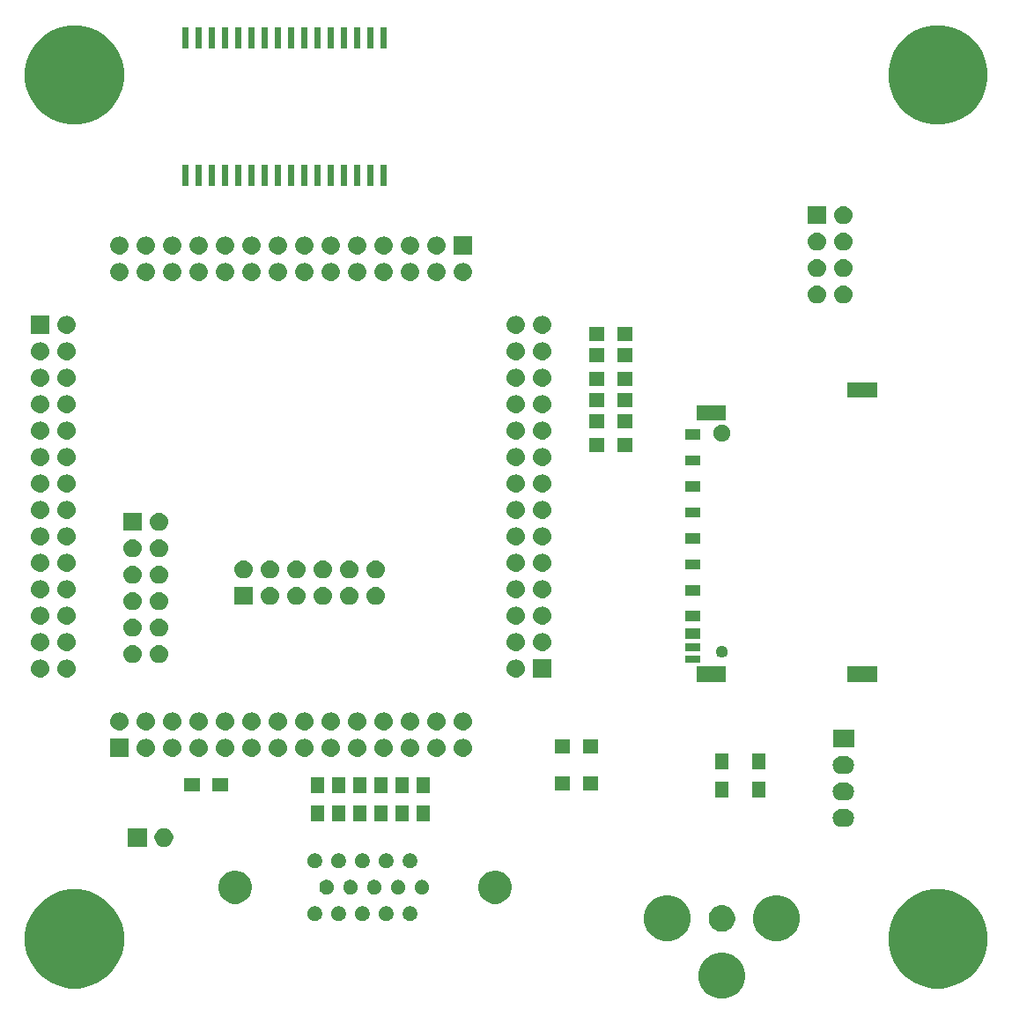
<source format=gbr>
G04 #@! TF.GenerationSoftware,KiCad,Pcbnew,(5.0.2)-1*
G04 #@! TF.CreationDate,2019-04-06T13:19:01-04:00*
G04 #@! TF.ProjectId,EP2C5-DB,45503243-352d-4444-922e-6b696361645f,X2*
G04 #@! TF.SameCoordinates,Original*
G04 #@! TF.FileFunction,Soldermask,Top*
G04 #@! TF.FilePolarity,Negative*
%FSLAX46Y46*%
G04 Gerber Fmt 4.6, Leading zero omitted, Abs format (unit mm)*
G04 Created by KiCad (PCBNEW (5.0.2)-1) date 4/6/2019 1:19:01 PM*
%MOMM*%
%LPD*%
G01*
G04 APERTURE LIST*
%ADD10C,0.150000*%
G04 APERTURE END LIST*
D10*
G36*
X78812209Y-100389169D02*
X78880279Y-100402709D01*
X79284749Y-100570246D01*
X79643921Y-100810237D01*
X79648764Y-100813473D01*
X79958327Y-101123036D01*
X79958329Y-101123039D01*
X80047097Y-101255889D01*
X80201555Y-101487053D01*
X80369091Y-101891521D01*
X80454500Y-102320901D01*
X80454500Y-102758699D01*
X80369091Y-103188079D01*
X80201555Y-103592547D01*
X79958327Y-103956564D01*
X79648764Y-104266127D01*
X79648761Y-104266129D01*
X79284749Y-104509354D01*
X79284748Y-104509355D01*
X79284747Y-104509355D01*
X78880279Y-104676891D01*
X78450899Y-104762300D01*
X78013101Y-104762300D01*
X77583721Y-104676891D01*
X77179253Y-104509355D01*
X77179252Y-104509355D01*
X77179251Y-104509354D01*
X76815239Y-104266129D01*
X76815236Y-104266127D01*
X76505673Y-103956564D01*
X76262445Y-103592547D01*
X76094909Y-103188079D01*
X76009500Y-102758699D01*
X76009500Y-102320901D01*
X76094909Y-101891521D01*
X76262445Y-101487053D01*
X76416904Y-101255889D01*
X76505671Y-101123039D01*
X76505673Y-101123036D01*
X76815236Y-100813473D01*
X76820079Y-100810237D01*
X77179251Y-100570246D01*
X77583721Y-100402709D01*
X77651791Y-100389169D01*
X78013101Y-100317300D01*
X78450899Y-100317300D01*
X78812209Y-100389169D01*
X78812209Y-100389169D01*
G37*
G36*
X100389169Y-94420519D02*
X101255889Y-94779526D01*
X102035920Y-95300726D01*
X102699274Y-95964080D01*
X103220474Y-96744111D01*
X103579481Y-97610831D01*
X103762500Y-98530933D01*
X103762500Y-99469067D01*
X103579481Y-100389169D01*
X103220474Y-101255889D01*
X102699274Y-102035920D01*
X102035920Y-102699274D01*
X101255889Y-103220474D01*
X100389169Y-103579481D01*
X99469067Y-103762500D01*
X98530933Y-103762500D01*
X97610831Y-103579481D01*
X96744111Y-103220474D01*
X95964080Y-102699274D01*
X95300726Y-102035920D01*
X94779526Y-101255889D01*
X94420519Y-100389169D01*
X94237500Y-99469067D01*
X94237500Y-98530933D01*
X94420519Y-97610831D01*
X94779526Y-96744111D01*
X95300726Y-95964080D01*
X95964080Y-95300726D01*
X96744111Y-94779526D01*
X97610831Y-94420519D01*
X98530933Y-94237500D01*
X99469067Y-94237500D01*
X100389169Y-94420519D01*
X100389169Y-94420519D01*
G37*
G36*
X17389169Y-94420519D02*
X18255889Y-94779526D01*
X19035920Y-95300726D01*
X19699274Y-95964080D01*
X20220474Y-96744111D01*
X20579481Y-97610831D01*
X20762500Y-98530933D01*
X20762500Y-99469067D01*
X20579481Y-100389169D01*
X20220474Y-101255889D01*
X19699274Y-102035920D01*
X19035920Y-102699274D01*
X18255889Y-103220474D01*
X17389169Y-103579481D01*
X16469067Y-103762500D01*
X15530933Y-103762500D01*
X14610831Y-103579481D01*
X13744111Y-103220474D01*
X12964080Y-102699274D01*
X12300726Y-102035920D01*
X11779526Y-101255889D01*
X11420519Y-100389169D01*
X11237500Y-99469067D01*
X11237500Y-98530933D01*
X11420519Y-97610831D01*
X11779526Y-96744111D01*
X12300726Y-95964080D01*
X12964080Y-95300726D01*
X13744111Y-94779526D01*
X14610831Y-94420519D01*
X15530933Y-94237500D01*
X16469067Y-94237500D01*
X17389169Y-94420519D01*
X17389169Y-94420519D01*
G37*
G36*
X73635179Y-94890909D02*
X74039649Y-95058446D01*
X74365450Y-95276139D01*
X74403664Y-95301673D01*
X74713227Y-95611236D01*
X74713229Y-95611239D01*
X74948992Y-95964083D01*
X74956455Y-95975253D01*
X75123991Y-96379721D01*
X75209400Y-96809101D01*
X75209400Y-97246899D01*
X75123991Y-97676279D01*
X74983907Y-98014473D01*
X74956454Y-98080749D01*
X74716463Y-98439921D01*
X74713227Y-98444764D01*
X74403664Y-98754327D01*
X74403661Y-98754329D01*
X74039649Y-98997554D01*
X74039648Y-98997555D01*
X74039647Y-98997555D01*
X73635179Y-99165091D01*
X73205799Y-99250500D01*
X72768001Y-99250500D01*
X72338621Y-99165091D01*
X71934153Y-98997555D01*
X71934152Y-98997555D01*
X71934151Y-98997554D01*
X71570139Y-98754329D01*
X71570136Y-98754327D01*
X71260573Y-98444764D01*
X71257337Y-98439921D01*
X71017346Y-98080749D01*
X70989894Y-98014473D01*
X70849809Y-97676279D01*
X70764400Y-97246899D01*
X70764400Y-96809101D01*
X70849809Y-96379721D01*
X71017345Y-95975253D01*
X71024809Y-95964083D01*
X71260571Y-95611239D01*
X71260573Y-95611236D01*
X71570136Y-95301673D01*
X71608350Y-95276139D01*
X71934151Y-95058446D01*
X72338621Y-94890909D01*
X72768001Y-94805500D01*
X73205799Y-94805500D01*
X73635179Y-94890909D01*
X73635179Y-94890909D01*
G37*
G36*
X84125379Y-94890909D02*
X84529849Y-95058446D01*
X84855650Y-95276139D01*
X84893864Y-95301673D01*
X85203427Y-95611236D01*
X85203429Y-95611239D01*
X85439192Y-95964083D01*
X85446655Y-95975253D01*
X85614191Y-96379721D01*
X85699600Y-96809101D01*
X85699600Y-97246899D01*
X85614191Y-97676279D01*
X85474107Y-98014473D01*
X85446654Y-98080749D01*
X85206663Y-98439921D01*
X85203427Y-98444764D01*
X84893864Y-98754327D01*
X84893861Y-98754329D01*
X84529849Y-98997554D01*
X84529848Y-98997555D01*
X84529847Y-98997555D01*
X84125379Y-99165091D01*
X83695999Y-99250500D01*
X83258201Y-99250500D01*
X82828821Y-99165091D01*
X82424353Y-98997555D01*
X82424352Y-98997555D01*
X82424351Y-98997554D01*
X82060339Y-98754329D01*
X82060336Y-98754327D01*
X81750773Y-98444764D01*
X81747537Y-98439921D01*
X81507546Y-98080749D01*
X81480094Y-98014473D01*
X81340009Y-97676279D01*
X81254600Y-97246899D01*
X81254600Y-96809101D01*
X81340009Y-96379721D01*
X81507545Y-95975253D01*
X81515009Y-95964083D01*
X81750771Y-95611239D01*
X81750773Y-95611236D01*
X82060336Y-95301673D01*
X82098550Y-95276139D01*
X82424351Y-95058446D01*
X82828821Y-94890909D01*
X83258201Y-94805500D01*
X83695999Y-94805500D01*
X84125379Y-94890909D01*
X84125379Y-94890909D01*
G37*
G36*
X78479765Y-95782403D02*
X78602445Y-95806805D01*
X78831497Y-95901682D01*
X78833571Y-95902541D01*
X79041581Y-96041529D01*
X79218471Y-96218419D01*
X79218473Y-96218422D01*
X79357459Y-96426429D01*
X79453195Y-96657555D01*
X79453195Y-96657557D01*
X79502000Y-96902914D01*
X79502000Y-97153086D01*
X79483717Y-97244998D01*
X79453195Y-97398445D01*
X79365222Y-97610830D01*
X79357459Y-97629571D01*
X79218471Y-97837581D01*
X79041581Y-98014471D01*
X79041578Y-98014473D01*
X78833571Y-98153459D01*
X78602445Y-98249195D01*
X78479764Y-98273598D01*
X78357086Y-98298000D01*
X78106914Y-98298000D01*
X77984236Y-98273598D01*
X77861555Y-98249195D01*
X77630429Y-98153459D01*
X77422422Y-98014473D01*
X77422419Y-98014471D01*
X77245529Y-97837581D01*
X77106541Y-97629571D01*
X77098778Y-97610830D01*
X77010805Y-97398445D01*
X76980283Y-97244998D01*
X76962000Y-97153086D01*
X76962000Y-96902914D01*
X77010805Y-96657557D01*
X77010805Y-96657555D01*
X77106541Y-96426429D01*
X77245527Y-96218422D01*
X77245529Y-96218419D01*
X77422419Y-96041529D01*
X77630429Y-95902541D01*
X77632503Y-95901682D01*
X77861555Y-95806805D01*
X77984235Y-95782403D01*
X78106914Y-95758000D01*
X78357086Y-95758000D01*
X78479765Y-95782403D01*
X78479765Y-95782403D01*
G37*
G36*
X41585425Y-95901682D02*
X41712543Y-95954336D01*
X41826951Y-96030781D01*
X41924239Y-96128069D01*
X42000684Y-96242477D01*
X42053338Y-96369595D01*
X42080180Y-96504542D01*
X42080180Y-96642138D01*
X42053338Y-96777085D01*
X42000684Y-96904203D01*
X41924239Y-97018611D01*
X41826951Y-97115899D01*
X41712543Y-97192344D01*
X41585425Y-97244998D01*
X41450478Y-97271840D01*
X41312882Y-97271840D01*
X41177935Y-97244998D01*
X41050817Y-97192344D01*
X40936409Y-97115899D01*
X40839121Y-97018611D01*
X40762676Y-96904203D01*
X40710022Y-96777085D01*
X40683180Y-96642138D01*
X40683180Y-96504542D01*
X40710022Y-96369595D01*
X40762676Y-96242477D01*
X40839121Y-96128069D01*
X40936409Y-96030781D01*
X41050817Y-95954336D01*
X41177935Y-95901682D01*
X41312882Y-95874840D01*
X41450478Y-95874840D01*
X41585425Y-95901682D01*
X41585425Y-95901682D01*
G37*
G36*
X39296885Y-95901682D02*
X39424003Y-95954336D01*
X39538411Y-96030781D01*
X39635699Y-96128069D01*
X39712144Y-96242477D01*
X39764798Y-96369595D01*
X39791640Y-96504542D01*
X39791640Y-96642138D01*
X39764798Y-96777085D01*
X39712144Y-96904203D01*
X39635699Y-97018611D01*
X39538411Y-97115899D01*
X39424003Y-97192344D01*
X39296885Y-97244998D01*
X39161938Y-97271840D01*
X39024342Y-97271840D01*
X38889395Y-97244998D01*
X38762277Y-97192344D01*
X38647869Y-97115899D01*
X38550581Y-97018611D01*
X38474136Y-96904203D01*
X38421482Y-96777085D01*
X38394640Y-96642138D01*
X38394640Y-96504542D01*
X38421482Y-96369595D01*
X38474136Y-96242477D01*
X38550581Y-96128069D01*
X38647869Y-96030781D01*
X38762277Y-95954336D01*
X38889395Y-95901682D01*
X39024342Y-95874840D01*
X39161938Y-95874840D01*
X39296885Y-95901682D01*
X39296885Y-95901682D01*
G37*
G36*
X46165045Y-95901682D02*
X46292163Y-95954336D01*
X46406571Y-96030781D01*
X46503859Y-96128069D01*
X46580304Y-96242477D01*
X46632958Y-96369595D01*
X46659800Y-96504542D01*
X46659800Y-96642138D01*
X46632958Y-96777085D01*
X46580304Y-96904203D01*
X46503859Y-97018611D01*
X46406571Y-97115899D01*
X46292163Y-97192344D01*
X46165045Y-97244998D01*
X46030098Y-97271840D01*
X45892502Y-97271840D01*
X45757555Y-97244998D01*
X45630437Y-97192344D01*
X45516029Y-97115899D01*
X45418741Y-97018611D01*
X45342296Y-96904203D01*
X45289642Y-96777085D01*
X45262800Y-96642138D01*
X45262800Y-96504542D01*
X45289642Y-96369595D01*
X45342296Y-96242477D01*
X45418741Y-96128069D01*
X45516029Y-96030781D01*
X45630437Y-95954336D01*
X45757555Y-95901682D01*
X45892502Y-95874840D01*
X46030098Y-95874840D01*
X46165045Y-95901682D01*
X46165045Y-95901682D01*
G37*
G36*
X48456125Y-95901682D02*
X48583243Y-95954336D01*
X48697651Y-96030781D01*
X48794939Y-96128069D01*
X48871384Y-96242477D01*
X48924038Y-96369595D01*
X48950880Y-96504542D01*
X48950880Y-96642138D01*
X48924038Y-96777085D01*
X48871384Y-96904203D01*
X48794939Y-97018611D01*
X48697651Y-97115899D01*
X48583243Y-97192344D01*
X48456125Y-97244998D01*
X48321178Y-97271840D01*
X48183582Y-97271840D01*
X48048635Y-97244998D01*
X47921517Y-97192344D01*
X47807109Y-97115899D01*
X47709821Y-97018611D01*
X47633376Y-96904203D01*
X47580722Y-96777085D01*
X47553880Y-96642138D01*
X47553880Y-96504542D01*
X47580722Y-96369595D01*
X47633376Y-96242477D01*
X47709821Y-96128069D01*
X47807109Y-96030781D01*
X47921517Y-95954336D01*
X48048635Y-95901682D01*
X48183582Y-95874840D01*
X48321178Y-95874840D01*
X48456125Y-95901682D01*
X48456125Y-95901682D01*
G37*
G36*
X43876505Y-95899142D02*
X44003623Y-95951796D01*
X44118031Y-96028241D01*
X44215319Y-96125529D01*
X44291764Y-96239937D01*
X44344418Y-96367055D01*
X44371260Y-96502002D01*
X44371260Y-96639598D01*
X44344418Y-96774545D01*
X44291764Y-96901663D01*
X44215319Y-97016071D01*
X44118031Y-97113359D01*
X44003623Y-97189804D01*
X43876505Y-97242458D01*
X43741558Y-97269300D01*
X43603962Y-97269300D01*
X43469015Y-97242458D01*
X43341897Y-97189804D01*
X43227489Y-97113359D01*
X43130201Y-97016071D01*
X43053756Y-96901663D01*
X43001102Y-96774545D01*
X42974260Y-96639598D01*
X42974260Y-96502002D01*
X43001102Y-96367055D01*
X43053756Y-96239937D01*
X43130201Y-96125529D01*
X43227489Y-96028241D01*
X43341897Y-95951796D01*
X43469015Y-95899142D01*
X43603962Y-95872300D01*
X43741558Y-95872300D01*
X43876505Y-95899142D01*
X43876505Y-95899142D01*
G37*
G36*
X31914443Y-92494826D02*
X32205623Y-92615437D01*
X32467684Y-92790541D01*
X32690539Y-93013396D01*
X32865643Y-93275457D01*
X32986254Y-93566637D01*
X33047740Y-93875752D01*
X33047740Y-94190928D01*
X32986254Y-94500043D01*
X32865643Y-94791223D01*
X32690539Y-95053284D01*
X32467684Y-95276139D01*
X32205623Y-95451243D01*
X31914443Y-95571854D01*
X31605328Y-95633340D01*
X31290152Y-95633340D01*
X30981037Y-95571854D01*
X30689857Y-95451243D01*
X30427796Y-95276139D01*
X30204941Y-95053284D01*
X30029837Y-94791223D01*
X29909226Y-94500043D01*
X29847740Y-94190928D01*
X29847740Y-93875752D01*
X29909226Y-93566637D01*
X30029837Y-93275457D01*
X30204941Y-93013396D01*
X30427796Y-92790541D01*
X30689857Y-92615437D01*
X30981037Y-92494826D01*
X31290152Y-92433340D01*
X31605328Y-92433340D01*
X31914443Y-92494826D01*
X31914443Y-92494826D01*
G37*
G36*
X56902963Y-92494826D02*
X57194143Y-92615437D01*
X57456204Y-92790541D01*
X57679059Y-93013396D01*
X57854163Y-93275457D01*
X57974774Y-93566637D01*
X58036260Y-93875752D01*
X58036260Y-94190928D01*
X57974774Y-94500043D01*
X57854163Y-94791223D01*
X57679059Y-95053284D01*
X57456204Y-95276139D01*
X57194143Y-95451243D01*
X56902963Y-95571854D01*
X56593848Y-95633340D01*
X56278672Y-95633340D01*
X55969557Y-95571854D01*
X55678377Y-95451243D01*
X55416316Y-95276139D01*
X55193461Y-95053284D01*
X55018357Y-94791223D01*
X54897746Y-94500043D01*
X54836260Y-94190928D01*
X54836260Y-93875752D01*
X54897746Y-93566637D01*
X55018357Y-93275457D01*
X55193461Y-93013396D01*
X55416316Y-92790541D01*
X55678377Y-92615437D01*
X55969557Y-92494826D01*
X56278672Y-92433340D01*
X56593848Y-92433340D01*
X56902963Y-92494826D01*
X56902963Y-92494826D01*
G37*
G36*
X47310585Y-93361682D02*
X47437703Y-93414336D01*
X47552111Y-93490781D01*
X47649399Y-93588069D01*
X47725844Y-93702477D01*
X47778498Y-93829595D01*
X47805340Y-93964542D01*
X47805340Y-94102138D01*
X47778498Y-94237085D01*
X47725844Y-94364203D01*
X47649399Y-94478611D01*
X47552111Y-94575899D01*
X47437703Y-94652344D01*
X47310585Y-94704998D01*
X47175638Y-94731840D01*
X47038042Y-94731840D01*
X46903095Y-94704998D01*
X46775977Y-94652344D01*
X46661569Y-94575899D01*
X46564281Y-94478611D01*
X46487836Y-94364203D01*
X46435182Y-94237085D01*
X46408340Y-94102138D01*
X46408340Y-93964542D01*
X46435182Y-93829595D01*
X46487836Y-93702477D01*
X46564281Y-93588069D01*
X46661569Y-93490781D01*
X46775977Y-93414336D01*
X46903095Y-93361682D01*
X47038042Y-93334840D01*
X47175638Y-93334840D01*
X47310585Y-93361682D01*
X47310585Y-93361682D01*
G37*
G36*
X45019505Y-93361682D02*
X45146623Y-93414336D01*
X45261031Y-93490781D01*
X45358319Y-93588069D01*
X45434764Y-93702477D01*
X45487418Y-93829595D01*
X45514260Y-93964542D01*
X45514260Y-94102138D01*
X45487418Y-94237085D01*
X45434764Y-94364203D01*
X45358319Y-94478611D01*
X45261031Y-94575899D01*
X45146623Y-94652344D01*
X45019505Y-94704998D01*
X44884558Y-94731840D01*
X44746962Y-94731840D01*
X44612015Y-94704998D01*
X44484897Y-94652344D01*
X44370489Y-94575899D01*
X44273201Y-94478611D01*
X44196756Y-94364203D01*
X44144102Y-94237085D01*
X44117260Y-94102138D01*
X44117260Y-93964542D01*
X44144102Y-93829595D01*
X44196756Y-93702477D01*
X44273201Y-93588069D01*
X44370489Y-93490781D01*
X44484897Y-93414336D01*
X44612015Y-93361682D01*
X44746962Y-93334840D01*
X44884558Y-93334840D01*
X45019505Y-93361682D01*
X45019505Y-93361682D01*
G37*
G36*
X42730965Y-93361682D02*
X42858083Y-93414336D01*
X42972491Y-93490781D01*
X43069779Y-93588069D01*
X43146224Y-93702477D01*
X43198878Y-93829595D01*
X43225720Y-93964542D01*
X43225720Y-94102138D01*
X43198878Y-94237085D01*
X43146224Y-94364203D01*
X43069779Y-94478611D01*
X42972491Y-94575899D01*
X42858083Y-94652344D01*
X42730965Y-94704998D01*
X42596018Y-94731840D01*
X42458422Y-94731840D01*
X42323475Y-94704998D01*
X42196357Y-94652344D01*
X42081949Y-94575899D01*
X41984661Y-94478611D01*
X41908216Y-94364203D01*
X41855562Y-94237085D01*
X41828720Y-94102138D01*
X41828720Y-93964542D01*
X41855562Y-93829595D01*
X41908216Y-93702477D01*
X41984661Y-93588069D01*
X42081949Y-93490781D01*
X42196357Y-93414336D01*
X42323475Y-93361682D01*
X42458422Y-93334840D01*
X42596018Y-93334840D01*
X42730965Y-93361682D01*
X42730965Y-93361682D01*
G37*
G36*
X49601665Y-93361682D02*
X49728783Y-93414336D01*
X49843191Y-93490781D01*
X49940479Y-93588069D01*
X50016924Y-93702477D01*
X50069578Y-93829595D01*
X50096420Y-93964542D01*
X50096420Y-94102138D01*
X50069578Y-94237085D01*
X50016924Y-94364203D01*
X49940479Y-94478611D01*
X49843191Y-94575899D01*
X49728783Y-94652344D01*
X49601665Y-94704998D01*
X49466718Y-94731840D01*
X49329122Y-94731840D01*
X49194175Y-94704998D01*
X49067057Y-94652344D01*
X48952649Y-94575899D01*
X48855361Y-94478611D01*
X48778916Y-94364203D01*
X48726262Y-94237085D01*
X48699420Y-94102138D01*
X48699420Y-93964542D01*
X48726262Y-93829595D01*
X48778916Y-93702477D01*
X48855361Y-93588069D01*
X48952649Y-93490781D01*
X49067057Y-93414336D01*
X49194175Y-93361682D01*
X49329122Y-93334840D01*
X49466718Y-93334840D01*
X49601665Y-93361682D01*
X49601665Y-93361682D01*
G37*
G36*
X40439885Y-93361682D02*
X40567003Y-93414336D01*
X40681411Y-93490781D01*
X40778699Y-93588069D01*
X40855144Y-93702477D01*
X40907798Y-93829595D01*
X40934640Y-93964542D01*
X40934640Y-94102138D01*
X40907798Y-94237085D01*
X40855144Y-94364203D01*
X40778699Y-94478611D01*
X40681411Y-94575899D01*
X40567003Y-94652344D01*
X40439885Y-94704998D01*
X40304938Y-94731840D01*
X40167342Y-94731840D01*
X40032395Y-94704998D01*
X39905277Y-94652344D01*
X39790869Y-94575899D01*
X39693581Y-94478611D01*
X39617136Y-94364203D01*
X39564482Y-94237085D01*
X39537640Y-94102138D01*
X39537640Y-93964542D01*
X39564482Y-93829595D01*
X39617136Y-93702477D01*
X39693581Y-93588069D01*
X39790869Y-93490781D01*
X39905277Y-93414336D01*
X40032395Y-93361682D01*
X40167342Y-93334840D01*
X40304938Y-93334840D01*
X40439885Y-93361682D01*
X40439885Y-93361682D01*
G37*
G36*
X41585425Y-90821682D02*
X41712543Y-90874336D01*
X41826951Y-90950781D01*
X41924239Y-91048069D01*
X42000684Y-91162477D01*
X42053338Y-91289595D01*
X42080180Y-91424542D01*
X42080180Y-91562138D01*
X42053338Y-91697085D01*
X42000684Y-91824203D01*
X41924239Y-91938611D01*
X41826951Y-92035899D01*
X41712543Y-92112344D01*
X41585425Y-92164998D01*
X41450478Y-92191840D01*
X41312882Y-92191840D01*
X41177935Y-92164998D01*
X41050817Y-92112344D01*
X40936409Y-92035899D01*
X40839121Y-91938611D01*
X40762676Y-91824203D01*
X40710022Y-91697085D01*
X40683180Y-91562138D01*
X40683180Y-91424542D01*
X40710022Y-91289595D01*
X40762676Y-91162477D01*
X40839121Y-91048069D01*
X40936409Y-90950781D01*
X41050817Y-90874336D01*
X41177935Y-90821682D01*
X41312882Y-90794840D01*
X41450478Y-90794840D01*
X41585425Y-90821682D01*
X41585425Y-90821682D01*
G37*
G36*
X43879045Y-90821682D02*
X44006163Y-90874336D01*
X44120571Y-90950781D01*
X44217859Y-91048069D01*
X44294304Y-91162477D01*
X44346958Y-91289595D01*
X44373800Y-91424542D01*
X44373800Y-91562138D01*
X44346958Y-91697085D01*
X44294304Y-91824203D01*
X44217859Y-91938611D01*
X44120571Y-92035899D01*
X44006163Y-92112344D01*
X43879045Y-92164998D01*
X43744098Y-92191840D01*
X43606502Y-92191840D01*
X43471555Y-92164998D01*
X43344437Y-92112344D01*
X43230029Y-92035899D01*
X43132741Y-91938611D01*
X43056296Y-91824203D01*
X43003642Y-91697085D01*
X42976800Y-91562138D01*
X42976800Y-91424542D01*
X43003642Y-91289595D01*
X43056296Y-91162477D01*
X43132741Y-91048069D01*
X43230029Y-90950781D01*
X43344437Y-90874336D01*
X43471555Y-90821682D01*
X43606502Y-90794840D01*
X43744098Y-90794840D01*
X43879045Y-90821682D01*
X43879045Y-90821682D01*
G37*
G36*
X46165045Y-90821682D02*
X46292163Y-90874336D01*
X46406571Y-90950781D01*
X46503859Y-91048069D01*
X46580304Y-91162477D01*
X46632958Y-91289595D01*
X46659800Y-91424542D01*
X46659800Y-91562138D01*
X46632958Y-91697085D01*
X46580304Y-91824203D01*
X46503859Y-91938611D01*
X46406571Y-92035899D01*
X46292163Y-92112344D01*
X46165045Y-92164998D01*
X46030098Y-92191840D01*
X45892502Y-92191840D01*
X45757555Y-92164998D01*
X45630437Y-92112344D01*
X45516029Y-92035899D01*
X45418741Y-91938611D01*
X45342296Y-91824203D01*
X45289642Y-91697085D01*
X45262800Y-91562138D01*
X45262800Y-91424542D01*
X45289642Y-91289595D01*
X45342296Y-91162477D01*
X45418741Y-91048069D01*
X45516029Y-90950781D01*
X45630437Y-90874336D01*
X45757555Y-90821682D01*
X45892502Y-90794840D01*
X46030098Y-90794840D01*
X46165045Y-90821682D01*
X46165045Y-90821682D01*
G37*
G36*
X39296885Y-90821682D02*
X39424003Y-90874336D01*
X39538411Y-90950781D01*
X39635699Y-91048069D01*
X39712144Y-91162477D01*
X39764798Y-91289595D01*
X39791640Y-91424542D01*
X39791640Y-91562138D01*
X39764798Y-91697085D01*
X39712144Y-91824203D01*
X39635699Y-91938611D01*
X39538411Y-92035899D01*
X39424003Y-92112344D01*
X39296885Y-92164998D01*
X39161938Y-92191840D01*
X39024342Y-92191840D01*
X38889395Y-92164998D01*
X38762277Y-92112344D01*
X38647869Y-92035899D01*
X38550581Y-91938611D01*
X38474136Y-91824203D01*
X38421482Y-91697085D01*
X38394640Y-91562138D01*
X38394640Y-91424542D01*
X38421482Y-91289595D01*
X38474136Y-91162477D01*
X38550581Y-91048069D01*
X38647869Y-90950781D01*
X38762277Y-90874336D01*
X38889395Y-90821682D01*
X39024342Y-90794840D01*
X39161938Y-90794840D01*
X39296885Y-90821682D01*
X39296885Y-90821682D01*
G37*
G36*
X48456125Y-90821682D02*
X48583243Y-90874336D01*
X48697651Y-90950781D01*
X48794939Y-91048069D01*
X48871384Y-91162477D01*
X48924038Y-91289595D01*
X48950880Y-91424542D01*
X48950880Y-91562138D01*
X48924038Y-91697085D01*
X48871384Y-91824203D01*
X48794939Y-91938611D01*
X48697651Y-92035899D01*
X48583243Y-92112344D01*
X48456125Y-92164998D01*
X48321178Y-92191840D01*
X48183582Y-92191840D01*
X48048635Y-92164998D01*
X47921517Y-92112344D01*
X47807109Y-92035899D01*
X47709821Y-91938611D01*
X47633376Y-91824203D01*
X47580722Y-91697085D01*
X47553880Y-91562138D01*
X47553880Y-91424542D01*
X47580722Y-91289595D01*
X47633376Y-91162477D01*
X47709821Y-91048069D01*
X47807109Y-90950781D01*
X47921517Y-90874336D01*
X48048635Y-90821682D01*
X48183582Y-90794840D01*
X48321178Y-90794840D01*
X48456125Y-90821682D01*
X48456125Y-90821682D01*
G37*
G36*
X22947200Y-90155600D02*
X21147200Y-90155600D01*
X21147200Y-88355600D01*
X22947200Y-88355600D01*
X22947200Y-90155600D01*
X22947200Y-90155600D01*
G37*
G36*
X24849721Y-88390186D02*
X25013509Y-88458029D01*
X25160920Y-88556526D01*
X25286274Y-88681880D01*
X25384771Y-88829291D01*
X25452614Y-88993079D01*
X25487200Y-89166956D01*
X25487200Y-89344244D01*
X25452614Y-89518121D01*
X25384771Y-89681909D01*
X25286274Y-89829320D01*
X25160920Y-89954674D01*
X25013509Y-90053171D01*
X24849721Y-90121014D01*
X24675844Y-90155600D01*
X24498556Y-90155600D01*
X24324679Y-90121014D01*
X24160891Y-90053171D01*
X24013480Y-89954674D01*
X23888126Y-89829320D01*
X23789629Y-89681909D01*
X23721786Y-89518121D01*
X23687200Y-89344244D01*
X23687200Y-89166956D01*
X23721786Y-88993079D01*
X23789629Y-88829291D01*
X23888126Y-88681880D01*
X24013480Y-88556526D01*
X24160891Y-88458029D01*
X24324679Y-88390186D01*
X24498556Y-88355600D01*
X24675844Y-88355600D01*
X24849721Y-88390186D01*
X24849721Y-88390186D01*
G37*
G36*
X90153112Y-86516565D02*
X90237695Y-86524896D01*
X90358127Y-86561429D01*
X90400488Y-86574279D01*
X90550512Y-86654468D01*
X90682012Y-86762388D01*
X90789932Y-86893888D01*
X90870121Y-87043912D01*
X90870122Y-87043916D01*
X90919504Y-87206705D01*
X90936178Y-87376000D01*
X90919504Y-87545295D01*
X90882971Y-87665727D01*
X90870121Y-87708088D01*
X90789932Y-87858112D01*
X90682012Y-87989612D01*
X90550512Y-88097532D01*
X90400488Y-88177721D01*
X90358127Y-88190571D01*
X90237695Y-88227104D01*
X90153112Y-88235435D01*
X90110821Y-88239600D01*
X89721179Y-88239600D01*
X89678888Y-88235435D01*
X89594305Y-88227104D01*
X89473873Y-88190571D01*
X89431512Y-88177721D01*
X89281488Y-88097532D01*
X89149988Y-87989612D01*
X89042068Y-87858112D01*
X88961879Y-87708088D01*
X88949029Y-87665727D01*
X88912496Y-87545295D01*
X88895822Y-87376000D01*
X88912496Y-87206705D01*
X88961878Y-87043916D01*
X88961879Y-87043912D01*
X89042068Y-86893888D01*
X89149988Y-86762388D01*
X89281488Y-86654468D01*
X89431512Y-86574279D01*
X89473873Y-86561429D01*
X89594305Y-86524896D01*
X89678888Y-86516565D01*
X89721179Y-86512400D01*
X90110821Y-86512400D01*
X90153112Y-86516565D01*
X90153112Y-86516565D01*
G37*
G36*
X46116000Y-87698000D02*
X44816000Y-87698000D01*
X44816000Y-86198000D01*
X46116000Y-86198000D01*
X46116000Y-87698000D01*
X46116000Y-87698000D01*
G37*
G36*
X48148000Y-87698000D02*
X46848000Y-87698000D01*
X46848000Y-86198000D01*
X48148000Y-86198000D01*
X48148000Y-87698000D01*
X48148000Y-87698000D01*
G37*
G36*
X42052000Y-87698000D02*
X40752000Y-87698000D01*
X40752000Y-86198000D01*
X42052000Y-86198000D01*
X42052000Y-87698000D01*
X42052000Y-87698000D01*
G37*
G36*
X50180000Y-87698000D02*
X48880000Y-87698000D01*
X48880000Y-86198000D01*
X50180000Y-86198000D01*
X50180000Y-87698000D01*
X50180000Y-87698000D01*
G37*
G36*
X44084000Y-87698000D02*
X42784000Y-87698000D01*
X42784000Y-86198000D01*
X44084000Y-86198000D01*
X44084000Y-87698000D01*
X44084000Y-87698000D01*
G37*
G36*
X40020000Y-87698000D02*
X38720000Y-87698000D01*
X38720000Y-86198000D01*
X40020000Y-86198000D01*
X40020000Y-87698000D01*
X40020000Y-87698000D01*
G37*
G36*
X90153112Y-83976565D02*
X90237695Y-83984896D01*
X90358127Y-84021429D01*
X90400488Y-84034279D01*
X90550512Y-84114468D01*
X90682012Y-84222388D01*
X90789932Y-84353888D01*
X90870121Y-84503912D01*
X90870122Y-84503916D01*
X90919504Y-84666705D01*
X90936178Y-84836000D01*
X90919504Y-85005295D01*
X90882971Y-85125727D01*
X90870121Y-85168088D01*
X90789932Y-85318112D01*
X90682012Y-85449612D01*
X90550512Y-85557532D01*
X90400488Y-85637721D01*
X90358127Y-85650571D01*
X90237695Y-85687104D01*
X90153112Y-85695435D01*
X90110821Y-85699600D01*
X89721179Y-85699600D01*
X89678888Y-85695435D01*
X89594305Y-85687104D01*
X89473873Y-85650571D01*
X89431512Y-85637721D01*
X89281488Y-85557532D01*
X89149988Y-85449612D01*
X89042068Y-85318112D01*
X88961879Y-85168088D01*
X88949029Y-85125727D01*
X88912496Y-85005295D01*
X88895822Y-84836000D01*
X88912496Y-84666705D01*
X88961878Y-84503916D01*
X88961879Y-84503912D01*
X89042068Y-84353888D01*
X89149988Y-84222388D01*
X89281488Y-84114468D01*
X89431512Y-84034279D01*
X89473873Y-84021429D01*
X89594305Y-83984896D01*
X89678888Y-83976565D01*
X89721179Y-83972400D01*
X90110821Y-83972400D01*
X90153112Y-83976565D01*
X90153112Y-83976565D01*
G37*
G36*
X82438000Y-85412000D02*
X81138000Y-85412000D01*
X81138000Y-83912000D01*
X82438000Y-83912000D01*
X82438000Y-85412000D01*
X82438000Y-85412000D01*
G37*
G36*
X78882000Y-85412000D02*
X77582000Y-85412000D01*
X77582000Y-83912000D01*
X78882000Y-83912000D01*
X78882000Y-85412000D01*
X78882000Y-85412000D01*
G37*
G36*
X48148000Y-84998000D02*
X46848000Y-84998000D01*
X46848000Y-83498000D01*
X48148000Y-83498000D01*
X48148000Y-84998000D01*
X48148000Y-84998000D01*
G37*
G36*
X42052000Y-84998000D02*
X40752000Y-84998000D01*
X40752000Y-83498000D01*
X42052000Y-83498000D01*
X42052000Y-84998000D01*
X42052000Y-84998000D01*
G37*
G36*
X46116000Y-84998000D02*
X44816000Y-84998000D01*
X44816000Y-83498000D01*
X46116000Y-83498000D01*
X46116000Y-84998000D01*
X46116000Y-84998000D01*
G37*
G36*
X40020000Y-84998000D02*
X38720000Y-84998000D01*
X38720000Y-83498000D01*
X40020000Y-83498000D01*
X40020000Y-84998000D01*
X40020000Y-84998000D01*
G37*
G36*
X50180000Y-84998000D02*
X48880000Y-84998000D01*
X48880000Y-83498000D01*
X50180000Y-83498000D01*
X50180000Y-84998000D01*
X50180000Y-84998000D01*
G37*
G36*
X44084000Y-84998000D02*
X42784000Y-84998000D01*
X42784000Y-83498000D01*
X44084000Y-83498000D01*
X44084000Y-84998000D01*
X44084000Y-84998000D01*
G37*
G36*
X28038500Y-84851000D02*
X26538500Y-84851000D01*
X26538500Y-83551000D01*
X28038500Y-83551000D01*
X28038500Y-84851000D01*
X28038500Y-84851000D01*
G37*
G36*
X30738500Y-84851000D02*
X29238500Y-84851000D01*
X29238500Y-83551000D01*
X30738500Y-83551000D01*
X30738500Y-84851000D01*
X30738500Y-84851000D01*
G37*
G36*
X66362000Y-84724000D02*
X64862000Y-84724000D01*
X64862000Y-83424000D01*
X66362000Y-83424000D01*
X66362000Y-84724000D01*
X66362000Y-84724000D01*
G37*
G36*
X63662000Y-84724000D02*
X62162000Y-84724000D01*
X62162000Y-83424000D01*
X63662000Y-83424000D01*
X63662000Y-84724000D01*
X63662000Y-84724000D01*
G37*
G36*
X90153112Y-81436565D02*
X90237695Y-81444896D01*
X90358127Y-81481429D01*
X90400488Y-81494279D01*
X90550512Y-81574468D01*
X90682012Y-81682388D01*
X90789932Y-81813888D01*
X90870121Y-81963912D01*
X90870122Y-81963916D01*
X90919504Y-82126705D01*
X90936178Y-82296000D01*
X90919504Y-82465295D01*
X90882971Y-82585727D01*
X90870121Y-82628088D01*
X90789932Y-82778112D01*
X90682012Y-82909612D01*
X90550512Y-83017532D01*
X90400488Y-83097721D01*
X90358127Y-83110571D01*
X90237695Y-83147104D01*
X90153112Y-83155435D01*
X90110821Y-83159600D01*
X89721179Y-83159600D01*
X89678888Y-83155435D01*
X89594305Y-83147104D01*
X89473873Y-83110571D01*
X89431512Y-83097721D01*
X89281488Y-83017532D01*
X89149988Y-82909612D01*
X89042068Y-82778112D01*
X88961879Y-82628088D01*
X88949029Y-82585727D01*
X88912496Y-82465295D01*
X88895822Y-82296000D01*
X88912496Y-82126705D01*
X88961878Y-81963916D01*
X88961879Y-81963912D01*
X89042068Y-81813888D01*
X89149988Y-81682388D01*
X89281488Y-81574468D01*
X89431512Y-81494279D01*
X89473873Y-81481429D01*
X89594305Y-81444896D01*
X89678888Y-81436565D01*
X89721179Y-81432400D01*
X90110821Y-81432400D01*
X90153112Y-81436565D01*
X90153112Y-81436565D01*
G37*
G36*
X82438000Y-82712000D02*
X81138000Y-82712000D01*
X81138000Y-81212000D01*
X82438000Y-81212000D01*
X82438000Y-82712000D01*
X82438000Y-82712000D01*
G37*
G36*
X78882000Y-82712000D02*
X77582000Y-82712000D01*
X77582000Y-81212000D01*
X78882000Y-81212000D01*
X78882000Y-82712000D01*
X78882000Y-82712000D01*
G37*
G36*
X30564712Y-79785565D02*
X30649295Y-79793896D01*
X30769727Y-79830429D01*
X30812088Y-79843279D01*
X30962112Y-79923468D01*
X31093612Y-80031388D01*
X31201532Y-80162888D01*
X31281721Y-80312912D01*
X31281722Y-80312916D01*
X31331104Y-80475705D01*
X31347778Y-80645000D01*
X31331104Y-80814295D01*
X31294571Y-80934727D01*
X31281721Y-80977088D01*
X31201532Y-81127112D01*
X31093612Y-81258612D01*
X30962112Y-81366532D01*
X30812088Y-81446721D01*
X30769727Y-81459571D01*
X30649295Y-81496104D01*
X30564712Y-81504435D01*
X30522421Y-81508600D01*
X30437579Y-81508600D01*
X30395288Y-81504435D01*
X30310705Y-81496104D01*
X30190273Y-81459571D01*
X30147912Y-81446721D01*
X29997888Y-81366532D01*
X29866388Y-81258612D01*
X29758468Y-81127112D01*
X29678279Y-80977088D01*
X29665429Y-80934727D01*
X29628896Y-80814295D01*
X29612222Y-80645000D01*
X29628896Y-80475705D01*
X29678278Y-80312916D01*
X29678279Y-80312912D01*
X29758468Y-80162888D01*
X29866388Y-80031388D01*
X29997888Y-79923468D01*
X30147912Y-79843279D01*
X30190273Y-79830429D01*
X30310705Y-79793896D01*
X30395288Y-79785565D01*
X30437579Y-79781400D01*
X30522421Y-79781400D01*
X30564712Y-79785565D01*
X30564712Y-79785565D01*
G37*
G36*
X35644712Y-79785565D02*
X35729295Y-79793896D01*
X35849727Y-79830429D01*
X35892088Y-79843279D01*
X36042112Y-79923468D01*
X36173612Y-80031388D01*
X36281532Y-80162888D01*
X36361721Y-80312912D01*
X36361722Y-80312916D01*
X36411104Y-80475705D01*
X36427778Y-80645000D01*
X36411104Y-80814295D01*
X36374571Y-80934727D01*
X36361721Y-80977088D01*
X36281532Y-81127112D01*
X36173612Y-81258612D01*
X36042112Y-81366532D01*
X35892088Y-81446721D01*
X35849727Y-81459571D01*
X35729295Y-81496104D01*
X35644712Y-81504435D01*
X35602421Y-81508600D01*
X35517579Y-81508600D01*
X35475288Y-81504435D01*
X35390705Y-81496104D01*
X35270273Y-81459571D01*
X35227912Y-81446721D01*
X35077888Y-81366532D01*
X34946388Y-81258612D01*
X34838468Y-81127112D01*
X34758279Y-80977088D01*
X34745429Y-80934727D01*
X34708896Y-80814295D01*
X34692222Y-80645000D01*
X34708896Y-80475705D01*
X34758278Y-80312916D01*
X34758279Y-80312912D01*
X34838468Y-80162888D01*
X34946388Y-80031388D01*
X35077888Y-79923468D01*
X35227912Y-79843279D01*
X35270273Y-79830429D01*
X35390705Y-79793896D01*
X35475288Y-79785565D01*
X35517579Y-79781400D01*
X35602421Y-79781400D01*
X35644712Y-79785565D01*
X35644712Y-79785565D01*
G37*
G36*
X33104712Y-79785565D02*
X33189295Y-79793896D01*
X33309727Y-79830429D01*
X33352088Y-79843279D01*
X33502112Y-79923468D01*
X33633612Y-80031388D01*
X33741532Y-80162888D01*
X33821721Y-80312912D01*
X33821722Y-80312916D01*
X33871104Y-80475705D01*
X33887778Y-80645000D01*
X33871104Y-80814295D01*
X33834571Y-80934727D01*
X33821721Y-80977088D01*
X33741532Y-81127112D01*
X33633612Y-81258612D01*
X33502112Y-81366532D01*
X33352088Y-81446721D01*
X33309727Y-81459571D01*
X33189295Y-81496104D01*
X33104712Y-81504435D01*
X33062421Y-81508600D01*
X32977579Y-81508600D01*
X32935288Y-81504435D01*
X32850705Y-81496104D01*
X32730273Y-81459571D01*
X32687912Y-81446721D01*
X32537888Y-81366532D01*
X32406388Y-81258612D01*
X32298468Y-81127112D01*
X32218279Y-80977088D01*
X32205429Y-80934727D01*
X32168896Y-80814295D01*
X32152222Y-80645000D01*
X32168896Y-80475705D01*
X32218278Y-80312916D01*
X32218279Y-80312912D01*
X32298468Y-80162888D01*
X32406388Y-80031388D01*
X32537888Y-79923468D01*
X32687912Y-79843279D01*
X32730273Y-79830429D01*
X32850705Y-79793896D01*
X32935288Y-79785565D01*
X32977579Y-79781400D01*
X33062421Y-79781400D01*
X33104712Y-79785565D01*
X33104712Y-79785565D01*
G37*
G36*
X21183600Y-81508600D02*
X19456400Y-81508600D01*
X19456400Y-79781400D01*
X21183600Y-79781400D01*
X21183600Y-81508600D01*
X21183600Y-81508600D01*
G37*
G36*
X22944712Y-79785565D02*
X23029295Y-79793896D01*
X23149727Y-79830429D01*
X23192088Y-79843279D01*
X23342112Y-79923468D01*
X23473612Y-80031388D01*
X23581532Y-80162888D01*
X23661721Y-80312912D01*
X23661722Y-80312916D01*
X23711104Y-80475705D01*
X23727778Y-80645000D01*
X23711104Y-80814295D01*
X23674571Y-80934727D01*
X23661721Y-80977088D01*
X23581532Y-81127112D01*
X23473612Y-81258612D01*
X23342112Y-81366532D01*
X23192088Y-81446721D01*
X23149727Y-81459571D01*
X23029295Y-81496104D01*
X22944712Y-81504435D01*
X22902421Y-81508600D01*
X22817579Y-81508600D01*
X22775288Y-81504435D01*
X22690705Y-81496104D01*
X22570273Y-81459571D01*
X22527912Y-81446721D01*
X22377888Y-81366532D01*
X22246388Y-81258612D01*
X22138468Y-81127112D01*
X22058279Y-80977088D01*
X22045429Y-80934727D01*
X22008896Y-80814295D01*
X21992222Y-80645000D01*
X22008896Y-80475705D01*
X22058278Y-80312916D01*
X22058279Y-80312912D01*
X22138468Y-80162888D01*
X22246388Y-80031388D01*
X22377888Y-79923468D01*
X22527912Y-79843279D01*
X22570273Y-79830429D01*
X22690705Y-79793896D01*
X22775288Y-79785565D01*
X22817579Y-79781400D01*
X22902421Y-79781400D01*
X22944712Y-79785565D01*
X22944712Y-79785565D01*
G37*
G36*
X25484712Y-79785565D02*
X25569295Y-79793896D01*
X25689727Y-79830429D01*
X25732088Y-79843279D01*
X25882112Y-79923468D01*
X26013612Y-80031388D01*
X26121532Y-80162888D01*
X26201721Y-80312912D01*
X26201722Y-80312916D01*
X26251104Y-80475705D01*
X26267778Y-80645000D01*
X26251104Y-80814295D01*
X26214571Y-80934727D01*
X26201721Y-80977088D01*
X26121532Y-81127112D01*
X26013612Y-81258612D01*
X25882112Y-81366532D01*
X25732088Y-81446721D01*
X25689727Y-81459571D01*
X25569295Y-81496104D01*
X25484712Y-81504435D01*
X25442421Y-81508600D01*
X25357579Y-81508600D01*
X25315288Y-81504435D01*
X25230705Y-81496104D01*
X25110273Y-81459571D01*
X25067912Y-81446721D01*
X24917888Y-81366532D01*
X24786388Y-81258612D01*
X24678468Y-81127112D01*
X24598279Y-80977088D01*
X24585429Y-80934727D01*
X24548896Y-80814295D01*
X24532222Y-80645000D01*
X24548896Y-80475705D01*
X24598278Y-80312916D01*
X24598279Y-80312912D01*
X24678468Y-80162888D01*
X24786388Y-80031388D01*
X24917888Y-79923468D01*
X25067912Y-79843279D01*
X25110273Y-79830429D01*
X25230705Y-79793896D01*
X25315288Y-79785565D01*
X25357579Y-79781400D01*
X25442421Y-79781400D01*
X25484712Y-79785565D01*
X25484712Y-79785565D01*
G37*
G36*
X28024712Y-79785565D02*
X28109295Y-79793896D01*
X28229727Y-79830429D01*
X28272088Y-79843279D01*
X28422112Y-79923468D01*
X28553612Y-80031388D01*
X28661532Y-80162888D01*
X28741721Y-80312912D01*
X28741722Y-80312916D01*
X28791104Y-80475705D01*
X28807778Y-80645000D01*
X28791104Y-80814295D01*
X28754571Y-80934727D01*
X28741721Y-80977088D01*
X28661532Y-81127112D01*
X28553612Y-81258612D01*
X28422112Y-81366532D01*
X28272088Y-81446721D01*
X28229727Y-81459571D01*
X28109295Y-81496104D01*
X28024712Y-81504435D01*
X27982421Y-81508600D01*
X27897579Y-81508600D01*
X27855288Y-81504435D01*
X27770705Y-81496104D01*
X27650273Y-81459571D01*
X27607912Y-81446721D01*
X27457888Y-81366532D01*
X27326388Y-81258612D01*
X27218468Y-81127112D01*
X27138279Y-80977088D01*
X27125429Y-80934727D01*
X27088896Y-80814295D01*
X27072222Y-80645000D01*
X27088896Y-80475705D01*
X27138278Y-80312916D01*
X27138279Y-80312912D01*
X27218468Y-80162888D01*
X27326388Y-80031388D01*
X27457888Y-79923468D01*
X27607912Y-79843279D01*
X27650273Y-79830429D01*
X27770705Y-79793896D01*
X27855288Y-79785565D01*
X27897579Y-79781400D01*
X27982421Y-79781400D01*
X28024712Y-79785565D01*
X28024712Y-79785565D01*
G37*
G36*
X53424712Y-79785565D02*
X53509295Y-79793896D01*
X53629727Y-79830429D01*
X53672088Y-79843279D01*
X53822112Y-79923468D01*
X53953612Y-80031388D01*
X54061532Y-80162888D01*
X54141721Y-80312912D01*
X54141722Y-80312916D01*
X54191104Y-80475705D01*
X54207778Y-80645000D01*
X54191104Y-80814295D01*
X54154571Y-80934727D01*
X54141721Y-80977088D01*
X54061532Y-81127112D01*
X53953612Y-81258612D01*
X53822112Y-81366532D01*
X53672088Y-81446721D01*
X53629727Y-81459571D01*
X53509295Y-81496104D01*
X53424712Y-81504435D01*
X53382421Y-81508600D01*
X53297579Y-81508600D01*
X53255288Y-81504435D01*
X53170705Y-81496104D01*
X53050273Y-81459571D01*
X53007912Y-81446721D01*
X52857888Y-81366532D01*
X52726388Y-81258612D01*
X52618468Y-81127112D01*
X52538279Y-80977088D01*
X52525429Y-80934727D01*
X52488896Y-80814295D01*
X52472222Y-80645000D01*
X52488896Y-80475705D01*
X52538278Y-80312916D01*
X52538279Y-80312912D01*
X52618468Y-80162888D01*
X52726388Y-80031388D01*
X52857888Y-79923468D01*
X53007912Y-79843279D01*
X53050273Y-79830429D01*
X53170705Y-79793896D01*
X53255288Y-79785565D01*
X53297579Y-79781400D01*
X53382421Y-79781400D01*
X53424712Y-79785565D01*
X53424712Y-79785565D01*
G37*
G36*
X50884712Y-79785565D02*
X50969295Y-79793896D01*
X51089727Y-79830429D01*
X51132088Y-79843279D01*
X51282112Y-79923468D01*
X51413612Y-80031388D01*
X51521532Y-80162888D01*
X51601721Y-80312912D01*
X51601722Y-80312916D01*
X51651104Y-80475705D01*
X51667778Y-80645000D01*
X51651104Y-80814295D01*
X51614571Y-80934727D01*
X51601721Y-80977088D01*
X51521532Y-81127112D01*
X51413612Y-81258612D01*
X51282112Y-81366532D01*
X51132088Y-81446721D01*
X51089727Y-81459571D01*
X50969295Y-81496104D01*
X50884712Y-81504435D01*
X50842421Y-81508600D01*
X50757579Y-81508600D01*
X50715288Y-81504435D01*
X50630705Y-81496104D01*
X50510273Y-81459571D01*
X50467912Y-81446721D01*
X50317888Y-81366532D01*
X50186388Y-81258612D01*
X50078468Y-81127112D01*
X49998279Y-80977088D01*
X49985429Y-80934727D01*
X49948896Y-80814295D01*
X49932222Y-80645000D01*
X49948896Y-80475705D01*
X49998278Y-80312916D01*
X49998279Y-80312912D01*
X50078468Y-80162888D01*
X50186388Y-80031388D01*
X50317888Y-79923468D01*
X50467912Y-79843279D01*
X50510273Y-79830429D01*
X50630705Y-79793896D01*
X50715288Y-79785565D01*
X50757579Y-79781400D01*
X50842421Y-79781400D01*
X50884712Y-79785565D01*
X50884712Y-79785565D01*
G37*
G36*
X48344712Y-79785565D02*
X48429295Y-79793896D01*
X48549727Y-79830429D01*
X48592088Y-79843279D01*
X48742112Y-79923468D01*
X48873612Y-80031388D01*
X48981532Y-80162888D01*
X49061721Y-80312912D01*
X49061722Y-80312916D01*
X49111104Y-80475705D01*
X49127778Y-80645000D01*
X49111104Y-80814295D01*
X49074571Y-80934727D01*
X49061721Y-80977088D01*
X48981532Y-81127112D01*
X48873612Y-81258612D01*
X48742112Y-81366532D01*
X48592088Y-81446721D01*
X48549727Y-81459571D01*
X48429295Y-81496104D01*
X48344712Y-81504435D01*
X48302421Y-81508600D01*
X48217579Y-81508600D01*
X48175288Y-81504435D01*
X48090705Y-81496104D01*
X47970273Y-81459571D01*
X47927912Y-81446721D01*
X47777888Y-81366532D01*
X47646388Y-81258612D01*
X47538468Y-81127112D01*
X47458279Y-80977088D01*
X47445429Y-80934727D01*
X47408896Y-80814295D01*
X47392222Y-80645000D01*
X47408896Y-80475705D01*
X47458278Y-80312916D01*
X47458279Y-80312912D01*
X47538468Y-80162888D01*
X47646388Y-80031388D01*
X47777888Y-79923468D01*
X47927912Y-79843279D01*
X47970273Y-79830429D01*
X48090705Y-79793896D01*
X48175288Y-79785565D01*
X48217579Y-79781400D01*
X48302421Y-79781400D01*
X48344712Y-79785565D01*
X48344712Y-79785565D01*
G37*
G36*
X40724712Y-79785565D02*
X40809295Y-79793896D01*
X40929727Y-79830429D01*
X40972088Y-79843279D01*
X41122112Y-79923468D01*
X41253612Y-80031388D01*
X41361532Y-80162888D01*
X41441721Y-80312912D01*
X41441722Y-80312916D01*
X41491104Y-80475705D01*
X41507778Y-80645000D01*
X41491104Y-80814295D01*
X41454571Y-80934727D01*
X41441721Y-80977088D01*
X41361532Y-81127112D01*
X41253612Y-81258612D01*
X41122112Y-81366532D01*
X40972088Y-81446721D01*
X40929727Y-81459571D01*
X40809295Y-81496104D01*
X40724712Y-81504435D01*
X40682421Y-81508600D01*
X40597579Y-81508600D01*
X40555288Y-81504435D01*
X40470705Y-81496104D01*
X40350273Y-81459571D01*
X40307912Y-81446721D01*
X40157888Y-81366532D01*
X40026388Y-81258612D01*
X39918468Y-81127112D01*
X39838279Y-80977088D01*
X39825429Y-80934727D01*
X39788896Y-80814295D01*
X39772222Y-80645000D01*
X39788896Y-80475705D01*
X39838278Y-80312916D01*
X39838279Y-80312912D01*
X39918468Y-80162888D01*
X40026388Y-80031388D01*
X40157888Y-79923468D01*
X40307912Y-79843279D01*
X40350273Y-79830429D01*
X40470705Y-79793896D01*
X40555288Y-79785565D01*
X40597579Y-79781400D01*
X40682421Y-79781400D01*
X40724712Y-79785565D01*
X40724712Y-79785565D01*
G37*
G36*
X45804712Y-79785565D02*
X45889295Y-79793896D01*
X46009727Y-79830429D01*
X46052088Y-79843279D01*
X46202112Y-79923468D01*
X46333612Y-80031388D01*
X46441532Y-80162888D01*
X46521721Y-80312912D01*
X46521722Y-80312916D01*
X46571104Y-80475705D01*
X46587778Y-80645000D01*
X46571104Y-80814295D01*
X46534571Y-80934727D01*
X46521721Y-80977088D01*
X46441532Y-81127112D01*
X46333612Y-81258612D01*
X46202112Y-81366532D01*
X46052088Y-81446721D01*
X46009727Y-81459571D01*
X45889295Y-81496104D01*
X45804712Y-81504435D01*
X45762421Y-81508600D01*
X45677579Y-81508600D01*
X45635288Y-81504435D01*
X45550705Y-81496104D01*
X45430273Y-81459571D01*
X45387912Y-81446721D01*
X45237888Y-81366532D01*
X45106388Y-81258612D01*
X44998468Y-81127112D01*
X44918279Y-80977088D01*
X44905429Y-80934727D01*
X44868896Y-80814295D01*
X44852222Y-80645000D01*
X44868896Y-80475705D01*
X44918278Y-80312916D01*
X44918279Y-80312912D01*
X44998468Y-80162888D01*
X45106388Y-80031388D01*
X45237888Y-79923468D01*
X45387912Y-79843279D01*
X45430273Y-79830429D01*
X45550705Y-79793896D01*
X45635288Y-79785565D01*
X45677579Y-79781400D01*
X45762421Y-79781400D01*
X45804712Y-79785565D01*
X45804712Y-79785565D01*
G37*
G36*
X43264712Y-79785565D02*
X43349295Y-79793896D01*
X43469727Y-79830429D01*
X43512088Y-79843279D01*
X43662112Y-79923468D01*
X43793612Y-80031388D01*
X43901532Y-80162888D01*
X43981721Y-80312912D01*
X43981722Y-80312916D01*
X44031104Y-80475705D01*
X44047778Y-80645000D01*
X44031104Y-80814295D01*
X43994571Y-80934727D01*
X43981721Y-80977088D01*
X43901532Y-81127112D01*
X43793612Y-81258612D01*
X43662112Y-81366532D01*
X43512088Y-81446721D01*
X43469727Y-81459571D01*
X43349295Y-81496104D01*
X43264712Y-81504435D01*
X43222421Y-81508600D01*
X43137579Y-81508600D01*
X43095288Y-81504435D01*
X43010705Y-81496104D01*
X42890273Y-81459571D01*
X42847912Y-81446721D01*
X42697888Y-81366532D01*
X42566388Y-81258612D01*
X42458468Y-81127112D01*
X42378279Y-80977088D01*
X42365429Y-80934727D01*
X42328896Y-80814295D01*
X42312222Y-80645000D01*
X42328896Y-80475705D01*
X42378278Y-80312916D01*
X42378279Y-80312912D01*
X42458468Y-80162888D01*
X42566388Y-80031388D01*
X42697888Y-79923468D01*
X42847912Y-79843279D01*
X42890273Y-79830429D01*
X43010705Y-79793896D01*
X43095288Y-79785565D01*
X43137579Y-79781400D01*
X43222421Y-79781400D01*
X43264712Y-79785565D01*
X43264712Y-79785565D01*
G37*
G36*
X38184712Y-79785565D02*
X38269295Y-79793896D01*
X38389727Y-79830429D01*
X38432088Y-79843279D01*
X38582112Y-79923468D01*
X38713612Y-80031388D01*
X38821532Y-80162888D01*
X38901721Y-80312912D01*
X38901722Y-80312916D01*
X38951104Y-80475705D01*
X38967778Y-80645000D01*
X38951104Y-80814295D01*
X38914571Y-80934727D01*
X38901721Y-80977088D01*
X38821532Y-81127112D01*
X38713612Y-81258612D01*
X38582112Y-81366532D01*
X38432088Y-81446721D01*
X38389727Y-81459571D01*
X38269295Y-81496104D01*
X38184712Y-81504435D01*
X38142421Y-81508600D01*
X38057579Y-81508600D01*
X38015288Y-81504435D01*
X37930705Y-81496104D01*
X37810273Y-81459571D01*
X37767912Y-81446721D01*
X37617888Y-81366532D01*
X37486388Y-81258612D01*
X37378468Y-81127112D01*
X37298279Y-80977088D01*
X37285429Y-80934727D01*
X37248896Y-80814295D01*
X37232222Y-80645000D01*
X37248896Y-80475705D01*
X37298278Y-80312916D01*
X37298279Y-80312912D01*
X37378468Y-80162888D01*
X37486388Y-80031388D01*
X37617888Y-79923468D01*
X37767912Y-79843279D01*
X37810273Y-79830429D01*
X37930705Y-79793896D01*
X38015288Y-79785565D01*
X38057579Y-79781400D01*
X38142421Y-79781400D01*
X38184712Y-79785565D01*
X38184712Y-79785565D01*
G37*
G36*
X63662000Y-81168000D02*
X62162000Y-81168000D01*
X62162000Y-79868000D01*
X63662000Y-79868000D01*
X63662000Y-81168000D01*
X63662000Y-81168000D01*
G37*
G36*
X66362000Y-81168000D02*
X64862000Y-81168000D01*
X64862000Y-79868000D01*
X66362000Y-79868000D01*
X66362000Y-81168000D01*
X66362000Y-81168000D01*
G37*
G36*
X90932000Y-80619600D02*
X88900000Y-80619600D01*
X88900000Y-78892400D01*
X90932000Y-78892400D01*
X90932000Y-80619600D01*
X90932000Y-80619600D01*
G37*
G36*
X33104712Y-77245565D02*
X33189295Y-77253896D01*
X33309727Y-77290429D01*
X33352088Y-77303279D01*
X33502112Y-77383468D01*
X33633612Y-77491388D01*
X33741532Y-77622888D01*
X33821721Y-77772912D01*
X33821722Y-77772916D01*
X33871104Y-77935705D01*
X33887778Y-78105000D01*
X33871104Y-78274295D01*
X33834571Y-78394727D01*
X33821721Y-78437088D01*
X33741532Y-78587112D01*
X33633612Y-78718612D01*
X33502112Y-78826532D01*
X33352088Y-78906721D01*
X33309727Y-78919571D01*
X33189295Y-78956104D01*
X33104712Y-78964435D01*
X33062421Y-78968600D01*
X32977579Y-78968600D01*
X32935288Y-78964435D01*
X32850705Y-78956104D01*
X32730273Y-78919571D01*
X32687912Y-78906721D01*
X32537888Y-78826532D01*
X32406388Y-78718612D01*
X32298468Y-78587112D01*
X32218279Y-78437088D01*
X32205429Y-78394727D01*
X32168896Y-78274295D01*
X32152222Y-78105000D01*
X32168896Y-77935705D01*
X32218278Y-77772916D01*
X32218279Y-77772912D01*
X32298468Y-77622888D01*
X32406388Y-77491388D01*
X32537888Y-77383468D01*
X32687912Y-77303279D01*
X32730273Y-77290429D01*
X32850705Y-77253896D01*
X32935288Y-77245565D01*
X32977579Y-77241400D01*
X33062421Y-77241400D01*
X33104712Y-77245565D01*
X33104712Y-77245565D01*
G37*
G36*
X30564712Y-77245565D02*
X30649295Y-77253896D01*
X30769727Y-77290429D01*
X30812088Y-77303279D01*
X30962112Y-77383468D01*
X31093612Y-77491388D01*
X31201532Y-77622888D01*
X31281721Y-77772912D01*
X31281722Y-77772916D01*
X31331104Y-77935705D01*
X31347778Y-78105000D01*
X31331104Y-78274295D01*
X31294571Y-78394727D01*
X31281721Y-78437088D01*
X31201532Y-78587112D01*
X31093612Y-78718612D01*
X30962112Y-78826532D01*
X30812088Y-78906721D01*
X30769727Y-78919571D01*
X30649295Y-78956104D01*
X30564712Y-78964435D01*
X30522421Y-78968600D01*
X30437579Y-78968600D01*
X30395288Y-78964435D01*
X30310705Y-78956104D01*
X30190273Y-78919571D01*
X30147912Y-78906721D01*
X29997888Y-78826532D01*
X29866388Y-78718612D01*
X29758468Y-78587112D01*
X29678279Y-78437088D01*
X29665429Y-78394727D01*
X29628896Y-78274295D01*
X29612222Y-78105000D01*
X29628896Y-77935705D01*
X29678278Y-77772916D01*
X29678279Y-77772912D01*
X29758468Y-77622888D01*
X29866388Y-77491388D01*
X29997888Y-77383468D01*
X30147912Y-77303279D01*
X30190273Y-77290429D01*
X30310705Y-77253896D01*
X30395288Y-77245565D01*
X30437579Y-77241400D01*
X30522421Y-77241400D01*
X30564712Y-77245565D01*
X30564712Y-77245565D01*
G37*
G36*
X20404712Y-77245565D02*
X20489295Y-77253896D01*
X20609727Y-77290429D01*
X20652088Y-77303279D01*
X20802112Y-77383468D01*
X20933612Y-77491388D01*
X21041532Y-77622888D01*
X21121721Y-77772912D01*
X21121722Y-77772916D01*
X21171104Y-77935705D01*
X21187778Y-78105000D01*
X21171104Y-78274295D01*
X21134571Y-78394727D01*
X21121721Y-78437088D01*
X21041532Y-78587112D01*
X20933612Y-78718612D01*
X20802112Y-78826532D01*
X20652088Y-78906721D01*
X20609727Y-78919571D01*
X20489295Y-78956104D01*
X20404712Y-78964435D01*
X20362421Y-78968600D01*
X20277579Y-78968600D01*
X20235288Y-78964435D01*
X20150705Y-78956104D01*
X20030273Y-78919571D01*
X19987912Y-78906721D01*
X19837888Y-78826532D01*
X19706388Y-78718612D01*
X19598468Y-78587112D01*
X19518279Y-78437088D01*
X19505429Y-78394727D01*
X19468896Y-78274295D01*
X19452222Y-78105000D01*
X19468896Y-77935705D01*
X19518278Y-77772916D01*
X19518279Y-77772912D01*
X19598468Y-77622888D01*
X19706388Y-77491388D01*
X19837888Y-77383468D01*
X19987912Y-77303279D01*
X20030273Y-77290429D01*
X20150705Y-77253896D01*
X20235288Y-77245565D01*
X20277579Y-77241400D01*
X20362421Y-77241400D01*
X20404712Y-77245565D01*
X20404712Y-77245565D01*
G37*
G36*
X28024712Y-77245565D02*
X28109295Y-77253896D01*
X28229727Y-77290429D01*
X28272088Y-77303279D01*
X28422112Y-77383468D01*
X28553612Y-77491388D01*
X28661532Y-77622888D01*
X28741721Y-77772912D01*
X28741722Y-77772916D01*
X28791104Y-77935705D01*
X28807778Y-78105000D01*
X28791104Y-78274295D01*
X28754571Y-78394727D01*
X28741721Y-78437088D01*
X28661532Y-78587112D01*
X28553612Y-78718612D01*
X28422112Y-78826532D01*
X28272088Y-78906721D01*
X28229727Y-78919571D01*
X28109295Y-78956104D01*
X28024712Y-78964435D01*
X27982421Y-78968600D01*
X27897579Y-78968600D01*
X27855288Y-78964435D01*
X27770705Y-78956104D01*
X27650273Y-78919571D01*
X27607912Y-78906721D01*
X27457888Y-78826532D01*
X27326388Y-78718612D01*
X27218468Y-78587112D01*
X27138279Y-78437088D01*
X27125429Y-78394727D01*
X27088896Y-78274295D01*
X27072222Y-78105000D01*
X27088896Y-77935705D01*
X27138278Y-77772916D01*
X27138279Y-77772912D01*
X27218468Y-77622888D01*
X27326388Y-77491388D01*
X27457888Y-77383468D01*
X27607912Y-77303279D01*
X27650273Y-77290429D01*
X27770705Y-77253896D01*
X27855288Y-77245565D01*
X27897579Y-77241400D01*
X27982421Y-77241400D01*
X28024712Y-77245565D01*
X28024712Y-77245565D01*
G37*
G36*
X25484712Y-77245565D02*
X25569295Y-77253896D01*
X25689727Y-77290429D01*
X25732088Y-77303279D01*
X25882112Y-77383468D01*
X26013612Y-77491388D01*
X26121532Y-77622888D01*
X26201721Y-77772912D01*
X26201722Y-77772916D01*
X26251104Y-77935705D01*
X26267778Y-78105000D01*
X26251104Y-78274295D01*
X26214571Y-78394727D01*
X26201721Y-78437088D01*
X26121532Y-78587112D01*
X26013612Y-78718612D01*
X25882112Y-78826532D01*
X25732088Y-78906721D01*
X25689727Y-78919571D01*
X25569295Y-78956104D01*
X25484712Y-78964435D01*
X25442421Y-78968600D01*
X25357579Y-78968600D01*
X25315288Y-78964435D01*
X25230705Y-78956104D01*
X25110273Y-78919571D01*
X25067912Y-78906721D01*
X24917888Y-78826532D01*
X24786388Y-78718612D01*
X24678468Y-78587112D01*
X24598279Y-78437088D01*
X24585429Y-78394727D01*
X24548896Y-78274295D01*
X24532222Y-78105000D01*
X24548896Y-77935705D01*
X24598278Y-77772916D01*
X24598279Y-77772912D01*
X24678468Y-77622888D01*
X24786388Y-77491388D01*
X24917888Y-77383468D01*
X25067912Y-77303279D01*
X25110273Y-77290429D01*
X25230705Y-77253896D01*
X25315288Y-77245565D01*
X25357579Y-77241400D01*
X25442421Y-77241400D01*
X25484712Y-77245565D01*
X25484712Y-77245565D01*
G37*
G36*
X22944712Y-77245565D02*
X23029295Y-77253896D01*
X23149727Y-77290429D01*
X23192088Y-77303279D01*
X23342112Y-77383468D01*
X23473612Y-77491388D01*
X23581532Y-77622888D01*
X23661721Y-77772912D01*
X23661722Y-77772916D01*
X23711104Y-77935705D01*
X23727778Y-78105000D01*
X23711104Y-78274295D01*
X23674571Y-78394727D01*
X23661721Y-78437088D01*
X23581532Y-78587112D01*
X23473612Y-78718612D01*
X23342112Y-78826532D01*
X23192088Y-78906721D01*
X23149727Y-78919571D01*
X23029295Y-78956104D01*
X22944712Y-78964435D01*
X22902421Y-78968600D01*
X22817579Y-78968600D01*
X22775288Y-78964435D01*
X22690705Y-78956104D01*
X22570273Y-78919571D01*
X22527912Y-78906721D01*
X22377888Y-78826532D01*
X22246388Y-78718612D01*
X22138468Y-78587112D01*
X22058279Y-78437088D01*
X22045429Y-78394727D01*
X22008896Y-78274295D01*
X21992222Y-78105000D01*
X22008896Y-77935705D01*
X22058278Y-77772916D01*
X22058279Y-77772912D01*
X22138468Y-77622888D01*
X22246388Y-77491388D01*
X22377888Y-77383468D01*
X22527912Y-77303279D01*
X22570273Y-77290429D01*
X22690705Y-77253896D01*
X22775288Y-77245565D01*
X22817579Y-77241400D01*
X22902421Y-77241400D01*
X22944712Y-77245565D01*
X22944712Y-77245565D01*
G37*
G36*
X43264712Y-77245565D02*
X43349295Y-77253896D01*
X43469727Y-77290429D01*
X43512088Y-77303279D01*
X43662112Y-77383468D01*
X43793612Y-77491388D01*
X43901532Y-77622888D01*
X43981721Y-77772912D01*
X43981722Y-77772916D01*
X44031104Y-77935705D01*
X44047778Y-78105000D01*
X44031104Y-78274295D01*
X43994571Y-78394727D01*
X43981721Y-78437088D01*
X43901532Y-78587112D01*
X43793612Y-78718612D01*
X43662112Y-78826532D01*
X43512088Y-78906721D01*
X43469727Y-78919571D01*
X43349295Y-78956104D01*
X43264712Y-78964435D01*
X43222421Y-78968600D01*
X43137579Y-78968600D01*
X43095288Y-78964435D01*
X43010705Y-78956104D01*
X42890273Y-78919571D01*
X42847912Y-78906721D01*
X42697888Y-78826532D01*
X42566388Y-78718612D01*
X42458468Y-78587112D01*
X42378279Y-78437088D01*
X42365429Y-78394727D01*
X42328896Y-78274295D01*
X42312222Y-78105000D01*
X42328896Y-77935705D01*
X42378278Y-77772916D01*
X42378279Y-77772912D01*
X42458468Y-77622888D01*
X42566388Y-77491388D01*
X42697888Y-77383468D01*
X42847912Y-77303279D01*
X42890273Y-77290429D01*
X43010705Y-77253896D01*
X43095288Y-77245565D01*
X43137579Y-77241400D01*
X43222421Y-77241400D01*
X43264712Y-77245565D01*
X43264712Y-77245565D01*
G37*
G36*
X38184712Y-77245565D02*
X38269295Y-77253896D01*
X38389727Y-77290429D01*
X38432088Y-77303279D01*
X38582112Y-77383468D01*
X38713612Y-77491388D01*
X38821532Y-77622888D01*
X38901721Y-77772912D01*
X38901722Y-77772916D01*
X38951104Y-77935705D01*
X38967778Y-78105000D01*
X38951104Y-78274295D01*
X38914571Y-78394727D01*
X38901721Y-78437088D01*
X38821532Y-78587112D01*
X38713612Y-78718612D01*
X38582112Y-78826532D01*
X38432088Y-78906721D01*
X38389727Y-78919571D01*
X38269295Y-78956104D01*
X38184712Y-78964435D01*
X38142421Y-78968600D01*
X38057579Y-78968600D01*
X38015288Y-78964435D01*
X37930705Y-78956104D01*
X37810273Y-78919571D01*
X37767912Y-78906721D01*
X37617888Y-78826532D01*
X37486388Y-78718612D01*
X37378468Y-78587112D01*
X37298279Y-78437088D01*
X37285429Y-78394727D01*
X37248896Y-78274295D01*
X37232222Y-78105000D01*
X37248896Y-77935705D01*
X37298278Y-77772916D01*
X37298279Y-77772912D01*
X37378468Y-77622888D01*
X37486388Y-77491388D01*
X37617888Y-77383468D01*
X37767912Y-77303279D01*
X37810273Y-77290429D01*
X37930705Y-77253896D01*
X38015288Y-77245565D01*
X38057579Y-77241400D01*
X38142421Y-77241400D01*
X38184712Y-77245565D01*
X38184712Y-77245565D01*
G37*
G36*
X53424712Y-77245565D02*
X53509295Y-77253896D01*
X53629727Y-77290429D01*
X53672088Y-77303279D01*
X53822112Y-77383468D01*
X53953612Y-77491388D01*
X54061532Y-77622888D01*
X54141721Y-77772912D01*
X54141722Y-77772916D01*
X54191104Y-77935705D01*
X54207778Y-78105000D01*
X54191104Y-78274295D01*
X54154571Y-78394727D01*
X54141721Y-78437088D01*
X54061532Y-78587112D01*
X53953612Y-78718612D01*
X53822112Y-78826532D01*
X53672088Y-78906721D01*
X53629727Y-78919571D01*
X53509295Y-78956104D01*
X53424712Y-78964435D01*
X53382421Y-78968600D01*
X53297579Y-78968600D01*
X53255288Y-78964435D01*
X53170705Y-78956104D01*
X53050273Y-78919571D01*
X53007912Y-78906721D01*
X52857888Y-78826532D01*
X52726388Y-78718612D01*
X52618468Y-78587112D01*
X52538279Y-78437088D01*
X52525429Y-78394727D01*
X52488896Y-78274295D01*
X52472222Y-78105000D01*
X52488896Y-77935705D01*
X52538278Y-77772916D01*
X52538279Y-77772912D01*
X52618468Y-77622888D01*
X52726388Y-77491388D01*
X52857888Y-77383468D01*
X53007912Y-77303279D01*
X53050273Y-77290429D01*
X53170705Y-77253896D01*
X53255288Y-77245565D01*
X53297579Y-77241400D01*
X53382421Y-77241400D01*
X53424712Y-77245565D01*
X53424712Y-77245565D01*
G37*
G36*
X45804712Y-77245565D02*
X45889295Y-77253896D01*
X46009727Y-77290429D01*
X46052088Y-77303279D01*
X46202112Y-77383468D01*
X46333612Y-77491388D01*
X46441532Y-77622888D01*
X46521721Y-77772912D01*
X46521722Y-77772916D01*
X46571104Y-77935705D01*
X46587778Y-78105000D01*
X46571104Y-78274295D01*
X46534571Y-78394727D01*
X46521721Y-78437088D01*
X46441532Y-78587112D01*
X46333612Y-78718612D01*
X46202112Y-78826532D01*
X46052088Y-78906721D01*
X46009727Y-78919571D01*
X45889295Y-78956104D01*
X45804712Y-78964435D01*
X45762421Y-78968600D01*
X45677579Y-78968600D01*
X45635288Y-78964435D01*
X45550705Y-78956104D01*
X45430273Y-78919571D01*
X45387912Y-78906721D01*
X45237888Y-78826532D01*
X45106388Y-78718612D01*
X44998468Y-78587112D01*
X44918279Y-78437088D01*
X44905429Y-78394727D01*
X44868896Y-78274295D01*
X44852222Y-78105000D01*
X44868896Y-77935705D01*
X44918278Y-77772916D01*
X44918279Y-77772912D01*
X44998468Y-77622888D01*
X45106388Y-77491388D01*
X45237888Y-77383468D01*
X45387912Y-77303279D01*
X45430273Y-77290429D01*
X45550705Y-77253896D01*
X45635288Y-77245565D01*
X45677579Y-77241400D01*
X45762421Y-77241400D01*
X45804712Y-77245565D01*
X45804712Y-77245565D01*
G37*
G36*
X50884712Y-77245565D02*
X50969295Y-77253896D01*
X51089727Y-77290429D01*
X51132088Y-77303279D01*
X51282112Y-77383468D01*
X51413612Y-77491388D01*
X51521532Y-77622888D01*
X51601721Y-77772912D01*
X51601722Y-77772916D01*
X51651104Y-77935705D01*
X51667778Y-78105000D01*
X51651104Y-78274295D01*
X51614571Y-78394727D01*
X51601721Y-78437088D01*
X51521532Y-78587112D01*
X51413612Y-78718612D01*
X51282112Y-78826532D01*
X51132088Y-78906721D01*
X51089727Y-78919571D01*
X50969295Y-78956104D01*
X50884712Y-78964435D01*
X50842421Y-78968600D01*
X50757579Y-78968600D01*
X50715288Y-78964435D01*
X50630705Y-78956104D01*
X50510273Y-78919571D01*
X50467912Y-78906721D01*
X50317888Y-78826532D01*
X50186388Y-78718612D01*
X50078468Y-78587112D01*
X49998279Y-78437088D01*
X49985429Y-78394727D01*
X49948896Y-78274295D01*
X49932222Y-78105000D01*
X49948896Y-77935705D01*
X49998278Y-77772916D01*
X49998279Y-77772912D01*
X50078468Y-77622888D01*
X50186388Y-77491388D01*
X50317888Y-77383468D01*
X50467912Y-77303279D01*
X50510273Y-77290429D01*
X50630705Y-77253896D01*
X50715288Y-77245565D01*
X50757579Y-77241400D01*
X50842421Y-77241400D01*
X50884712Y-77245565D01*
X50884712Y-77245565D01*
G37*
G36*
X48344712Y-77245565D02*
X48429295Y-77253896D01*
X48549727Y-77290429D01*
X48592088Y-77303279D01*
X48742112Y-77383468D01*
X48873612Y-77491388D01*
X48981532Y-77622888D01*
X49061721Y-77772912D01*
X49061722Y-77772916D01*
X49111104Y-77935705D01*
X49127778Y-78105000D01*
X49111104Y-78274295D01*
X49074571Y-78394727D01*
X49061721Y-78437088D01*
X48981532Y-78587112D01*
X48873612Y-78718612D01*
X48742112Y-78826532D01*
X48592088Y-78906721D01*
X48549727Y-78919571D01*
X48429295Y-78956104D01*
X48344712Y-78964435D01*
X48302421Y-78968600D01*
X48217579Y-78968600D01*
X48175288Y-78964435D01*
X48090705Y-78956104D01*
X47970273Y-78919571D01*
X47927912Y-78906721D01*
X47777888Y-78826532D01*
X47646388Y-78718612D01*
X47538468Y-78587112D01*
X47458279Y-78437088D01*
X47445429Y-78394727D01*
X47408896Y-78274295D01*
X47392222Y-78105000D01*
X47408896Y-77935705D01*
X47458278Y-77772916D01*
X47458279Y-77772912D01*
X47538468Y-77622888D01*
X47646388Y-77491388D01*
X47777888Y-77383468D01*
X47927912Y-77303279D01*
X47970273Y-77290429D01*
X48090705Y-77253896D01*
X48175288Y-77245565D01*
X48217579Y-77241400D01*
X48302421Y-77241400D01*
X48344712Y-77245565D01*
X48344712Y-77245565D01*
G37*
G36*
X40724712Y-77245565D02*
X40809295Y-77253896D01*
X40929727Y-77290429D01*
X40972088Y-77303279D01*
X41122112Y-77383468D01*
X41253612Y-77491388D01*
X41361532Y-77622888D01*
X41441721Y-77772912D01*
X41441722Y-77772916D01*
X41491104Y-77935705D01*
X41507778Y-78105000D01*
X41491104Y-78274295D01*
X41454571Y-78394727D01*
X41441721Y-78437088D01*
X41361532Y-78587112D01*
X41253612Y-78718612D01*
X41122112Y-78826532D01*
X40972088Y-78906721D01*
X40929727Y-78919571D01*
X40809295Y-78956104D01*
X40724712Y-78964435D01*
X40682421Y-78968600D01*
X40597579Y-78968600D01*
X40555288Y-78964435D01*
X40470705Y-78956104D01*
X40350273Y-78919571D01*
X40307912Y-78906721D01*
X40157888Y-78826532D01*
X40026388Y-78718612D01*
X39918468Y-78587112D01*
X39838279Y-78437088D01*
X39825429Y-78394727D01*
X39788896Y-78274295D01*
X39772222Y-78105000D01*
X39788896Y-77935705D01*
X39838278Y-77772916D01*
X39838279Y-77772912D01*
X39918468Y-77622888D01*
X40026388Y-77491388D01*
X40157888Y-77383468D01*
X40307912Y-77303279D01*
X40350273Y-77290429D01*
X40470705Y-77253896D01*
X40555288Y-77245565D01*
X40597579Y-77241400D01*
X40682421Y-77241400D01*
X40724712Y-77245565D01*
X40724712Y-77245565D01*
G37*
G36*
X35644712Y-77245565D02*
X35729295Y-77253896D01*
X35849727Y-77290429D01*
X35892088Y-77303279D01*
X36042112Y-77383468D01*
X36173612Y-77491388D01*
X36281532Y-77622888D01*
X36361721Y-77772912D01*
X36361722Y-77772916D01*
X36411104Y-77935705D01*
X36427778Y-78105000D01*
X36411104Y-78274295D01*
X36374571Y-78394727D01*
X36361721Y-78437088D01*
X36281532Y-78587112D01*
X36173612Y-78718612D01*
X36042112Y-78826532D01*
X35892088Y-78906721D01*
X35849727Y-78919571D01*
X35729295Y-78956104D01*
X35644712Y-78964435D01*
X35602421Y-78968600D01*
X35517579Y-78968600D01*
X35475288Y-78964435D01*
X35390705Y-78956104D01*
X35270273Y-78919571D01*
X35227912Y-78906721D01*
X35077888Y-78826532D01*
X34946388Y-78718612D01*
X34838468Y-78587112D01*
X34758279Y-78437088D01*
X34745429Y-78394727D01*
X34708896Y-78274295D01*
X34692222Y-78105000D01*
X34708896Y-77935705D01*
X34758278Y-77772916D01*
X34758279Y-77772912D01*
X34838468Y-77622888D01*
X34946388Y-77491388D01*
X35077888Y-77383468D01*
X35227912Y-77303279D01*
X35270273Y-77290429D01*
X35390705Y-77253896D01*
X35475288Y-77245565D01*
X35517579Y-77241400D01*
X35602421Y-77241400D01*
X35644712Y-77245565D01*
X35644712Y-77245565D01*
G37*
G36*
X93132000Y-74312000D02*
X90332000Y-74312000D01*
X90332000Y-72812000D01*
X93132000Y-72812000D01*
X93132000Y-74312000D01*
X93132000Y-74312000D01*
G37*
G36*
X78632000Y-74312000D02*
X75832000Y-74312000D01*
X75832000Y-72812000D01*
X78632000Y-72812000D01*
X78632000Y-74312000D01*
X78632000Y-74312000D01*
G37*
G36*
X15324712Y-72165565D02*
X15409295Y-72173896D01*
X15529727Y-72210429D01*
X15572088Y-72223279D01*
X15722112Y-72303468D01*
X15853612Y-72411388D01*
X15961532Y-72542888D01*
X16041721Y-72692912D01*
X16041722Y-72692916D01*
X16091104Y-72855705D01*
X16107778Y-73025000D01*
X16091104Y-73194295D01*
X16054571Y-73314727D01*
X16041721Y-73357088D01*
X15961532Y-73507112D01*
X15853612Y-73638612D01*
X15722112Y-73746532D01*
X15572088Y-73826721D01*
X15529727Y-73839571D01*
X15409295Y-73876104D01*
X15324712Y-73884435D01*
X15282421Y-73888600D01*
X15197579Y-73888600D01*
X15155288Y-73884435D01*
X15070705Y-73876104D01*
X14950273Y-73839571D01*
X14907912Y-73826721D01*
X14757888Y-73746532D01*
X14626388Y-73638612D01*
X14518468Y-73507112D01*
X14438279Y-73357088D01*
X14425429Y-73314727D01*
X14388896Y-73194295D01*
X14372222Y-73025000D01*
X14388896Y-72855705D01*
X14438278Y-72692916D01*
X14438279Y-72692912D01*
X14518468Y-72542888D01*
X14626388Y-72411388D01*
X14757888Y-72303468D01*
X14907912Y-72223279D01*
X14950273Y-72210429D01*
X15070705Y-72173896D01*
X15155288Y-72165565D01*
X15197579Y-72161400D01*
X15282421Y-72161400D01*
X15324712Y-72165565D01*
X15324712Y-72165565D01*
G37*
G36*
X61823600Y-73888600D02*
X60096400Y-73888600D01*
X60096400Y-72161400D01*
X61823600Y-72161400D01*
X61823600Y-73888600D01*
X61823600Y-73888600D01*
G37*
G36*
X58504712Y-72165565D02*
X58589295Y-72173896D01*
X58709727Y-72210429D01*
X58752088Y-72223279D01*
X58902112Y-72303468D01*
X59033612Y-72411388D01*
X59141532Y-72542888D01*
X59221721Y-72692912D01*
X59221722Y-72692916D01*
X59271104Y-72855705D01*
X59287778Y-73025000D01*
X59271104Y-73194295D01*
X59234571Y-73314727D01*
X59221721Y-73357088D01*
X59141532Y-73507112D01*
X59033612Y-73638612D01*
X58902112Y-73746532D01*
X58752088Y-73826721D01*
X58709727Y-73839571D01*
X58589295Y-73876104D01*
X58504712Y-73884435D01*
X58462421Y-73888600D01*
X58377579Y-73888600D01*
X58335288Y-73884435D01*
X58250705Y-73876104D01*
X58130273Y-73839571D01*
X58087912Y-73826721D01*
X57937888Y-73746532D01*
X57806388Y-73638612D01*
X57698468Y-73507112D01*
X57618279Y-73357088D01*
X57605429Y-73314727D01*
X57568896Y-73194295D01*
X57552222Y-73025000D01*
X57568896Y-72855705D01*
X57618278Y-72692916D01*
X57618279Y-72692912D01*
X57698468Y-72542888D01*
X57806388Y-72411388D01*
X57937888Y-72303468D01*
X58087912Y-72223279D01*
X58130273Y-72210429D01*
X58250705Y-72173896D01*
X58335288Y-72165565D01*
X58377579Y-72161400D01*
X58462421Y-72161400D01*
X58504712Y-72165565D01*
X58504712Y-72165565D01*
G37*
G36*
X12784712Y-72165565D02*
X12869295Y-72173896D01*
X12989727Y-72210429D01*
X13032088Y-72223279D01*
X13182112Y-72303468D01*
X13313612Y-72411388D01*
X13421532Y-72542888D01*
X13501721Y-72692912D01*
X13501722Y-72692916D01*
X13551104Y-72855705D01*
X13567778Y-73025000D01*
X13551104Y-73194295D01*
X13514571Y-73314727D01*
X13501721Y-73357088D01*
X13421532Y-73507112D01*
X13313612Y-73638612D01*
X13182112Y-73746532D01*
X13032088Y-73826721D01*
X12989727Y-73839571D01*
X12869295Y-73876104D01*
X12784712Y-73884435D01*
X12742421Y-73888600D01*
X12657579Y-73888600D01*
X12615288Y-73884435D01*
X12530705Y-73876104D01*
X12410273Y-73839571D01*
X12367912Y-73826721D01*
X12217888Y-73746532D01*
X12086388Y-73638612D01*
X11978468Y-73507112D01*
X11898279Y-73357088D01*
X11885429Y-73314727D01*
X11848896Y-73194295D01*
X11832222Y-73025000D01*
X11848896Y-72855705D01*
X11898278Y-72692916D01*
X11898279Y-72692912D01*
X11978468Y-72542888D01*
X12086388Y-72411388D01*
X12217888Y-72303468D01*
X12367912Y-72223279D01*
X12410273Y-72210429D01*
X12530705Y-72173896D01*
X12615288Y-72165565D01*
X12657579Y-72161400D01*
X12742421Y-72161400D01*
X12784712Y-72165565D01*
X12784712Y-72165565D01*
G37*
G36*
X21674712Y-70768565D02*
X21759295Y-70776896D01*
X21879727Y-70813429D01*
X21922088Y-70826279D01*
X22072112Y-70906468D01*
X22203612Y-71014388D01*
X22311532Y-71145888D01*
X22391721Y-71295912D01*
X22391722Y-71295916D01*
X22441104Y-71458705D01*
X22457778Y-71628000D01*
X22441104Y-71797295D01*
X22404571Y-71917727D01*
X22391721Y-71960088D01*
X22311532Y-72110112D01*
X22203612Y-72241612D01*
X22072112Y-72349532D01*
X21922088Y-72429721D01*
X21879727Y-72442571D01*
X21759295Y-72479104D01*
X21674712Y-72487435D01*
X21632421Y-72491600D01*
X21547579Y-72491600D01*
X21505288Y-72487435D01*
X21420705Y-72479104D01*
X21300273Y-72442571D01*
X21257912Y-72429721D01*
X21107888Y-72349532D01*
X20976388Y-72241612D01*
X20868468Y-72110112D01*
X20788279Y-71960088D01*
X20775429Y-71917727D01*
X20738896Y-71797295D01*
X20722222Y-71628000D01*
X20738896Y-71458705D01*
X20788278Y-71295916D01*
X20788279Y-71295912D01*
X20868468Y-71145888D01*
X20976388Y-71014388D01*
X21107888Y-70906468D01*
X21257912Y-70826279D01*
X21300273Y-70813429D01*
X21420705Y-70776896D01*
X21505288Y-70768565D01*
X21547579Y-70764400D01*
X21632421Y-70764400D01*
X21674712Y-70768565D01*
X21674712Y-70768565D01*
G37*
G36*
X24214712Y-70768565D02*
X24299295Y-70776896D01*
X24419727Y-70813429D01*
X24462088Y-70826279D01*
X24612112Y-70906468D01*
X24743612Y-71014388D01*
X24851532Y-71145888D01*
X24931721Y-71295912D01*
X24931722Y-71295916D01*
X24981104Y-71458705D01*
X24997778Y-71628000D01*
X24981104Y-71797295D01*
X24944571Y-71917727D01*
X24931721Y-71960088D01*
X24851532Y-72110112D01*
X24743612Y-72241612D01*
X24612112Y-72349532D01*
X24462088Y-72429721D01*
X24419727Y-72442571D01*
X24299295Y-72479104D01*
X24214712Y-72487435D01*
X24172421Y-72491600D01*
X24087579Y-72491600D01*
X24045288Y-72487435D01*
X23960705Y-72479104D01*
X23840273Y-72442571D01*
X23797912Y-72429721D01*
X23647888Y-72349532D01*
X23516388Y-72241612D01*
X23408468Y-72110112D01*
X23328279Y-71960088D01*
X23315429Y-71917727D01*
X23278896Y-71797295D01*
X23262222Y-71628000D01*
X23278896Y-71458705D01*
X23328278Y-71295916D01*
X23328279Y-71295912D01*
X23408468Y-71145888D01*
X23516388Y-71014388D01*
X23647888Y-70906468D01*
X23797912Y-70826279D01*
X23840273Y-70813429D01*
X23960705Y-70776896D01*
X24045288Y-70768565D01*
X24087579Y-70764400D01*
X24172421Y-70764400D01*
X24214712Y-70768565D01*
X24214712Y-70768565D01*
G37*
G36*
X76182000Y-72482000D02*
X74682000Y-72482000D01*
X74682000Y-71782000D01*
X76182000Y-71782000D01*
X76182000Y-72482000D01*
X76182000Y-72482000D01*
G37*
G36*
X78321590Y-70869045D02*
X78392429Y-70883136D01*
X78492523Y-70924597D01*
X78582607Y-70984789D01*
X78659211Y-71061393D01*
X78659213Y-71061396D01*
X78719403Y-71151477D01*
X78760864Y-71251571D01*
X78767856Y-71286722D01*
X78777679Y-71336104D01*
X78782000Y-71357830D01*
X78782000Y-71466170D01*
X78760864Y-71572429D01*
X78737845Y-71628000D01*
X78719403Y-71672523D01*
X78659211Y-71762607D01*
X78582607Y-71839211D01*
X78582604Y-71839213D01*
X78492523Y-71899403D01*
X78392429Y-71940864D01*
X78321590Y-71954955D01*
X78286171Y-71962000D01*
X78177829Y-71962000D01*
X78142410Y-71954955D01*
X78071571Y-71940864D01*
X77971477Y-71899403D01*
X77881396Y-71839213D01*
X77881393Y-71839211D01*
X77804789Y-71762607D01*
X77744597Y-71672523D01*
X77726155Y-71628000D01*
X77703136Y-71572429D01*
X77682000Y-71466170D01*
X77682000Y-71357830D01*
X77686322Y-71336104D01*
X77696144Y-71286722D01*
X77703136Y-71251571D01*
X77744597Y-71151477D01*
X77804787Y-71061396D01*
X77804789Y-71061393D01*
X77881393Y-70984789D01*
X77971477Y-70924597D01*
X78071571Y-70883136D01*
X78142410Y-70869045D01*
X78177829Y-70862000D01*
X78286171Y-70862000D01*
X78321590Y-70869045D01*
X78321590Y-70869045D01*
G37*
G36*
X61044712Y-69625565D02*
X61129295Y-69633896D01*
X61249727Y-69670429D01*
X61292088Y-69683279D01*
X61442112Y-69763468D01*
X61573612Y-69871388D01*
X61681532Y-70002888D01*
X61761721Y-70152912D01*
X61761722Y-70152916D01*
X61811104Y-70315705D01*
X61827778Y-70485000D01*
X61811104Y-70654295D01*
X61777704Y-70764400D01*
X61761721Y-70817088D01*
X61681532Y-70967112D01*
X61573612Y-71098612D01*
X61442112Y-71206532D01*
X61292088Y-71286721D01*
X61261789Y-71295912D01*
X61129295Y-71336104D01*
X61069431Y-71342000D01*
X61002421Y-71348600D01*
X60917579Y-71348600D01*
X60850569Y-71342000D01*
X60790705Y-71336104D01*
X60658211Y-71295912D01*
X60627912Y-71286721D01*
X60477888Y-71206532D01*
X60346388Y-71098612D01*
X60238468Y-70967112D01*
X60158279Y-70817088D01*
X60142296Y-70764400D01*
X60108896Y-70654295D01*
X60092222Y-70485000D01*
X60108896Y-70315705D01*
X60158278Y-70152916D01*
X60158279Y-70152912D01*
X60238468Y-70002888D01*
X60346388Y-69871388D01*
X60477888Y-69763468D01*
X60627912Y-69683279D01*
X60670273Y-69670429D01*
X60790705Y-69633896D01*
X60875288Y-69625565D01*
X60917579Y-69621400D01*
X61002421Y-69621400D01*
X61044712Y-69625565D01*
X61044712Y-69625565D01*
G37*
G36*
X12784712Y-69625565D02*
X12869295Y-69633896D01*
X12989727Y-69670429D01*
X13032088Y-69683279D01*
X13182112Y-69763468D01*
X13313612Y-69871388D01*
X13421532Y-70002888D01*
X13501721Y-70152912D01*
X13501722Y-70152916D01*
X13551104Y-70315705D01*
X13567778Y-70485000D01*
X13551104Y-70654295D01*
X13517704Y-70764400D01*
X13501721Y-70817088D01*
X13421532Y-70967112D01*
X13313612Y-71098612D01*
X13182112Y-71206532D01*
X13032088Y-71286721D01*
X13001789Y-71295912D01*
X12869295Y-71336104D01*
X12809431Y-71342000D01*
X12742421Y-71348600D01*
X12657579Y-71348600D01*
X12590569Y-71342000D01*
X12530705Y-71336104D01*
X12398211Y-71295912D01*
X12367912Y-71286721D01*
X12217888Y-71206532D01*
X12086388Y-71098612D01*
X11978468Y-70967112D01*
X11898279Y-70817088D01*
X11882296Y-70764400D01*
X11848896Y-70654295D01*
X11832222Y-70485000D01*
X11848896Y-70315705D01*
X11898278Y-70152916D01*
X11898279Y-70152912D01*
X11978468Y-70002888D01*
X12086388Y-69871388D01*
X12217888Y-69763468D01*
X12367912Y-69683279D01*
X12410273Y-69670429D01*
X12530705Y-69633896D01*
X12615288Y-69625565D01*
X12657579Y-69621400D01*
X12742421Y-69621400D01*
X12784712Y-69625565D01*
X12784712Y-69625565D01*
G37*
G36*
X15324712Y-69625565D02*
X15409295Y-69633896D01*
X15529727Y-69670429D01*
X15572088Y-69683279D01*
X15722112Y-69763468D01*
X15853612Y-69871388D01*
X15961532Y-70002888D01*
X16041721Y-70152912D01*
X16041722Y-70152916D01*
X16091104Y-70315705D01*
X16107778Y-70485000D01*
X16091104Y-70654295D01*
X16057704Y-70764400D01*
X16041721Y-70817088D01*
X15961532Y-70967112D01*
X15853612Y-71098612D01*
X15722112Y-71206532D01*
X15572088Y-71286721D01*
X15541789Y-71295912D01*
X15409295Y-71336104D01*
X15349431Y-71342000D01*
X15282421Y-71348600D01*
X15197579Y-71348600D01*
X15130569Y-71342000D01*
X15070705Y-71336104D01*
X14938211Y-71295912D01*
X14907912Y-71286721D01*
X14757888Y-71206532D01*
X14626388Y-71098612D01*
X14518468Y-70967112D01*
X14438279Y-70817088D01*
X14422296Y-70764400D01*
X14388896Y-70654295D01*
X14372222Y-70485000D01*
X14388896Y-70315705D01*
X14438278Y-70152916D01*
X14438279Y-70152912D01*
X14518468Y-70002888D01*
X14626388Y-69871388D01*
X14757888Y-69763468D01*
X14907912Y-69683279D01*
X14950273Y-69670429D01*
X15070705Y-69633896D01*
X15155288Y-69625565D01*
X15197579Y-69621400D01*
X15282421Y-69621400D01*
X15324712Y-69625565D01*
X15324712Y-69625565D01*
G37*
G36*
X58504712Y-69625565D02*
X58589295Y-69633896D01*
X58709727Y-69670429D01*
X58752088Y-69683279D01*
X58902112Y-69763468D01*
X59033612Y-69871388D01*
X59141532Y-70002888D01*
X59221721Y-70152912D01*
X59221722Y-70152916D01*
X59271104Y-70315705D01*
X59287778Y-70485000D01*
X59271104Y-70654295D01*
X59237704Y-70764400D01*
X59221721Y-70817088D01*
X59141532Y-70967112D01*
X59033612Y-71098612D01*
X58902112Y-71206532D01*
X58752088Y-71286721D01*
X58721789Y-71295912D01*
X58589295Y-71336104D01*
X58529431Y-71342000D01*
X58462421Y-71348600D01*
X58377579Y-71348600D01*
X58310569Y-71342000D01*
X58250705Y-71336104D01*
X58118211Y-71295912D01*
X58087912Y-71286721D01*
X57937888Y-71206532D01*
X57806388Y-71098612D01*
X57698468Y-70967112D01*
X57618279Y-70817088D01*
X57602296Y-70764400D01*
X57568896Y-70654295D01*
X57552222Y-70485000D01*
X57568896Y-70315705D01*
X57618278Y-70152916D01*
X57618279Y-70152912D01*
X57698468Y-70002888D01*
X57806388Y-69871388D01*
X57937888Y-69763468D01*
X58087912Y-69683279D01*
X58130273Y-69670429D01*
X58250705Y-69633896D01*
X58335288Y-69625565D01*
X58377579Y-69621400D01*
X58462421Y-69621400D01*
X58504712Y-69625565D01*
X58504712Y-69625565D01*
G37*
G36*
X76182000Y-71342000D02*
X74682000Y-71342000D01*
X74682000Y-70642000D01*
X76182000Y-70642000D01*
X76182000Y-71342000D01*
X76182000Y-71342000D01*
G37*
G36*
X76182000Y-70152000D02*
X74682000Y-70152000D01*
X74682000Y-69152000D01*
X76182000Y-69152000D01*
X76182000Y-70152000D01*
X76182000Y-70152000D01*
G37*
G36*
X24214712Y-68228565D02*
X24299295Y-68236896D01*
X24419727Y-68273429D01*
X24462088Y-68286279D01*
X24612112Y-68366468D01*
X24743612Y-68474388D01*
X24851532Y-68605888D01*
X24931721Y-68755912D01*
X24931722Y-68755916D01*
X24981104Y-68918705D01*
X24997778Y-69088000D01*
X24981104Y-69257295D01*
X24944571Y-69377727D01*
X24931721Y-69420088D01*
X24851532Y-69570112D01*
X24743612Y-69701612D01*
X24612112Y-69809532D01*
X24462088Y-69889721D01*
X24419727Y-69902571D01*
X24299295Y-69939104D01*
X24214712Y-69947435D01*
X24172421Y-69951600D01*
X24087579Y-69951600D01*
X24045288Y-69947435D01*
X23960705Y-69939104D01*
X23840273Y-69902571D01*
X23797912Y-69889721D01*
X23647888Y-69809532D01*
X23516388Y-69701612D01*
X23408468Y-69570112D01*
X23328279Y-69420088D01*
X23315429Y-69377727D01*
X23278896Y-69257295D01*
X23262222Y-69088000D01*
X23278896Y-68918705D01*
X23328278Y-68755916D01*
X23328279Y-68755912D01*
X23408468Y-68605888D01*
X23516388Y-68474388D01*
X23647888Y-68366468D01*
X23797912Y-68286279D01*
X23840273Y-68273429D01*
X23960705Y-68236896D01*
X24045288Y-68228565D01*
X24087579Y-68224400D01*
X24172421Y-68224400D01*
X24214712Y-68228565D01*
X24214712Y-68228565D01*
G37*
G36*
X21674712Y-68228565D02*
X21759295Y-68236896D01*
X21879727Y-68273429D01*
X21922088Y-68286279D01*
X22072112Y-68366468D01*
X22203612Y-68474388D01*
X22311532Y-68605888D01*
X22391721Y-68755912D01*
X22391722Y-68755916D01*
X22441104Y-68918705D01*
X22457778Y-69088000D01*
X22441104Y-69257295D01*
X22404571Y-69377727D01*
X22391721Y-69420088D01*
X22311532Y-69570112D01*
X22203612Y-69701612D01*
X22072112Y-69809532D01*
X21922088Y-69889721D01*
X21879727Y-69902571D01*
X21759295Y-69939104D01*
X21674712Y-69947435D01*
X21632421Y-69951600D01*
X21547579Y-69951600D01*
X21505288Y-69947435D01*
X21420705Y-69939104D01*
X21300273Y-69902571D01*
X21257912Y-69889721D01*
X21107888Y-69809532D01*
X20976388Y-69701612D01*
X20868468Y-69570112D01*
X20788279Y-69420088D01*
X20775429Y-69377727D01*
X20738896Y-69257295D01*
X20722222Y-69088000D01*
X20738896Y-68918705D01*
X20788278Y-68755916D01*
X20788279Y-68755912D01*
X20868468Y-68605888D01*
X20976388Y-68474388D01*
X21107888Y-68366468D01*
X21257912Y-68286279D01*
X21300273Y-68273429D01*
X21420705Y-68236896D01*
X21505288Y-68228565D01*
X21547579Y-68224400D01*
X21632421Y-68224400D01*
X21674712Y-68228565D01*
X21674712Y-68228565D01*
G37*
G36*
X61044712Y-67085565D02*
X61129295Y-67093896D01*
X61249727Y-67130429D01*
X61292088Y-67143279D01*
X61442112Y-67223468D01*
X61573612Y-67331388D01*
X61681532Y-67462888D01*
X61761721Y-67612912D01*
X61761722Y-67612916D01*
X61811104Y-67775705D01*
X61827778Y-67945000D01*
X61811104Y-68114295D01*
X61777704Y-68224400D01*
X61761721Y-68277088D01*
X61681532Y-68427112D01*
X61573612Y-68558612D01*
X61442112Y-68666532D01*
X61292088Y-68746721D01*
X61261789Y-68755912D01*
X61129295Y-68796104D01*
X61044712Y-68804435D01*
X61002421Y-68808600D01*
X60917579Y-68808600D01*
X60875288Y-68804435D01*
X60790705Y-68796104D01*
X60658211Y-68755912D01*
X60627912Y-68746721D01*
X60477888Y-68666532D01*
X60346388Y-68558612D01*
X60238468Y-68427112D01*
X60158279Y-68277088D01*
X60142296Y-68224400D01*
X60108896Y-68114295D01*
X60092222Y-67945000D01*
X60108896Y-67775705D01*
X60158278Y-67612916D01*
X60158279Y-67612912D01*
X60238468Y-67462888D01*
X60346388Y-67331388D01*
X60477888Y-67223468D01*
X60627912Y-67143279D01*
X60670273Y-67130429D01*
X60790705Y-67093896D01*
X60875288Y-67085565D01*
X60917579Y-67081400D01*
X61002421Y-67081400D01*
X61044712Y-67085565D01*
X61044712Y-67085565D01*
G37*
G36*
X58504712Y-67085565D02*
X58589295Y-67093896D01*
X58709727Y-67130429D01*
X58752088Y-67143279D01*
X58902112Y-67223468D01*
X59033612Y-67331388D01*
X59141532Y-67462888D01*
X59221721Y-67612912D01*
X59221722Y-67612916D01*
X59271104Y-67775705D01*
X59287778Y-67945000D01*
X59271104Y-68114295D01*
X59237704Y-68224400D01*
X59221721Y-68277088D01*
X59141532Y-68427112D01*
X59033612Y-68558612D01*
X58902112Y-68666532D01*
X58752088Y-68746721D01*
X58721789Y-68755912D01*
X58589295Y-68796104D01*
X58504712Y-68804435D01*
X58462421Y-68808600D01*
X58377579Y-68808600D01*
X58335288Y-68804435D01*
X58250705Y-68796104D01*
X58118211Y-68755912D01*
X58087912Y-68746721D01*
X57937888Y-68666532D01*
X57806388Y-68558612D01*
X57698468Y-68427112D01*
X57618279Y-68277088D01*
X57602296Y-68224400D01*
X57568896Y-68114295D01*
X57552222Y-67945000D01*
X57568896Y-67775705D01*
X57618278Y-67612916D01*
X57618279Y-67612912D01*
X57698468Y-67462888D01*
X57806388Y-67331388D01*
X57937888Y-67223468D01*
X58087912Y-67143279D01*
X58130273Y-67130429D01*
X58250705Y-67093896D01*
X58335288Y-67085565D01*
X58377579Y-67081400D01*
X58462421Y-67081400D01*
X58504712Y-67085565D01*
X58504712Y-67085565D01*
G37*
G36*
X15324712Y-67085565D02*
X15409295Y-67093896D01*
X15529727Y-67130429D01*
X15572088Y-67143279D01*
X15722112Y-67223468D01*
X15853612Y-67331388D01*
X15961532Y-67462888D01*
X16041721Y-67612912D01*
X16041722Y-67612916D01*
X16091104Y-67775705D01*
X16107778Y-67945000D01*
X16091104Y-68114295D01*
X16057704Y-68224400D01*
X16041721Y-68277088D01*
X15961532Y-68427112D01*
X15853612Y-68558612D01*
X15722112Y-68666532D01*
X15572088Y-68746721D01*
X15541789Y-68755912D01*
X15409295Y-68796104D01*
X15324712Y-68804435D01*
X15282421Y-68808600D01*
X15197579Y-68808600D01*
X15155288Y-68804435D01*
X15070705Y-68796104D01*
X14938211Y-68755912D01*
X14907912Y-68746721D01*
X14757888Y-68666532D01*
X14626388Y-68558612D01*
X14518468Y-68427112D01*
X14438279Y-68277088D01*
X14422296Y-68224400D01*
X14388896Y-68114295D01*
X14372222Y-67945000D01*
X14388896Y-67775705D01*
X14438278Y-67612916D01*
X14438279Y-67612912D01*
X14518468Y-67462888D01*
X14626388Y-67331388D01*
X14757888Y-67223468D01*
X14907912Y-67143279D01*
X14950273Y-67130429D01*
X15070705Y-67093896D01*
X15155288Y-67085565D01*
X15197579Y-67081400D01*
X15282421Y-67081400D01*
X15324712Y-67085565D01*
X15324712Y-67085565D01*
G37*
G36*
X12784712Y-67085565D02*
X12869295Y-67093896D01*
X12989727Y-67130429D01*
X13032088Y-67143279D01*
X13182112Y-67223468D01*
X13313612Y-67331388D01*
X13421532Y-67462888D01*
X13501721Y-67612912D01*
X13501722Y-67612916D01*
X13551104Y-67775705D01*
X13567778Y-67945000D01*
X13551104Y-68114295D01*
X13517704Y-68224400D01*
X13501721Y-68277088D01*
X13421532Y-68427112D01*
X13313612Y-68558612D01*
X13182112Y-68666532D01*
X13032088Y-68746721D01*
X13001789Y-68755912D01*
X12869295Y-68796104D01*
X12784712Y-68804435D01*
X12742421Y-68808600D01*
X12657579Y-68808600D01*
X12615288Y-68804435D01*
X12530705Y-68796104D01*
X12398211Y-68755912D01*
X12367912Y-68746721D01*
X12217888Y-68666532D01*
X12086388Y-68558612D01*
X11978468Y-68427112D01*
X11898279Y-68277088D01*
X11882296Y-68224400D01*
X11848896Y-68114295D01*
X11832222Y-67945000D01*
X11848896Y-67775705D01*
X11898278Y-67612916D01*
X11898279Y-67612912D01*
X11978468Y-67462888D01*
X12086388Y-67331388D01*
X12217888Y-67223468D01*
X12367912Y-67143279D01*
X12410273Y-67130429D01*
X12530705Y-67093896D01*
X12615288Y-67085565D01*
X12657579Y-67081400D01*
X12742421Y-67081400D01*
X12784712Y-67085565D01*
X12784712Y-67085565D01*
G37*
G36*
X76182000Y-68452000D02*
X74682000Y-68452000D01*
X74682000Y-67452000D01*
X76182000Y-67452000D01*
X76182000Y-68452000D01*
X76182000Y-68452000D01*
G37*
G36*
X21674712Y-65688565D02*
X21759295Y-65696896D01*
X21879727Y-65733429D01*
X21922088Y-65746279D01*
X22072112Y-65826468D01*
X22203612Y-65934388D01*
X22311532Y-66065888D01*
X22391721Y-66215912D01*
X22391722Y-66215916D01*
X22441104Y-66378705D01*
X22457778Y-66548000D01*
X22441104Y-66717295D01*
X22404571Y-66837727D01*
X22391721Y-66880088D01*
X22311532Y-67030112D01*
X22203612Y-67161612D01*
X22072112Y-67269532D01*
X21922088Y-67349721D01*
X21879727Y-67362571D01*
X21759295Y-67399104D01*
X21674712Y-67407435D01*
X21632421Y-67411600D01*
X21547579Y-67411600D01*
X21505288Y-67407435D01*
X21420705Y-67399104D01*
X21300273Y-67362571D01*
X21257912Y-67349721D01*
X21107888Y-67269532D01*
X20976388Y-67161612D01*
X20868468Y-67030112D01*
X20788279Y-66880088D01*
X20775429Y-66837727D01*
X20738896Y-66717295D01*
X20722222Y-66548000D01*
X20738896Y-66378705D01*
X20788278Y-66215916D01*
X20788279Y-66215912D01*
X20868468Y-66065888D01*
X20976388Y-65934388D01*
X21107888Y-65826468D01*
X21257912Y-65746279D01*
X21300273Y-65733429D01*
X21420705Y-65696896D01*
X21505288Y-65688565D01*
X21547579Y-65684400D01*
X21632421Y-65684400D01*
X21674712Y-65688565D01*
X21674712Y-65688565D01*
G37*
G36*
X24214712Y-65688565D02*
X24299295Y-65696896D01*
X24419727Y-65733429D01*
X24462088Y-65746279D01*
X24612112Y-65826468D01*
X24743612Y-65934388D01*
X24851532Y-66065888D01*
X24931721Y-66215912D01*
X24931722Y-66215916D01*
X24981104Y-66378705D01*
X24997778Y-66548000D01*
X24981104Y-66717295D01*
X24944571Y-66837727D01*
X24931721Y-66880088D01*
X24851532Y-67030112D01*
X24743612Y-67161612D01*
X24612112Y-67269532D01*
X24462088Y-67349721D01*
X24419727Y-67362571D01*
X24299295Y-67399104D01*
X24214712Y-67407435D01*
X24172421Y-67411600D01*
X24087579Y-67411600D01*
X24045288Y-67407435D01*
X23960705Y-67399104D01*
X23840273Y-67362571D01*
X23797912Y-67349721D01*
X23647888Y-67269532D01*
X23516388Y-67161612D01*
X23408468Y-67030112D01*
X23328279Y-66880088D01*
X23315429Y-66837727D01*
X23278896Y-66717295D01*
X23262222Y-66548000D01*
X23278896Y-66378705D01*
X23328278Y-66215916D01*
X23328279Y-66215912D01*
X23408468Y-66065888D01*
X23516388Y-65934388D01*
X23647888Y-65826468D01*
X23797912Y-65746279D01*
X23840273Y-65733429D01*
X23960705Y-65696896D01*
X24045288Y-65688565D01*
X24087579Y-65684400D01*
X24172421Y-65684400D01*
X24214712Y-65688565D01*
X24214712Y-65688565D01*
G37*
G36*
X45042712Y-65180565D02*
X45127295Y-65188896D01*
X45247727Y-65225429D01*
X45290088Y-65238279D01*
X45440112Y-65318468D01*
X45571612Y-65426388D01*
X45679532Y-65557888D01*
X45759721Y-65707912D01*
X45759722Y-65707916D01*
X45809104Y-65870705D01*
X45825778Y-66040000D01*
X45809104Y-66209295D01*
X45791114Y-66268600D01*
X45759721Y-66372088D01*
X45679532Y-66522112D01*
X45571612Y-66653612D01*
X45440112Y-66761532D01*
X45290088Y-66841721D01*
X45247727Y-66854571D01*
X45127295Y-66891104D01*
X45042712Y-66899435D01*
X45000421Y-66903600D01*
X44915579Y-66903600D01*
X44873288Y-66899435D01*
X44788705Y-66891104D01*
X44668273Y-66854571D01*
X44625912Y-66841721D01*
X44475888Y-66761532D01*
X44344388Y-66653612D01*
X44236468Y-66522112D01*
X44156279Y-66372088D01*
X44124886Y-66268600D01*
X44106896Y-66209295D01*
X44090222Y-66040000D01*
X44106896Y-65870705D01*
X44156278Y-65707916D01*
X44156279Y-65707912D01*
X44236468Y-65557888D01*
X44344388Y-65426388D01*
X44475888Y-65318468D01*
X44625912Y-65238279D01*
X44668273Y-65225429D01*
X44788705Y-65188896D01*
X44873288Y-65180565D01*
X44915579Y-65176400D01*
X45000421Y-65176400D01*
X45042712Y-65180565D01*
X45042712Y-65180565D01*
G37*
G36*
X33121600Y-66903600D02*
X31394400Y-66903600D01*
X31394400Y-65176400D01*
X33121600Y-65176400D01*
X33121600Y-66903600D01*
X33121600Y-66903600D01*
G37*
G36*
X34882712Y-65180565D02*
X34967295Y-65188896D01*
X35087727Y-65225429D01*
X35130088Y-65238279D01*
X35280112Y-65318468D01*
X35411612Y-65426388D01*
X35519532Y-65557888D01*
X35599721Y-65707912D01*
X35599722Y-65707916D01*
X35649104Y-65870705D01*
X35665778Y-66040000D01*
X35649104Y-66209295D01*
X35631114Y-66268600D01*
X35599721Y-66372088D01*
X35519532Y-66522112D01*
X35411612Y-66653612D01*
X35280112Y-66761532D01*
X35130088Y-66841721D01*
X35087727Y-66854571D01*
X34967295Y-66891104D01*
X34882712Y-66899435D01*
X34840421Y-66903600D01*
X34755579Y-66903600D01*
X34713288Y-66899435D01*
X34628705Y-66891104D01*
X34508273Y-66854571D01*
X34465912Y-66841721D01*
X34315888Y-66761532D01*
X34184388Y-66653612D01*
X34076468Y-66522112D01*
X33996279Y-66372088D01*
X33964886Y-66268600D01*
X33946896Y-66209295D01*
X33930222Y-66040000D01*
X33946896Y-65870705D01*
X33996278Y-65707916D01*
X33996279Y-65707912D01*
X34076468Y-65557888D01*
X34184388Y-65426388D01*
X34315888Y-65318468D01*
X34465912Y-65238279D01*
X34508273Y-65225429D01*
X34628705Y-65188896D01*
X34713288Y-65180565D01*
X34755579Y-65176400D01*
X34840421Y-65176400D01*
X34882712Y-65180565D01*
X34882712Y-65180565D01*
G37*
G36*
X37422712Y-65180565D02*
X37507295Y-65188896D01*
X37627727Y-65225429D01*
X37670088Y-65238279D01*
X37820112Y-65318468D01*
X37951612Y-65426388D01*
X38059532Y-65557888D01*
X38139721Y-65707912D01*
X38139722Y-65707916D01*
X38189104Y-65870705D01*
X38205778Y-66040000D01*
X38189104Y-66209295D01*
X38171114Y-66268600D01*
X38139721Y-66372088D01*
X38059532Y-66522112D01*
X37951612Y-66653612D01*
X37820112Y-66761532D01*
X37670088Y-66841721D01*
X37627727Y-66854571D01*
X37507295Y-66891104D01*
X37422712Y-66899435D01*
X37380421Y-66903600D01*
X37295579Y-66903600D01*
X37253288Y-66899435D01*
X37168705Y-66891104D01*
X37048273Y-66854571D01*
X37005912Y-66841721D01*
X36855888Y-66761532D01*
X36724388Y-66653612D01*
X36616468Y-66522112D01*
X36536279Y-66372088D01*
X36504886Y-66268600D01*
X36486896Y-66209295D01*
X36470222Y-66040000D01*
X36486896Y-65870705D01*
X36536278Y-65707916D01*
X36536279Y-65707912D01*
X36616468Y-65557888D01*
X36724388Y-65426388D01*
X36855888Y-65318468D01*
X37005912Y-65238279D01*
X37048273Y-65225429D01*
X37168705Y-65188896D01*
X37253288Y-65180565D01*
X37295579Y-65176400D01*
X37380421Y-65176400D01*
X37422712Y-65180565D01*
X37422712Y-65180565D01*
G37*
G36*
X39962712Y-65180565D02*
X40047295Y-65188896D01*
X40167727Y-65225429D01*
X40210088Y-65238279D01*
X40360112Y-65318468D01*
X40491612Y-65426388D01*
X40599532Y-65557888D01*
X40679721Y-65707912D01*
X40679722Y-65707916D01*
X40729104Y-65870705D01*
X40745778Y-66040000D01*
X40729104Y-66209295D01*
X40711114Y-66268600D01*
X40679721Y-66372088D01*
X40599532Y-66522112D01*
X40491612Y-66653612D01*
X40360112Y-66761532D01*
X40210088Y-66841721D01*
X40167727Y-66854571D01*
X40047295Y-66891104D01*
X39962712Y-66899435D01*
X39920421Y-66903600D01*
X39835579Y-66903600D01*
X39793288Y-66899435D01*
X39708705Y-66891104D01*
X39588273Y-66854571D01*
X39545912Y-66841721D01*
X39395888Y-66761532D01*
X39264388Y-66653612D01*
X39156468Y-66522112D01*
X39076279Y-66372088D01*
X39044886Y-66268600D01*
X39026896Y-66209295D01*
X39010222Y-66040000D01*
X39026896Y-65870705D01*
X39076278Y-65707916D01*
X39076279Y-65707912D01*
X39156468Y-65557888D01*
X39264388Y-65426388D01*
X39395888Y-65318468D01*
X39545912Y-65238279D01*
X39588273Y-65225429D01*
X39708705Y-65188896D01*
X39793288Y-65180565D01*
X39835579Y-65176400D01*
X39920421Y-65176400D01*
X39962712Y-65180565D01*
X39962712Y-65180565D01*
G37*
G36*
X42502712Y-65180565D02*
X42587295Y-65188896D01*
X42707727Y-65225429D01*
X42750088Y-65238279D01*
X42900112Y-65318468D01*
X43031612Y-65426388D01*
X43139532Y-65557888D01*
X43219721Y-65707912D01*
X43219722Y-65707916D01*
X43269104Y-65870705D01*
X43285778Y-66040000D01*
X43269104Y-66209295D01*
X43251114Y-66268600D01*
X43219721Y-66372088D01*
X43139532Y-66522112D01*
X43031612Y-66653612D01*
X42900112Y-66761532D01*
X42750088Y-66841721D01*
X42707727Y-66854571D01*
X42587295Y-66891104D01*
X42502712Y-66899435D01*
X42460421Y-66903600D01*
X42375579Y-66903600D01*
X42333288Y-66899435D01*
X42248705Y-66891104D01*
X42128273Y-66854571D01*
X42085912Y-66841721D01*
X41935888Y-66761532D01*
X41804388Y-66653612D01*
X41696468Y-66522112D01*
X41616279Y-66372088D01*
X41584886Y-66268600D01*
X41566896Y-66209295D01*
X41550222Y-66040000D01*
X41566896Y-65870705D01*
X41616278Y-65707916D01*
X41616279Y-65707912D01*
X41696468Y-65557888D01*
X41804388Y-65426388D01*
X41935888Y-65318468D01*
X42085912Y-65238279D01*
X42128273Y-65225429D01*
X42248705Y-65188896D01*
X42333288Y-65180565D01*
X42375579Y-65176400D01*
X42460421Y-65176400D01*
X42502712Y-65180565D01*
X42502712Y-65180565D01*
G37*
G36*
X58504712Y-64545565D02*
X58589295Y-64553896D01*
X58709727Y-64590429D01*
X58752088Y-64603279D01*
X58902112Y-64683468D01*
X59033612Y-64791388D01*
X59141532Y-64922888D01*
X59221721Y-65072912D01*
X59221722Y-65072916D01*
X59271104Y-65235705D01*
X59287778Y-65405000D01*
X59271104Y-65574295D01*
X59237704Y-65684400D01*
X59221721Y-65737088D01*
X59141532Y-65887112D01*
X59033612Y-66018612D01*
X58902112Y-66126532D01*
X58752088Y-66206721D01*
X58721789Y-66215912D01*
X58589295Y-66256104D01*
X58504712Y-66264435D01*
X58462421Y-66268600D01*
X58377579Y-66268600D01*
X58335288Y-66264435D01*
X58250705Y-66256104D01*
X58118211Y-66215912D01*
X58087912Y-66206721D01*
X57937888Y-66126532D01*
X57806388Y-66018612D01*
X57698468Y-65887112D01*
X57618279Y-65737088D01*
X57602296Y-65684400D01*
X57568896Y-65574295D01*
X57552222Y-65405000D01*
X57568896Y-65235705D01*
X57618278Y-65072916D01*
X57618279Y-65072912D01*
X57698468Y-64922888D01*
X57806388Y-64791388D01*
X57937888Y-64683468D01*
X58087912Y-64603279D01*
X58130273Y-64590429D01*
X58250705Y-64553896D01*
X58335288Y-64545565D01*
X58377579Y-64541400D01*
X58462421Y-64541400D01*
X58504712Y-64545565D01*
X58504712Y-64545565D01*
G37*
G36*
X61044712Y-64545565D02*
X61129295Y-64553896D01*
X61249727Y-64590429D01*
X61292088Y-64603279D01*
X61442112Y-64683468D01*
X61573612Y-64791388D01*
X61681532Y-64922888D01*
X61761721Y-65072912D01*
X61761722Y-65072916D01*
X61811104Y-65235705D01*
X61827778Y-65405000D01*
X61811104Y-65574295D01*
X61777704Y-65684400D01*
X61761721Y-65737088D01*
X61681532Y-65887112D01*
X61573612Y-66018612D01*
X61442112Y-66126532D01*
X61292088Y-66206721D01*
X61261789Y-66215912D01*
X61129295Y-66256104D01*
X61044712Y-66264435D01*
X61002421Y-66268600D01*
X60917579Y-66268600D01*
X60875288Y-66264435D01*
X60790705Y-66256104D01*
X60658211Y-66215912D01*
X60627912Y-66206721D01*
X60477888Y-66126532D01*
X60346388Y-66018612D01*
X60238468Y-65887112D01*
X60158279Y-65737088D01*
X60142296Y-65684400D01*
X60108896Y-65574295D01*
X60092222Y-65405000D01*
X60108896Y-65235705D01*
X60158278Y-65072916D01*
X60158279Y-65072912D01*
X60238468Y-64922888D01*
X60346388Y-64791388D01*
X60477888Y-64683468D01*
X60627912Y-64603279D01*
X60670273Y-64590429D01*
X60790705Y-64553896D01*
X60875288Y-64545565D01*
X60917579Y-64541400D01*
X61002421Y-64541400D01*
X61044712Y-64545565D01*
X61044712Y-64545565D01*
G37*
G36*
X12784712Y-64545565D02*
X12869295Y-64553896D01*
X12989727Y-64590429D01*
X13032088Y-64603279D01*
X13182112Y-64683468D01*
X13313612Y-64791388D01*
X13421532Y-64922888D01*
X13501721Y-65072912D01*
X13501722Y-65072916D01*
X13551104Y-65235705D01*
X13567778Y-65405000D01*
X13551104Y-65574295D01*
X13517704Y-65684400D01*
X13501721Y-65737088D01*
X13421532Y-65887112D01*
X13313612Y-66018612D01*
X13182112Y-66126532D01*
X13032088Y-66206721D01*
X13001789Y-66215912D01*
X12869295Y-66256104D01*
X12784712Y-66264435D01*
X12742421Y-66268600D01*
X12657579Y-66268600D01*
X12615288Y-66264435D01*
X12530705Y-66256104D01*
X12398211Y-66215912D01*
X12367912Y-66206721D01*
X12217888Y-66126532D01*
X12086388Y-66018612D01*
X11978468Y-65887112D01*
X11898279Y-65737088D01*
X11882296Y-65684400D01*
X11848896Y-65574295D01*
X11832222Y-65405000D01*
X11848896Y-65235705D01*
X11898278Y-65072916D01*
X11898279Y-65072912D01*
X11978468Y-64922888D01*
X12086388Y-64791388D01*
X12217888Y-64683468D01*
X12367912Y-64603279D01*
X12410273Y-64590429D01*
X12530705Y-64553896D01*
X12615288Y-64545565D01*
X12657579Y-64541400D01*
X12742421Y-64541400D01*
X12784712Y-64545565D01*
X12784712Y-64545565D01*
G37*
G36*
X15324712Y-64545565D02*
X15409295Y-64553896D01*
X15529727Y-64590429D01*
X15572088Y-64603279D01*
X15722112Y-64683468D01*
X15853612Y-64791388D01*
X15961532Y-64922888D01*
X16041721Y-65072912D01*
X16041722Y-65072916D01*
X16091104Y-65235705D01*
X16107778Y-65405000D01*
X16091104Y-65574295D01*
X16057704Y-65684400D01*
X16041721Y-65737088D01*
X15961532Y-65887112D01*
X15853612Y-66018612D01*
X15722112Y-66126532D01*
X15572088Y-66206721D01*
X15541789Y-66215912D01*
X15409295Y-66256104D01*
X15324712Y-66264435D01*
X15282421Y-66268600D01*
X15197579Y-66268600D01*
X15155288Y-66264435D01*
X15070705Y-66256104D01*
X14938211Y-66215912D01*
X14907912Y-66206721D01*
X14757888Y-66126532D01*
X14626388Y-66018612D01*
X14518468Y-65887112D01*
X14438279Y-65737088D01*
X14422296Y-65684400D01*
X14388896Y-65574295D01*
X14372222Y-65405000D01*
X14388896Y-65235705D01*
X14438278Y-65072916D01*
X14438279Y-65072912D01*
X14518468Y-64922888D01*
X14626388Y-64791388D01*
X14757888Y-64683468D01*
X14907912Y-64603279D01*
X14950273Y-64590429D01*
X15070705Y-64553896D01*
X15155288Y-64545565D01*
X15197579Y-64541400D01*
X15282421Y-64541400D01*
X15324712Y-64545565D01*
X15324712Y-64545565D01*
G37*
G36*
X76182000Y-66032000D02*
X74682000Y-66032000D01*
X74682000Y-65032000D01*
X76182000Y-65032000D01*
X76182000Y-66032000D01*
X76182000Y-66032000D01*
G37*
G36*
X24214712Y-63148565D02*
X24299295Y-63156896D01*
X24419727Y-63193429D01*
X24462088Y-63206279D01*
X24612112Y-63286468D01*
X24743612Y-63394388D01*
X24851532Y-63525888D01*
X24931721Y-63675912D01*
X24931722Y-63675916D01*
X24981104Y-63838705D01*
X24997778Y-64008000D01*
X24981104Y-64177295D01*
X24944571Y-64297727D01*
X24931721Y-64340088D01*
X24851532Y-64490112D01*
X24743612Y-64621612D01*
X24612112Y-64729532D01*
X24462088Y-64809721D01*
X24419727Y-64822571D01*
X24299295Y-64859104D01*
X24214712Y-64867435D01*
X24172421Y-64871600D01*
X24087579Y-64871600D01*
X24045288Y-64867435D01*
X23960705Y-64859104D01*
X23840273Y-64822571D01*
X23797912Y-64809721D01*
X23647888Y-64729532D01*
X23516388Y-64621612D01*
X23408468Y-64490112D01*
X23328279Y-64340088D01*
X23315429Y-64297727D01*
X23278896Y-64177295D01*
X23262222Y-64008000D01*
X23278896Y-63838705D01*
X23328278Y-63675916D01*
X23328279Y-63675912D01*
X23408468Y-63525888D01*
X23516388Y-63394388D01*
X23647888Y-63286468D01*
X23797912Y-63206279D01*
X23840273Y-63193429D01*
X23960705Y-63156896D01*
X24045288Y-63148565D01*
X24087579Y-63144400D01*
X24172421Y-63144400D01*
X24214712Y-63148565D01*
X24214712Y-63148565D01*
G37*
G36*
X21674712Y-63148565D02*
X21759295Y-63156896D01*
X21879727Y-63193429D01*
X21922088Y-63206279D01*
X22072112Y-63286468D01*
X22203612Y-63394388D01*
X22311532Y-63525888D01*
X22391721Y-63675912D01*
X22391722Y-63675916D01*
X22441104Y-63838705D01*
X22457778Y-64008000D01*
X22441104Y-64177295D01*
X22404571Y-64297727D01*
X22391721Y-64340088D01*
X22311532Y-64490112D01*
X22203612Y-64621612D01*
X22072112Y-64729532D01*
X21922088Y-64809721D01*
X21879727Y-64822571D01*
X21759295Y-64859104D01*
X21674712Y-64867435D01*
X21632421Y-64871600D01*
X21547579Y-64871600D01*
X21505288Y-64867435D01*
X21420705Y-64859104D01*
X21300273Y-64822571D01*
X21257912Y-64809721D01*
X21107888Y-64729532D01*
X20976388Y-64621612D01*
X20868468Y-64490112D01*
X20788279Y-64340088D01*
X20775429Y-64297727D01*
X20738896Y-64177295D01*
X20722222Y-64008000D01*
X20738896Y-63838705D01*
X20788278Y-63675916D01*
X20788279Y-63675912D01*
X20868468Y-63525888D01*
X20976388Y-63394388D01*
X21107888Y-63286468D01*
X21257912Y-63206279D01*
X21300273Y-63193429D01*
X21420705Y-63156896D01*
X21505288Y-63148565D01*
X21547579Y-63144400D01*
X21632421Y-63144400D01*
X21674712Y-63148565D01*
X21674712Y-63148565D01*
G37*
G36*
X37422712Y-62640565D02*
X37507295Y-62648896D01*
X37627727Y-62685429D01*
X37670088Y-62698279D01*
X37820112Y-62778468D01*
X37951612Y-62886388D01*
X38059532Y-63017888D01*
X38139721Y-63167912D01*
X38139722Y-63167916D01*
X38189104Y-63330705D01*
X38205778Y-63500000D01*
X38189104Y-63669295D01*
X38171114Y-63728600D01*
X38139721Y-63832088D01*
X38059532Y-63982112D01*
X37951612Y-64113612D01*
X37820112Y-64221532D01*
X37670088Y-64301721D01*
X37627727Y-64314571D01*
X37507295Y-64351104D01*
X37422712Y-64359435D01*
X37380421Y-64363600D01*
X37295579Y-64363600D01*
X37253288Y-64359435D01*
X37168705Y-64351104D01*
X37048273Y-64314571D01*
X37005912Y-64301721D01*
X36855888Y-64221532D01*
X36724388Y-64113612D01*
X36616468Y-63982112D01*
X36536279Y-63832088D01*
X36504886Y-63728600D01*
X36486896Y-63669295D01*
X36470222Y-63500000D01*
X36486896Y-63330705D01*
X36536278Y-63167916D01*
X36536279Y-63167912D01*
X36616468Y-63017888D01*
X36724388Y-62886388D01*
X36855888Y-62778468D01*
X37005912Y-62698279D01*
X37048273Y-62685429D01*
X37168705Y-62648896D01*
X37253288Y-62640565D01*
X37295579Y-62636400D01*
X37380421Y-62636400D01*
X37422712Y-62640565D01*
X37422712Y-62640565D01*
G37*
G36*
X39962712Y-62640565D02*
X40047295Y-62648896D01*
X40167727Y-62685429D01*
X40210088Y-62698279D01*
X40360112Y-62778468D01*
X40491612Y-62886388D01*
X40599532Y-63017888D01*
X40679721Y-63167912D01*
X40679722Y-63167916D01*
X40729104Y-63330705D01*
X40745778Y-63500000D01*
X40729104Y-63669295D01*
X40711114Y-63728600D01*
X40679721Y-63832088D01*
X40599532Y-63982112D01*
X40491612Y-64113612D01*
X40360112Y-64221532D01*
X40210088Y-64301721D01*
X40167727Y-64314571D01*
X40047295Y-64351104D01*
X39962712Y-64359435D01*
X39920421Y-64363600D01*
X39835579Y-64363600D01*
X39793288Y-64359435D01*
X39708705Y-64351104D01*
X39588273Y-64314571D01*
X39545912Y-64301721D01*
X39395888Y-64221532D01*
X39264388Y-64113612D01*
X39156468Y-63982112D01*
X39076279Y-63832088D01*
X39044886Y-63728600D01*
X39026896Y-63669295D01*
X39010222Y-63500000D01*
X39026896Y-63330705D01*
X39076278Y-63167916D01*
X39076279Y-63167912D01*
X39156468Y-63017888D01*
X39264388Y-62886388D01*
X39395888Y-62778468D01*
X39545912Y-62698279D01*
X39588273Y-62685429D01*
X39708705Y-62648896D01*
X39793288Y-62640565D01*
X39835579Y-62636400D01*
X39920421Y-62636400D01*
X39962712Y-62640565D01*
X39962712Y-62640565D01*
G37*
G36*
X42502712Y-62640565D02*
X42587295Y-62648896D01*
X42707727Y-62685429D01*
X42750088Y-62698279D01*
X42900112Y-62778468D01*
X43031612Y-62886388D01*
X43139532Y-63017888D01*
X43219721Y-63167912D01*
X43219722Y-63167916D01*
X43269104Y-63330705D01*
X43285778Y-63500000D01*
X43269104Y-63669295D01*
X43251114Y-63728600D01*
X43219721Y-63832088D01*
X43139532Y-63982112D01*
X43031612Y-64113612D01*
X42900112Y-64221532D01*
X42750088Y-64301721D01*
X42707727Y-64314571D01*
X42587295Y-64351104D01*
X42502712Y-64359435D01*
X42460421Y-64363600D01*
X42375579Y-64363600D01*
X42333288Y-64359435D01*
X42248705Y-64351104D01*
X42128273Y-64314571D01*
X42085912Y-64301721D01*
X41935888Y-64221532D01*
X41804388Y-64113612D01*
X41696468Y-63982112D01*
X41616279Y-63832088D01*
X41584886Y-63728600D01*
X41566896Y-63669295D01*
X41550222Y-63500000D01*
X41566896Y-63330705D01*
X41616278Y-63167916D01*
X41616279Y-63167912D01*
X41696468Y-63017888D01*
X41804388Y-62886388D01*
X41935888Y-62778468D01*
X42085912Y-62698279D01*
X42128273Y-62685429D01*
X42248705Y-62648896D01*
X42333288Y-62640565D01*
X42375579Y-62636400D01*
X42460421Y-62636400D01*
X42502712Y-62640565D01*
X42502712Y-62640565D01*
G37*
G36*
X45042712Y-62640565D02*
X45127295Y-62648896D01*
X45247727Y-62685429D01*
X45290088Y-62698279D01*
X45440112Y-62778468D01*
X45571612Y-62886388D01*
X45679532Y-63017888D01*
X45759721Y-63167912D01*
X45759722Y-63167916D01*
X45809104Y-63330705D01*
X45825778Y-63500000D01*
X45809104Y-63669295D01*
X45791114Y-63728600D01*
X45759721Y-63832088D01*
X45679532Y-63982112D01*
X45571612Y-64113612D01*
X45440112Y-64221532D01*
X45290088Y-64301721D01*
X45247727Y-64314571D01*
X45127295Y-64351104D01*
X45042712Y-64359435D01*
X45000421Y-64363600D01*
X44915579Y-64363600D01*
X44873288Y-64359435D01*
X44788705Y-64351104D01*
X44668273Y-64314571D01*
X44625912Y-64301721D01*
X44475888Y-64221532D01*
X44344388Y-64113612D01*
X44236468Y-63982112D01*
X44156279Y-63832088D01*
X44124886Y-63728600D01*
X44106896Y-63669295D01*
X44090222Y-63500000D01*
X44106896Y-63330705D01*
X44156278Y-63167916D01*
X44156279Y-63167912D01*
X44236468Y-63017888D01*
X44344388Y-62886388D01*
X44475888Y-62778468D01*
X44625912Y-62698279D01*
X44668273Y-62685429D01*
X44788705Y-62648896D01*
X44873288Y-62640565D01*
X44915579Y-62636400D01*
X45000421Y-62636400D01*
X45042712Y-62640565D01*
X45042712Y-62640565D01*
G37*
G36*
X34882712Y-62640565D02*
X34967295Y-62648896D01*
X35087727Y-62685429D01*
X35130088Y-62698279D01*
X35280112Y-62778468D01*
X35411612Y-62886388D01*
X35519532Y-63017888D01*
X35599721Y-63167912D01*
X35599722Y-63167916D01*
X35649104Y-63330705D01*
X35665778Y-63500000D01*
X35649104Y-63669295D01*
X35631114Y-63728600D01*
X35599721Y-63832088D01*
X35519532Y-63982112D01*
X35411612Y-64113612D01*
X35280112Y-64221532D01*
X35130088Y-64301721D01*
X35087727Y-64314571D01*
X34967295Y-64351104D01*
X34882712Y-64359435D01*
X34840421Y-64363600D01*
X34755579Y-64363600D01*
X34713288Y-64359435D01*
X34628705Y-64351104D01*
X34508273Y-64314571D01*
X34465912Y-64301721D01*
X34315888Y-64221532D01*
X34184388Y-64113612D01*
X34076468Y-63982112D01*
X33996279Y-63832088D01*
X33964886Y-63728600D01*
X33946896Y-63669295D01*
X33930222Y-63500000D01*
X33946896Y-63330705D01*
X33996278Y-63167916D01*
X33996279Y-63167912D01*
X34076468Y-63017888D01*
X34184388Y-62886388D01*
X34315888Y-62778468D01*
X34465912Y-62698279D01*
X34508273Y-62685429D01*
X34628705Y-62648896D01*
X34713288Y-62640565D01*
X34755579Y-62636400D01*
X34840421Y-62636400D01*
X34882712Y-62640565D01*
X34882712Y-62640565D01*
G37*
G36*
X32342712Y-62640565D02*
X32427295Y-62648896D01*
X32547727Y-62685429D01*
X32590088Y-62698279D01*
X32740112Y-62778468D01*
X32871612Y-62886388D01*
X32979532Y-63017888D01*
X33059721Y-63167912D01*
X33059722Y-63167916D01*
X33109104Y-63330705D01*
X33125778Y-63500000D01*
X33109104Y-63669295D01*
X33091114Y-63728600D01*
X33059721Y-63832088D01*
X32979532Y-63982112D01*
X32871612Y-64113612D01*
X32740112Y-64221532D01*
X32590088Y-64301721D01*
X32547727Y-64314571D01*
X32427295Y-64351104D01*
X32342712Y-64359435D01*
X32300421Y-64363600D01*
X32215579Y-64363600D01*
X32173288Y-64359435D01*
X32088705Y-64351104D01*
X31968273Y-64314571D01*
X31925912Y-64301721D01*
X31775888Y-64221532D01*
X31644388Y-64113612D01*
X31536468Y-63982112D01*
X31456279Y-63832088D01*
X31424886Y-63728600D01*
X31406896Y-63669295D01*
X31390222Y-63500000D01*
X31406896Y-63330705D01*
X31456278Y-63167916D01*
X31456279Y-63167912D01*
X31536468Y-63017888D01*
X31644388Y-62886388D01*
X31775888Y-62778468D01*
X31925912Y-62698279D01*
X31968273Y-62685429D01*
X32088705Y-62648896D01*
X32173288Y-62640565D01*
X32215579Y-62636400D01*
X32300421Y-62636400D01*
X32342712Y-62640565D01*
X32342712Y-62640565D01*
G37*
G36*
X12784712Y-62005565D02*
X12869295Y-62013896D01*
X12989727Y-62050429D01*
X13032088Y-62063279D01*
X13182112Y-62143468D01*
X13313612Y-62251388D01*
X13421532Y-62382888D01*
X13501721Y-62532912D01*
X13501722Y-62532916D01*
X13551104Y-62695705D01*
X13567778Y-62865000D01*
X13551104Y-63034295D01*
X13517704Y-63144400D01*
X13501721Y-63197088D01*
X13421532Y-63347112D01*
X13313612Y-63478612D01*
X13182112Y-63586532D01*
X13032088Y-63666721D01*
X13001789Y-63675912D01*
X12869295Y-63716104D01*
X12784712Y-63724435D01*
X12742421Y-63728600D01*
X12657579Y-63728600D01*
X12615288Y-63724435D01*
X12530705Y-63716104D01*
X12398211Y-63675912D01*
X12367912Y-63666721D01*
X12217888Y-63586532D01*
X12086388Y-63478612D01*
X11978468Y-63347112D01*
X11898279Y-63197088D01*
X11882296Y-63144400D01*
X11848896Y-63034295D01*
X11832222Y-62865000D01*
X11848896Y-62695705D01*
X11898278Y-62532916D01*
X11898279Y-62532912D01*
X11978468Y-62382888D01*
X12086388Y-62251388D01*
X12217888Y-62143468D01*
X12367912Y-62063279D01*
X12410273Y-62050429D01*
X12530705Y-62013896D01*
X12615288Y-62005565D01*
X12657579Y-62001400D01*
X12742421Y-62001400D01*
X12784712Y-62005565D01*
X12784712Y-62005565D01*
G37*
G36*
X15324712Y-62005565D02*
X15409295Y-62013896D01*
X15529727Y-62050429D01*
X15572088Y-62063279D01*
X15722112Y-62143468D01*
X15853612Y-62251388D01*
X15961532Y-62382888D01*
X16041721Y-62532912D01*
X16041722Y-62532916D01*
X16091104Y-62695705D01*
X16107778Y-62865000D01*
X16091104Y-63034295D01*
X16057704Y-63144400D01*
X16041721Y-63197088D01*
X15961532Y-63347112D01*
X15853612Y-63478612D01*
X15722112Y-63586532D01*
X15572088Y-63666721D01*
X15541789Y-63675912D01*
X15409295Y-63716104D01*
X15324712Y-63724435D01*
X15282421Y-63728600D01*
X15197579Y-63728600D01*
X15155288Y-63724435D01*
X15070705Y-63716104D01*
X14938211Y-63675912D01*
X14907912Y-63666721D01*
X14757888Y-63586532D01*
X14626388Y-63478612D01*
X14518468Y-63347112D01*
X14438279Y-63197088D01*
X14422296Y-63144400D01*
X14388896Y-63034295D01*
X14372222Y-62865000D01*
X14388896Y-62695705D01*
X14438278Y-62532916D01*
X14438279Y-62532912D01*
X14518468Y-62382888D01*
X14626388Y-62251388D01*
X14757888Y-62143468D01*
X14907912Y-62063279D01*
X14950273Y-62050429D01*
X15070705Y-62013896D01*
X15155288Y-62005565D01*
X15197579Y-62001400D01*
X15282421Y-62001400D01*
X15324712Y-62005565D01*
X15324712Y-62005565D01*
G37*
G36*
X61044712Y-62005565D02*
X61129295Y-62013896D01*
X61249727Y-62050429D01*
X61292088Y-62063279D01*
X61442112Y-62143468D01*
X61573612Y-62251388D01*
X61681532Y-62382888D01*
X61761721Y-62532912D01*
X61761722Y-62532916D01*
X61811104Y-62695705D01*
X61827778Y-62865000D01*
X61811104Y-63034295D01*
X61777704Y-63144400D01*
X61761721Y-63197088D01*
X61681532Y-63347112D01*
X61573612Y-63478612D01*
X61442112Y-63586532D01*
X61292088Y-63666721D01*
X61261789Y-63675912D01*
X61129295Y-63716104D01*
X61044712Y-63724435D01*
X61002421Y-63728600D01*
X60917579Y-63728600D01*
X60875288Y-63724435D01*
X60790705Y-63716104D01*
X60658211Y-63675912D01*
X60627912Y-63666721D01*
X60477888Y-63586532D01*
X60346388Y-63478612D01*
X60238468Y-63347112D01*
X60158279Y-63197088D01*
X60142296Y-63144400D01*
X60108896Y-63034295D01*
X60092222Y-62865000D01*
X60108896Y-62695705D01*
X60158278Y-62532916D01*
X60158279Y-62532912D01*
X60238468Y-62382888D01*
X60346388Y-62251388D01*
X60477888Y-62143468D01*
X60627912Y-62063279D01*
X60670273Y-62050429D01*
X60790705Y-62013896D01*
X60875288Y-62005565D01*
X60917579Y-62001400D01*
X61002421Y-62001400D01*
X61044712Y-62005565D01*
X61044712Y-62005565D01*
G37*
G36*
X58504712Y-62005565D02*
X58589295Y-62013896D01*
X58709727Y-62050429D01*
X58752088Y-62063279D01*
X58902112Y-62143468D01*
X59033612Y-62251388D01*
X59141532Y-62382888D01*
X59221721Y-62532912D01*
X59221722Y-62532916D01*
X59271104Y-62695705D01*
X59287778Y-62865000D01*
X59271104Y-63034295D01*
X59237704Y-63144400D01*
X59221721Y-63197088D01*
X59141532Y-63347112D01*
X59033612Y-63478612D01*
X58902112Y-63586532D01*
X58752088Y-63666721D01*
X58721789Y-63675912D01*
X58589295Y-63716104D01*
X58504712Y-63724435D01*
X58462421Y-63728600D01*
X58377579Y-63728600D01*
X58335288Y-63724435D01*
X58250705Y-63716104D01*
X58118211Y-63675912D01*
X58087912Y-63666721D01*
X57937888Y-63586532D01*
X57806388Y-63478612D01*
X57698468Y-63347112D01*
X57618279Y-63197088D01*
X57602296Y-63144400D01*
X57568896Y-63034295D01*
X57552222Y-62865000D01*
X57568896Y-62695705D01*
X57618278Y-62532916D01*
X57618279Y-62532912D01*
X57698468Y-62382888D01*
X57806388Y-62251388D01*
X57937888Y-62143468D01*
X58087912Y-62063279D01*
X58130273Y-62050429D01*
X58250705Y-62013896D01*
X58335288Y-62005565D01*
X58377579Y-62001400D01*
X58462421Y-62001400D01*
X58504712Y-62005565D01*
X58504712Y-62005565D01*
G37*
G36*
X76182000Y-63532000D02*
X74682000Y-63532000D01*
X74682000Y-62532000D01*
X76182000Y-62532000D01*
X76182000Y-63532000D01*
X76182000Y-63532000D01*
G37*
G36*
X24214712Y-60608565D02*
X24299295Y-60616896D01*
X24419727Y-60653429D01*
X24462088Y-60666279D01*
X24612112Y-60746468D01*
X24743612Y-60854388D01*
X24851532Y-60985888D01*
X24931721Y-61135912D01*
X24931722Y-61135916D01*
X24981104Y-61298705D01*
X24997778Y-61468000D01*
X24981104Y-61637295D01*
X24944571Y-61757727D01*
X24931721Y-61800088D01*
X24851532Y-61950112D01*
X24743612Y-62081612D01*
X24612112Y-62189532D01*
X24462088Y-62269721D01*
X24419727Y-62282571D01*
X24299295Y-62319104D01*
X24214712Y-62327435D01*
X24172421Y-62331600D01*
X24087579Y-62331600D01*
X24045288Y-62327435D01*
X23960705Y-62319104D01*
X23840273Y-62282571D01*
X23797912Y-62269721D01*
X23647888Y-62189532D01*
X23516388Y-62081612D01*
X23408468Y-61950112D01*
X23328279Y-61800088D01*
X23315429Y-61757727D01*
X23278896Y-61637295D01*
X23262222Y-61468000D01*
X23278896Y-61298705D01*
X23328278Y-61135916D01*
X23328279Y-61135912D01*
X23408468Y-60985888D01*
X23516388Y-60854388D01*
X23647888Y-60746468D01*
X23797912Y-60666279D01*
X23840273Y-60653429D01*
X23960705Y-60616896D01*
X24045288Y-60608565D01*
X24087579Y-60604400D01*
X24172421Y-60604400D01*
X24214712Y-60608565D01*
X24214712Y-60608565D01*
G37*
G36*
X21674712Y-60608565D02*
X21759295Y-60616896D01*
X21879727Y-60653429D01*
X21922088Y-60666279D01*
X22072112Y-60746468D01*
X22203612Y-60854388D01*
X22311532Y-60985888D01*
X22391721Y-61135912D01*
X22391722Y-61135916D01*
X22441104Y-61298705D01*
X22457778Y-61468000D01*
X22441104Y-61637295D01*
X22404571Y-61757727D01*
X22391721Y-61800088D01*
X22311532Y-61950112D01*
X22203612Y-62081612D01*
X22072112Y-62189532D01*
X21922088Y-62269721D01*
X21879727Y-62282571D01*
X21759295Y-62319104D01*
X21674712Y-62327435D01*
X21632421Y-62331600D01*
X21547579Y-62331600D01*
X21505288Y-62327435D01*
X21420705Y-62319104D01*
X21300273Y-62282571D01*
X21257912Y-62269721D01*
X21107888Y-62189532D01*
X20976388Y-62081612D01*
X20868468Y-61950112D01*
X20788279Y-61800088D01*
X20775429Y-61757727D01*
X20738896Y-61637295D01*
X20722222Y-61468000D01*
X20738896Y-61298705D01*
X20788278Y-61135916D01*
X20788279Y-61135912D01*
X20868468Y-60985888D01*
X20976388Y-60854388D01*
X21107888Y-60746468D01*
X21257912Y-60666279D01*
X21300273Y-60653429D01*
X21420705Y-60616896D01*
X21505288Y-60608565D01*
X21547579Y-60604400D01*
X21632421Y-60604400D01*
X21674712Y-60608565D01*
X21674712Y-60608565D01*
G37*
G36*
X61044712Y-59465565D02*
X61129295Y-59473896D01*
X61249727Y-59510429D01*
X61292088Y-59523279D01*
X61442112Y-59603468D01*
X61573612Y-59711388D01*
X61681532Y-59842888D01*
X61761721Y-59992912D01*
X61761722Y-59992916D01*
X61811104Y-60155705D01*
X61827778Y-60325000D01*
X61811104Y-60494295D01*
X61777704Y-60604400D01*
X61761721Y-60657088D01*
X61681532Y-60807112D01*
X61573612Y-60938612D01*
X61442112Y-61046532D01*
X61292088Y-61126721D01*
X61261789Y-61135912D01*
X61129295Y-61176104D01*
X61044712Y-61184435D01*
X61002421Y-61188600D01*
X60917579Y-61188600D01*
X60875288Y-61184435D01*
X60790705Y-61176104D01*
X60658211Y-61135912D01*
X60627912Y-61126721D01*
X60477888Y-61046532D01*
X60346388Y-60938612D01*
X60238468Y-60807112D01*
X60158279Y-60657088D01*
X60142296Y-60604400D01*
X60108896Y-60494295D01*
X60092222Y-60325000D01*
X60108896Y-60155705D01*
X60158278Y-59992916D01*
X60158279Y-59992912D01*
X60238468Y-59842888D01*
X60346388Y-59711388D01*
X60477888Y-59603468D01*
X60627912Y-59523279D01*
X60670273Y-59510429D01*
X60790705Y-59473896D01*
X60875288Y-59465565D01*
X60917579Y-59461400D01*
X61002421Y-59461400D01*
X61044712Y-59465565D01*
X61044712Y-59465565D01*
G37*
G36*
X58504712Y-59465565D02*
X58589295Y-59473896D01*
X58709727Y-59510429D01*
X58752088Y-59523279D01*
X58902112Y-59603468D01*
X59033612Y-59711388D01*
X59141532Y-59842888D01*
X59221721Y-59992912D01*
X59221722Y-59992916D01*
X59271104Y-60155705D01*
X59287778Y-60325000D01*
X59271104Y-60494295D01*
X59237704Y-60604400D01*
X59221721Y-60657088D01*
X59141532Y-60807112D01*
X59033612Y-60938612D01*
X58902112Y-61046532D01*
X58752088Y-61126721D01*
X58721789Y-61135912D01*
X58589295Y-61176104D01*
X58504712Y-61184435D01*
X58462421Y-61188600D01*
X58377579Y-61188600D01*
X58335288Y-61184435D01*
X58250705Y-61176104D01*
X58118211Y-61135912D01*
X58087912Y-61126721D01*
X57937888Y-61046532D01*
X57806388Y-60938612D01*
X57698468Y-60807112D01*
X57618279Y-60657088D01*
X57602296Y-60604400D01*
X57568896Y-60494295D01*
X57552222Y-60325000D01*
X57568896Y-60155705D01*
X57618278Y-59992916D01*
X57618279Y-59992912D01*
X57698468Y-59842888D01*
X57806388Y-59711388D01*
X57937888Y-59603468D01*
X58087912Y-59523279D01*
X58130273Y-59510429D01*
X58250705Y-59473896D01*
X58335288Y-59465565D01*
X58377579Y-59461400D01*
X58462421Y-59461400D01*
X58504712Y-59465565D01*
X58504712Y-59465565D01*
G37*
G36*
X15324712Y-59465565D02*
X15409295Y-59473896D01*
X15529727Y-59510429D01*
X15572088Y-59523279D01*
X15722112Y-59603468D01*
X15853612Y-59711388D01*
X15961532Y-59842888D01*
X16041721Y-59992912D01*
X16041722Y-59992916D01*
X16091104Y-60155705D01*
X16107778Y-60325000D01*
X16091104Y-60494295D01*
X16057704Y-60604400D01*
X16041721Y-60657088D01*
X15961532Y-60807112D01*
X15853612Y-60938612D01*
X15722112Y-61046532D01*
X15572088Y-61126721D01*
X15541789Y-61135912D01*
X15409295Y-61176104D01*
X15324712Y-61184435D01*
X15282421Y-61188600D01*
X15197579Y-61188600D01*
X15155288Y-61184435D01*
X15070705Y-61176104D01*
X14938211Y-61135912D01*
X14907912Y-61126721D01*
X14757888Y-61046532D01*
X14626388Y-60938612D01*
X14518468Y-60807112D01*
X14438279Y-60657088D01*
X14422296Y-60604400D01*
X14388896Y-60494295D01*
X14372222Y-60325000D01*
X14388896Y-60155705D01*
X14438278Y-59992916D01*
X14438279Y-59992912D01*
X14518468Y-59842888D01*
X14626388Y-59711388D01*
X14757888Y-59603468D01*
X14907912Y-59523279D01*
X14950273Y-59510429D01*
X15070705Y-59473896D01*
X15155288Y-59465565D01*
X15197579Y-59461400D01*
X15282421Y-59461400D01*
X15324712Y-59465565D01*
X15324712Y-59465565D01*
G37*
G36*
X12784712Y-59465565D02*
X12869295Y-59473896D01*
X12989727Y-59510429D01*
X13032088Y-59523279D01*
X13182112Y-59603468D01*
X13313612Y-59711388D01*
X13421532Y-59842888D01*
X13501721Y-59992912D01*
X13501722Y-59992916D01*
X13551104Y-60155705D01*
X13567778Y-60325000D01*
X13551104Y-60494295D01*
X13517704Y-60604400D01*
X13501721Y-60657088D01*
X13421532Y-60807112D01*
X13313612Y-60938612D01*
X13182112Y-61046532D01*
X13032088Y-61126721D01*
X13001789Y-61135912D01*
X12869295Y-61176104D01*
X12784712Y-61184435D01*
X12742421Y-61188600D01*
X12657579Y-61188600D01*
X12615288Y-61184435D01*
X12530705Y-61176104D01*
X12398211Y-61135912D01*
X12367912Y-61126721D01*
X12217888Y-61046532D01*
X12086388Y-60938612D01*
X11978468Y-60807112D01*
X11898279Y-60657088D01*
X11882296Y-60604400D01*
X11848896Y-60494295D01*
X11832222Y-60325000D01*
X11848896Y-60155705D01*
X11898278Y-59992916D01*
X11898279Y-59992912D01*
X11978468Y-59842888D01*
X12086388Y-59711388D01*
X12217888Y-59603468D01*
X12367912Y-59523279D01*
X12410273Y-59510429D01*
X12530705Y-59473896D01*
X12615288Y-59465565D01*
X12657579Y-59461400D01*
X12742421Y-59461400D01*
X12784712Y-59465565D01*
X12784712Y-59465565D01*
G37*
G36*
X76182000Y-61032000D02*
X74682000Y-61032000D01*
X74682000Y-60032000D01*
X76182000Y-60032000D01*
X76182000Y-61032000D01*
X76182000Y-61032000D01*
G37*
G36*
X24214712Y-58068565D02*
X24299295Y-58076896D01*
X24419727Y-58113429D01*
X24462088Y-58126279D01*
X24612112Y-58206468D01*
X24743612Y-58314388D01*
X24851532Y-58445888D01*
X24931721Y-58595912D01*
X24931722Y-58595916D01*
X24981104Y-58758705D01*
X24997778Y-58928000D01*
X24981104Y-59097295D01*
X24944571Y-59217727D01*
X24931721Y-59260088D01*
X24851532Y-59410112D01*
X24743612Y-59541612D01*
X24612112Y-59649532D01*
X24462088Y-59729721D01*
X24419727Y-59742571D01*
X24299295Y-59779104D01*
X24214712Y-59787435D01*
X24172421Y-59791600D01*
X24087579Y-59791600D01*
X24045288Y-59787435D01*
X23960705Y-59779104D01*
X23840273Y-59742571D01*
X23797912Y-59729721D01*
X23647888Y-59649532D01*
X23516388Y-59541612D01*
X23408468Y-59410112D01*
X23328279Y-59260088D01*
X23315429Y-59217727D01*
X23278896Y-59097295D01*
X23262222Y-58928000D01*
X23278896Y-58758705D01*
X23328278Y-58595916D01*
X23328279Y-58595912D01*
X23408468Y-58445888D01*
X23516388Y-58314388D01*
X23647888Y-58206468D01*
X23797912Y-58126279D01*
X23840273Y-58113429D01*
X23960705Y-58076896D01*
X24045288Y-58068565D01*
X24087579Y-58064400D01*
X24172421Y-58064400D01*
X24214712Y-58068565D01*
X24214712Y-58068565D01*
G37*
G36*
X22453600Y-59791600D02*
X20726400Y-59791600D01*
X20726400Y-58064400D01*
X22453600Y-58064400D01*
X22453600Y-59791600D01*
X22453600Y-59791600D01*
G37*
G36*
X58504712Y-56925565D02*
X58589295Y-56933896D01*
X58709727Y-56970429D01*
X58752088Y-56983279D01*
X58902112Y-57063468D01*
X59033612Y-57171388D01*
X59141532Y-57302888D01*
X59221721Y-57452912D01*
X59221722Y-57452916D01*
X59271104Y-57615705D01*
X59287778Y-57785000D01*
X59271104Y-57954295D01*
X59237704Y-58064400D01*
X59221721Y-58117088D01*
X59141532Y-58267112D01*
X59033612Y-58398612D01*
X58902112Y-58506532D01*
X58752088Y-58586721D01*
X58721789Y-58595912D01*
X58589295Y-58636104D01*
X58504712Y-58644435D01*
X58462421Y-58648600D01*
X58377579Y-58648600D01*
X58335288Y-58644435D01*
X58250705Y-58636104D01*
X58118211Y-58595912D01*
X58087912Y-58586721D01*
X57937888Y-58506532D01*
X57806388Y-58398612D01*
X57698468Y-58267112D01*
X57618279Y-58117088D01*
X57602296Y-58064400D01*
X57568896Y-57954295D01*
X57552222Y-57785000D01*
X57568896Y-57615705D01*
X57618278Y-57452916D01*
X57618279Y-57452912D01*
X57698468Y-57302888D01*
X57806388Y-57171388D01*
X57937888Y-57063468D01*
X58087912Y-56983279D01*
X58130273Y-56970429D01*
X58250705Y-56933896D01*
X58335288Y-56925565D01*
X58377579Y-56921400D01*
X58462421Y-56921400D01*
X58504712Y-56925565D01*
X58504712Y-56925565D01*
G37*
G36*
X61044712Y-56925565D02*
X61129295Y-56933896D01*
X61249727Y-56970429D01*
X61292088Y-56983279D01*
X61442112Y-57063468D01*
X61573612Y-57171388D01*
X61681532Y-57302888D01*
X61761721Y-57452912D01*
X61761722Y-57452916D01*
X61811104Y-57615705D01*
X61827778Y-57785000D01*
X61811104Y-57954295D01*
X61777704Y-58064400D01*
X61761721Y-58117088D01*
X61681532Y-58267112D01*
X61573612Y-58398612D01*
X61442112Y-58506532D01*
X61292088Y-58586721D01*
X61261789Y-58595912D01*
X61129295Y-58636104D01*
X61044712Y-58644435D01*
X61002421Y-58648600D01*
X60917579Y-58648600D01*
X60875288Y-58644435D01*
X60790705Y-58636104D01*
X60658211Y-58595912D01*
X60627912Y-58586721D01*
X60477888Y-58506532D01*
X60346388Y-58398612D01*
X60238468Y-58267112D01*
X60158279Y-58117088D01*
X60142296Y-58064400D01*
X60108896Y-57954295D01*
X60092222Y-57785000D01*
X60108896Y-57615705D01*
X60158278Y-57452916D01*
X60158279Y-57452912D01*
X60238468Y-57302888D01*
X60346388Y-57171388D01*
X60477888Y-57063468D01*
X60627912Y-56983279D01*
X60670273Y-56970429D01*
X60790705Y-56933896D01*
X60875288Y-56925565D01*
X60917579Y-56921400D01*
X61002421Y-56921400D01*
X61044712Y-56925565D01*
X61044712Y-56925565D01*
G37*
G36*
X12784712Y-56925565D02*
X12869295Y-56933896D01*
X12989727Y-56970429D01*
X13032088Y-56983279D01*
X13182112Y-57063468D01*
X13313612Y-57171388D01*
X13421532Y-57302888D01*
X13501721Y-57452912D01*
X13501722Y-57452916D01*
X13551104Y-57615705D01*
X13567778Y-57785000D01*
X13551104Y-57954295D01*
X13517704Y-58064400D01*
X13501721Y-58117088D01*
X13421532Y-58267112D01*
X13313612Y-58398612D01*
X13182112Y-58506532D01*
X13032088Y-58586721D01*
X13001789Y-58595912D01*
X12869295Y-58636104D01*
X12784712Y-58644435D01*
X12742421Y-58648600D01*
X12657579Y-58648600D01*
X12615288Y-58644435D01*
X12530705Y-58636104D01*
X12398211Y-58595912D01*
X12367912Y-58586721D01*
X12217888Y-58506532D01*
X12086388Y-58398612D01*
X11978468Y-58267112D01*
X11898279Y-58117088D01*
X11882296Y-58064400D01*
X11848896Y-57954295D01*
X11832222Y-57785000D01*
X11848896Y-57615705D01*
X11898278Y-57452916D01*
X11898279Y-57452912D01*
X11978468Y-57302888D01*
X12086388Y-57171388D01*
X12217888Y-57063468D01*
X12367912Y-56983279D01*
X12410273Y-56970429D01*
X12530705Y-56933896D01*
X12615288Y-56925565D01*
X12657579Y-56921400D01*
X12742421Y-56921400D01*
X12784712Y-56925565D01*
X12784712Y-56925565D01*
G37*
G36*
X15324712Y-56925565D02*
X15409295Y-56933896D01*
X15529727Y-56970429D01*
X15572088Y-56983279D01*
X15722112Y-57063468D01*
X15853612Y-57171388D01*
X15961532Y-57302888D01*
X16041721Y-57452912D01*
X16041722Y-57452916D01*
X16091104Y-57615705D01*
X16107778Y-57785000D01*
X16091104Y-57954295D01*
X16057704Y-58064400D01*
X16041721Y-58117088D01*
X15961532Y-58267112D01*
X15853612Y-58398612D01*
X15722112Y-58506532D01*
X15572088Y-58586721D01*
X15541789Y-58595912D01*
X15409295Y-58636104D01*
X15324712Y-58644435D01*
X15282421Y-58648600D01*
X15197579Y-58648600D01*
X15155288Y-58644435D01*
X15070705Y-58636104D01*
X14938211Y-58595912D01*
X14907912Y-58586721D01*
X14757888Y-58506532D01*
X14626388Y-58398612D01*
X14518468Y-58267112D01*
X14438279Y-58117088D01*
X14422296Y-58064400D01*
X14388896Y-57954295D01*
X14372222Y-57785000D01*
X14388896Y-57615705D01*
X14438278Y-57452916D01*
X14438279Y-57452912D01*
X14518468Y-57302888D01*
X14626388Y-57171388D01*
X14757888Y-57063468D01*
X14907912Y-56983279D01*
X14950273Y-56970429D01*
X15070705Y-56933896D01*
X15155288Y-56925565D01*
X15197579Y-56921400D01*
X15282421Y-56921400D01*
X15324712Y-56925565D01*
X15324712Y-56925565D01*
G37*
G36*
X76182000Y-58532000D02*
X74682000Y-58532000D01*
X74682000Y-57532000D01*
X76182000Y-57532000D01*
X76182000Y-58532000D01*
X76182000Y-58532000D01*
G37*
G36*
X12784712Y-54385565D02*
X12869295Y-54393896D01*
X12989727Y-54430429D01*
X13032088Y-54443279D01*
X13182112Y-54523468D01*
X13313612Y-54631388D01*
X13421532Y-54762888D01*
X13501721Y-54912912D01*
X13501722Y-54912916D01*
X13551104Y-55075705D01*
X13567778Y-55245000D01*
X13551104Y-55414295D01*
X13514571Y-55534727D01*
X13501721Y-55577088D01*
X13421532Y-55727112D01*
X13313612Y-55858612D01*
X13182112Y-55966532D01*
X13032088Y-56046721D01*
X12989727Y-56059571D01*
X12869295Y-56096104D01*
X12784712Y-56104435D01*
X12742421Y-56108600D01*
X12657579Y-56108600D01*
X12615288Y-56104435D01*
X12530705Y-56096104D01*
X12410273Y-56059571D01*
X12367912Y-56046721D01*
X12217888Y-55966532D01*
X12086388Y-55858612D01*
X11978468Y-55727112D01*
X11898279Y-55577088D01*
X11885429Y-55534727D01*
X11848896Y-55414295D01*
X11832222Y-55245000D01*
X11848896Y-55075705D01*
X11898278Y-54912916D01*
X11898279Y-54912912D01*
X11978468Y-54762888D01*
X12086388Y-54631388D01*
X12217888Y-54523468D01*
X12367912Y-54443279D01*
X12410273Y-54430429D01*
X12530705Y-54393896D01*
X12615288Y-54385565D01*
X12657579Y-54381400D01*
X12742421Y-54381400D01*
X12784712Y-54385565D01*
X12784712Y-54385565D01*
G37*
G36*
X15324712Y-54385565D02*
X15409295Y-54393896D01*
X15529727Y-54430429D01*
X15572088Y-54443279D01*
X15722112Y-54523468D01*
X15853612Y-54631388D01*
X15961532Y-54762888D01*
X16041721Y-54912912D01*
X16041722Y-54912916D01*
X16091104Y-55075705D01*
X16107778Y-55245000D01*
X16091104Y-55414295D01*
X16054571Y-55534727D01*
X16041721Y-55577088D01*
X15961532Y-55727112D01*
X15853612Y-55858612D01*
X15722112Y-55966532D01*
X15572088Y-56046721D01*
X15529727Y-56059571D01*
X15409295Y-56096104D01*
X15324712Y-56104435D01*
X15282421Y-56108600D01*
X15197579Y-56108600D01*
X15155288Y-56104435D01*
X15070705Y-56096104D01*
X14950273Y-56059571D01*
X14907912Y-56046721D01*
X14757888Y-55966532D01*
X14626388Y-55858612D01*
X14518468Y-55727112D01*
X14438279Y-55577088D01*
X14425429Y-55534727D01*
X14388896Y-55414295D01*
X14372222Y-55245000D01*
X14388896Y-55075705D01*
X14438278Y-54912916D01*
X14438279Y-54912912D01*
X14518468Y-54762888D01*
X14626388Y-54631388D01*
X14757888Y-54523468D01*
X14907912Y-54443279D01*
X14950273Y-54430429D01*
X15070705Y-54393896D01*
X15155288Y-54385565D01*
X15197579Y-54381400D01*
X15282421Y-54381400D01*
X15324712Y-54385565D01*
X15324712Y-54385565D01*
G37*
G36*
X58504712Y-54385565D02*
X58589295Y-54393896D01*
X58709727Y-54430429D01*
X58752088Y-54443279D01*
X58902112Y-54523468D01*
X59033612Y-54631388D01*
X59141532Y-54762888D01*
X59221721Y-54912912D01*
X59221722Y-54912916D01*
X59271104Y-55075705D01*
X59287778Y-55245000D01*
X59271104Y-55414295D01*
X59234571Y-55534727D01*
X59221721Y-55577088D01*
X59141532Y-55727112D01*
X59033612Y-55858612D01*
X58902112Y-55966532D01*
X58752088Y-56046721D01*
X58709727Y-56059571D01*
X58589295Y-56096104D01*
X58504712Y-56104435D01*
X58462421Y-56108600D01*
X58377579Y-56108600D01*
X58335288Y-56104435D01*
X58250705Y-56096104D01*
X58130273Y-56059571D01*
X58087912Y-56046721D01*
X57937888Y-55966532D01*
X57806388Y-55858612D01*
X57698468Y-55727112D01*
X57618279Y-55577088D01*
X57605429Y-55534727D01*
X57568896Y-55414295D01*
X57552222Y-55245000D01*
X57568896Y-55075705D01*
X57618278Y-54912916D01*
X57618279Y-54912912D01*
X57698468Y-54762888D01*
X57806388Y-54631388D01*
X57937888Y-54523468D01*
X58087912Y-54443279D01*
X58130273Y-54430429D01*
X58250705Y-54393896D01*
X58335288Y-54385565D01*
X58377579Y-54381400D01*
X58462421Y-54381400D01*
X58504712Y-54385565D01*
X58504712Y-54385565D01*
G37*
G36*
X61044712Y-54385565D02*
X61129295Y-54393896D01*
X61249727Y-54430429D01*
X61292088Y-54443279D01*
X61442112Y-54523468D01*
X61573612Y-54631388D01*
X61681532Y-54762888D01*
X61761721Y-54912912D01*
X61761722Y-54912916D01*
X61811104Y-55075705D01*
X61827778Y-55245000D01*
X61811104Y-55414295D01*
X61774571Y-55534727D01*
X61761721Y-55577088D01*
X61681532Y-55727112D01*
X61573612Y-55858612D01*
X61442112Y-55966532D01*
X61292088Y-56046721D01*
X61249727Y-56059571D01*
X61129295Y-56096104D01*
X61044712Y-56104435D01*
X61002421Y-56108600D01*
X60917579Y-56108600D01*
X60875288Y-56104435D01*
X60790705Y-56096104D01*
X60670273Y-56059571D01*
X60627912Y-56046721D01*
X60477888Y-55966532D01*
X60346388Y-55858612D01*
X60238468Y-55727112D01*
X60158279Y-55577088D01*
X60145429Y-55534727D01*
X60108896Y-55414295D01*
X60092222Y-55245000D01*
X60108896Y-55075705D01*
X60158278Y-54912916D01*
X60158279Y-54912912D01*
X60238468Y-54762888D01*
X60346388Y-54631388D01*
X60477888Y-54523468D01*
X60627912Y-54443279D01*
X60670273Y-54430429D01*
X60790705Y-54393896D01*
X60875288Y-54385565D01*
X60917579Y-54381400D01*
X61002421Y-54381400D01*
X61044712Y-54385565D01*
X61044712Y-54385565D01*
G37*
G36*
X76182000Y-56032000D02*
X74682000Y-56032000D01*
X74682000Y-55032000D01*
X76182000Y-55032000D01*
X76182000Y-56032000D01*
X76182000Y-56032000D01*
G37*
G36*
X61044712Y-51845565D02*
X61129295Y-51853896D01*
X61249727Y-51890429D01*
X61292088Y-51903279D01*
X61442112Y-51983468D01*
X61573612Y-52091388D01*
X61681532Y-52222888D01*
X61761721Y-52372912D01*
X61761722Y-52372916D01*
X61811104Y-52535705D01*
X61827778Y-52705000D01*
X61811104Y-52874295D01*
X61774571Y-52994727D01*
X61761721Y-53037088D01*
X61681532Y-53187112D01*
X61573612Y-53318612D01*
X61442112Y-53426532D01*
X61292088Y-53506721D01*
X61249727Y-53519571D01*
X61129295Y-53556104D01*
X61044712Y-53564435D01*
X61002421Y-53568600D01*
X60917579Y-53568600D01*
X60875288Y-53564435D01*
X60790705Y-53556104D01*
X60670273Y-53519571D01*
X60627912Y-53506721D01*
X60477888Y-53426532D01*
X60346388Y-53318612D01*
X60238468Y-53187112D01*
X60158279Y-53037088D01*
X60145429Y-52994727D01*
X60108896Y-52874295D01*
X60092222Y-52705000D01*
X60108896Y-52535705D01*
X60158278Y-52372916D01*
X60158279Y-52372912D01*
X60238468Y-52222888D01*
X60346388Y-52091388D01*
X60477888Y-51983468D01*
X60627912Y-51903279D01*
X60670273Y-51890429D01*
X60790705Y-51853896D01*
X60875288Y-51845565D01*
X60917579Y-51841400D01*
X61002421Y-51841400D01*
X61044712Y-51845565D01*
X61044712Y-51845565D01*
G37*
G36*
X15324712Y-51845565D02*
X15409295Y-51853896D01*
X15529727Y-51890429D01*
X15572088Y-51903279D01*
X15722112Y-51983468D01*
X15853612Y-52091388D01*
X15961532Y-52222888D01*
X16041721Y-52372912D01*
X16041722Y-52372916D01*
X16091104Y-52535705D01*
X16107778Y-52705000D01*
X16091104Y-52874295D01*
X16054571Y-52994727D01*
X16041721Y-53037088D01*
X15961532Y-53187112D01*
X15853612Y-53318612D01*
X15722112Y-53426532D01*
X15572088Y-53506721D01*
X15529727Y-53519571D01*
X15409295Y-53556104D01*
X15324712Y-53564435D01*
X15282421Y-53568600D01*
X15197579Y-53568600D01*
X15155288Y-53564435D01*
X15070705Y-53556104D01*
X14950273Y-53519571D01*
X14907912Y-53506721D01*
X14757888Y-53426532D01*
X14626388Y-53318612D01*
X14518468Y-53187112D01*
X14438279Y-53037088D01*
X14425429Y-52994727D01*
X14388896Y-52874295D01*
X14372222Y-52705000D01*
X14388896Y-52535705D01*
X14438278Y-52372916D01*
X14438279Y-52372912D01*
X14518468Y-52222888D01*
X14626388Y-52091388D01*
X14757888Y-51983468D01*
X14907912Y-51903279D01*
X14950273Y-51890429D01*
X15070705Y-51853896D01*
X15155288Y-51845565D01*
X15197579Y-51841400D01*
X15282421Y-51841400D01*
X15324712Y-51845565D01*
X15324712Y-51845565D01*
G37*
G36*
X12784712Y-51845565D02*
X12869295Y-51853896D01*
X12989727Y-51890429D01*
X13032088Y-51903279D01*
X13182112Y-51983468D01*
X13313612Y-52091388D01*
X13421532Y-52222888D01*
X13501721Y-52372912D01*
X13501722Y-52372916D01*
X13551104Y-52535705D01*
X13567778Y-52705000D01*
X13551104Y-52874295D01*
X13514571Y-52994727D01*
X13501721Y-53037088D01*
X13421532Y-53187112D01*
X13313612Y-53318612D01*
X13182112Y-53426532D01*
X13032088Y-53506721D01*
X12989727Y-53519571D01*
X12869295Y-53556104D01*
X12784712Y-53564435D01*
X12742421Y-53568600D01*
X12657579Y-53568600D01*
X12615288Y-53564435D01*
X12530705Y-53556104D01*
X12410273Y-53519571D01*
X12367912Y-53506721D01*
X12217888Y-53426532D01*
X12086388Y-53318612D01*
X11978468Y-53187112D01*
X11898279Y-53037088D01*
X11885429Y-52994727D01*
X11848896Y-52874295D01*
X11832222Y-52705000D01*
X11848896Y-52535705D01*
X11898278Y-52372916D01*
X11898279Y-52372912D01*
X11978468Y-52222888D01*
X12086388Y-52091388D01*
X12217888Y-51983468D01*
X12367912Y-51903279D01*
X12410273Y-51890429D01*
X12530705Y-51853896D01*
X12615288Y-51845565D01*
X12657579Y-51841400D01*
X12742421Y-51841400D01*
X12784712Y-51845565D01*
X12784712Y-51845565D01*
G37*
G36*
X58504712Y-51845565D02*
X58589295Y-51853896D01*
X58709727Y-51890429D01*
X58752088Y-51903279D01*
X58902112Y-51983468D01*
X59033612Y-52091388D01*
X59141532Y-52222888D01*
X59221721Y-52372912D01*
X59221722Y-52372916D01*
X59271104Y-52535705D01*
X59287778Y-52705000D01*
X59271104Y-52874295D01*
X59234571Y-52994727D01*
X59221721Y-53037088D01*
X59141532Y-53187112D01*
X59033612Y-53318612D01*
X58902112Y-53426532D01*
X58752088Y-53506721D01*
X58709727Y-53519571D01*
X58589295Y-53556104D01*
X58504712Y-53564435D01*
X58462421Y-53568600D01*
X58377579Y-53568600D01*
X58335288Y-53564435D01*
X58250705Y-53556104D01*
X58130273Y-53519571D01*
X58087912Y-53506721D01*
X57937888Y-53426532D01*
X57806388Y-53318612D01*
X57698468Y-53187112D01*
X57618279Y-53037088D01*
X57605429Y-52994727D01*
X57568896Y-52874295D01*
X57552222Y-52705000D01*
X57568896Y-52535705D01*
X57618278Y-52372916D01*
X57618279Y-52372912D01*
X57698468Y-52222888D01*
X57806388Y-52091388D01*
X57937888Y-51983468D01*
X58087912Y-51903279D01*
X58130273Y-51890429D01*
X58250705Y-51853896D01*
X58335288Y-51845565D01*
X58377579Y-51841400D01*
X58462421Y-51841400D01*
X58504712Y-51845565D01*
X58504712Y-51845565D01*
G37*
G36*
X76182000Y-53532000D02*
X74682000Y-53532000D01*
X74682000Y-52532000D01*
X76182000Y-52532000D01*
X76182000Y-53532000D01*
X76182000Y-53532000D01*
G37*
G36*
X66964000Y-52212000D02*
X65464000Y-52212000D01*
X65464000Y-50912000D01*
X66964000Y-50912000D01*
X66964000Y-52212000D01*
X66964000Y-52212000D01*
G37*
G36*
X69664000Y-52212000D02*
X68164000Y-52212000D01*
X68164000Y-50912000D01*
X69664000Y-50912000D01*
X69664000Y-52212000D01*
X69664000Y-52212000D01*
G37*
G36*
X78465352Y-49642743D02*
X78610941Y-49703048D01*
X78741973Y-49790601D01*
X78853399Y-49902027D01*
X78940952Y-50033059D01*
X79001257Y-50178648D01*
X79032000Y-50333205D01*
X79032000Y-50490795D01*
X79001257Y-50645352D01*
X78940952Y-50790941D01*
X78853399Y-50921973D01*
X78741973Y-51033399D01*
X78610941Y-51120952D01*
X78465352Y-51181257D01*
X78310795Y-51212000D01*
X78153205Y-51212000D01*
X77998648Y-51181257D01*
X77853059Y-51120952D01*
X77722027Y-51033399D01*
X77610601Y-50921973D01*
X77523048Y-50790941D01*
X77462743Y-50645352D01*
X77432000Y-50490795D01*
X77432000Y-50333205D01*
X77462743Y-50178648D01*
X77523048Y-50033059D01*
X77610601Y-49902027D01*
X77722027Y-49790601D01*
X77853059Y-49703048D01*
X77998648Y-49642743D01*
X78153205Y-49612000D01*
X78310795Y-49612000D01*
X78465352Y-49642743D01*
X78465352Y-49642743D01*
G37*
G36*
X76182000Y-51032000D02*
X74682000Y-51032000D01*
X74682000Y-50032000D01*
X76182000Y-50032000D01*
X76182000Y-51032000D01*
X76182000Y-51032000D01*
G37*
G36*
X12784712Y-49305565D02*
X12869295Y-49313896D01*
X12989727Y-49350429D01*
X13032088Y-49363279D01*
X13182112Y-49443468D01*
X13313612Y-49551388D01*
X13421532Y-49682888D01*
X13501721Y-49832912D01*
X13501722Y-49832916D01*
X13551104Y-49995705D01*
X13567778Y-50165000D01*
X13551104Y-50334295D01*
X13514571Y-50454727D01*
X13501721Y-50497088D01*
X13421532Y-50647112D01*
X13313612Y-50778612D01*
X13182112Y-50886532D01*
X13032088Y-50966721D01*
X12989727Y-50979571D01*
X12869295Y-51016104D01*
X12784712Y-51024435D01*
X12742421Y-51028600D01*
X12657579Y-51028600D01*
X12615288Y-51024435D01*
X12530705Y-51016104D01*
X12410273Y-50979571D01*
X12367912Y-50966721D01*
X12217888Y-50886532D01*
X12086388Y-50778612D01*
X11978468Y-50647112D01*
X11898279Y-50497088D01*
X11885429Y-50454727D01*
X11848896Y-50334295D01*
X11832222Y-50165000D01*
X11848896Y-49995705D01*
X11898278Y-49832916D01*
X11898279Y-49832912D01*
X11978468Y-49682888D01*
X12086388Y-49551388D01*
X12217888Y-49443468D01*
X12367912Y-49363279D01*
X12410273Y-49350429D01*
X12530705Y-49313896D01*
X12615288Y-49305565D01*
X12657579Y-49301400D01*
X12742421Y-49301400D01*
X12784712Y-49305565D01*
X12784712Y-49305565D01*
G37*
G36*
X61044712Y-49305565D02*
X61129295Y-49313896D01*
X61249727Y-49350429D01*
X61292088Y-49363279D01*
X61442112Y-49443468D01*
X61573612Y-49551388D01*
X61681532Y-49682888D01*
X61761721Y-49832912D01*
X61761722Y-49832916D01*
X61811104Y-49995705D01*
X61827778Y-50165000D01*
X61811104Y-50334295D01*
X61774571Y-50454727D01*
X61761721Y-50497088D01*
X61681532Y-50647112D01*
X61573612Y-50778612D01*
X61442112Y-50886532D01*
X61292088Y-50966721D01*
X61249727Y-50979571D01*
X61129295Y-51016104D01*
X61044712Y-51024435D01*
X61002421Y-51028600D01*
X60917579Y-51028600D01*
X60875288Y-51024435D01*
X60790705Y-51016104D01*
X60670273Y-50979571D01*
X60627912Y-50966721D01*
X60477888Y-50886532D01*
X60346388Y-50778612D01*
X60238468Y-50647112D01*
X60158279Y-50497088D01*
X60145429Y-50454727D01*
X60108896Y-50334295D01*
X60092222Y-50165000D01*
X60108896Y-49995705D01*
X60158278Y-49832916D01*
X60158279Y-49832912D01*
X60238468Y-49682888D01*
X60346388Y-49551388D01*
X60477888Y-49443468D01*
X60627912Y-49363279D01*
X60670273Y-49350429D01*
X60790705Y-49313896D01*
X60875288Y-49305565D01*
X60917579Y-49301400D01*
X61002421Y-49301400D01*
X61044712Y-49305565D01*
X61044712Y-49305565D01*
G37*
G36*
X15324712Y-49305565D02*
X15409295Y-49313896D01*
X15529727Y-49350429D01*
X15572088Y-49363279D01*
X15722112Y-49443468D01*
X15853612Y-49551388D01*
X15961532Y-49682888D01*
X16041721Y-49832912D01*
X16041722Y-49832916D01*
X16091104Y-49995705D01*
X16107778Y-50165000D01*
X16091104Y-50334295D01*
X16054571Y-50454727D01*
X16041721Y-50497088D01*
X15961532Y-50647112D01*
X15853612Y-50778612D01*
X15722112Y-50886532D01*
X15572088Y-50966721D01*
X15529727Y-50979571D01*
X15409295Y-51016104D01*
X15324712Y-51024435D01*
X15282421Y-51028600D01*
X15197579Y-51028600D01*
X15155288Y-51024435D01*
X15070705Y-51016104D01*
X14950273Y-50979571D01*
X14907912Y-50966721D01*
X14757888Y-50886532D01*
X14626388Y-50778612D01*
X14518468Y-50647112D01*
X14438279Y-50497088D01*
X14425429Y-50454727D01*
X14388896Y-50334295D01*
X14372222Y-50165000D01*
X14388896Y-49995705D01*
X14438278Y-49832916D01*
X14438279Y-49832912D01*
X14518468Y-49682888D01*
X14626388Y-49551388D01*
X14757888Y-49443468D01*
X14907912Y-49363279D01*
X14950273Y-49350429D01*
X15070705Y-49313896D01*
X15155288Y-49305565D01*
X15197579Y-49301400D01*
X15282421Y-49301400D01*
X15324712Y-49305565D01*
X15324712Y-49305565D01*
G37*
G36*
X58504712Y-49305565D02*
X58589295Y-49313896D01*
X58709727Y-49350429D01*
X58752088Y-49363279D01*
X58902112Y-49443468D01*
X59033612Y-49551388D01*
X59141532Y-49682888D01*
X59221721Y-49832912D01*
X59221722Y-49832916D01*
X59271104Y-49995705D01*
X59287778Y-50165000D01*
X59271104Y-50334295D01*
X59234571Y-50454727D01*
X59221721Y-50497088D01*
X59141532Y-50647112D01*
X59033612Y-50778612D01*
X58902112Y-50886532D01*
X58752088Y-50966721D01*
X58709727Y-50979571D01*
X58589295Y-51016104D01*
X58504712Y-51024435D01*
X58462421Y-51028600D01*
X58377579Y-51028600D01*
X58335288Y-51024435D01*
X58250705Y-51016104D01*
X58130273Y-50979571D01*
X58087912Y-50966721D01*
X57937888Y-50886532D01*
X57806388Y-50778612D01*
X57698468Y-50647112D01*
X57618279Y-50497088D01*
X57605429Y-50454727D01*
X57568896Y-50334295D01*
X57552222Y-50165000D01*
X57568896Y-49995705D01*
X57618278Y-49832916D01*
X57618279Y-49832912D01*
X57698468Y-49682888D01*
X57806388Y-49551388D01*
X57937888Y-49443468D01*
X58087912Y-49363279D01*
X58130273Y-49350429D01*
X58250705Y-49313896D01*
X58335288Y-49305565D01*
X58377579Y-49301400D01*
X58462421Y-49301400D01*
X58504712Y-49305565D01*
X58504712Y-49305565D01*
G37*
G36*
X69664000Y-49926000D02*
X68164000Y-49926000D01*
X68164000Y-48626000D01*
X69664000Y-48626000D01*
X69664000Y-49926000D01*
X69664000Y-49926000D01*
G37*
G36*
X66964000Y-49926000D02*
X65464000Y-49926000D01*
X65464000Y-48626000D01*
X66964000Y-48626000D01*
X66964000Y-49926000D01*
X66964000Y-49926000D01*
G37*
G36*
X78632000Y-49212000D02*
X75832000Y-49212000D01*
X75832000Y-47712000D01*
X78632000Y-47712000D01*
X78632000Y-49212000D01*
X78632000Y-49212000D01*
G37*
G36*
X15324712Y-46765565D02*
X15409295Y-46773896D01*
X15529727Y-46810429D01*
X15572088Y-46823279D01*
X15722112Y-46903468D01*
X15853612Y-47011388D01*
X15961532Y-47142888D01*
X16041721Y-47292912D01*
X16041722Y-47292916D01*
X16091104Y-47455705D01*
X16107778Y-47625000D01*
X16091104Y-47794295D01*
X16054571Y-47914727D01*
X16041721Y-47957088D01*
X15961532Y-48107112D01*
X15853612Y-48238612D01*
X15722112Y-48346532D01*
X15572088Y-48426721D01*
X15529727Y-48439571D01*
X15409295Y-48476104D01*
X15324712Y-48484435D01*
X15282421Y-48488600D01*
X15197579Y-48488600D01*
X15155288Y-48484435D01*
X15070705Y-48476104D01*
X14950273Y-48439571D01*
X14907912Y-48426721D01*
X14757888Y-48346532D01*
X14626388Y-48238612D01*
X14518468Y-48107112D01*
X14438279Y-47957088D01*
X14425429Y-47914727D01*
X14388896Y-47794295D01*
X14372222Y-47625000D01*
X14388896Y-47455705D01*
X14438278Y-47292916D01*
X14438279Y-47292912D01*
X14518468Y-47142888D01*
X14626388Y-47011388D01*
X14757888Y-46903468D01*
X14907912Y-46823279D01*
X14950273Y-46810429D01*
X15070705Y-46773896D01*
X15155288Y-46765565D01*
X15197579Y-46761400D01*
X15282421Y-46761400D01*
X15324712Y-46765565D01*
X15324712Y-46765565D01*
G37*
G36*
X61044712Y-46765565D02*
X61129295Y-46773896D01*
X61249727Y-46810429D01*
X61292088Y-46823279D01*
X61442112Y-46903468D01*
X61573612Y-47011388D01*
X61681532Y-47142888D01*
X61761721Y-47292912D01*
X61761722Y-47292916D01*
X61811104Y-47455705D01*
X61827778Y-47625000D01*
X61811104Y-47794295D01*
X61774571Y-47914727D01*
X61761721Y-47957088D01*
X61681532Y-48107112D01*
X61573612Y-48238612D01*
X61442112Y-48346532D01*
X61292088Y-48426721D01*
X61249727Y-48439571D01*
X61129295Y-48476104D01*
X61044712Y-48484435D01*
X61002421Y-48488600D01*
X60917579Y-48488600D01*
X60875288Y-48484435D01*
X60790705Y-48476104D01*
X60670273Y-48439571D01*
X60627912Y-48426721D01*
X60477888Y-48346532D01*
X60346388Y-48238612D01*
X60238468Y-48107112D01*
X60158279Y-47957088D01*
X60145429Y-47914727D01*
X60108896Y-47794295D01*
X60092222Y-47625000D01*
X60108896Y-47455705D01*
X60158278Y-47292916D01*
X60158279Y-47292912D01*
X60238468Y-47142888D01*
X60346388Y-47011388D01*
X60477888Y-46903468D01*
X60627912Y-46823279D01*
X60670273Y-46810429D01*
X60790705Y-46773896D01*
X60875288Y-46765565D01*
X60917579Y-46761400D01*
X61002421Y-46761400D01*
X61044712Y-46765565D01*
X61044712Y-46765565D01*
G37*
G36*
X12784712Y-46765565D02*
X12869295Y-46773896D01*
X12989727Y-46810429D01*
X13032088Y-46823279D01*
X13182112Y-46903468D01*
X13313612Y-47011388D01*
X13421532Y-47142888D01*
X13501721Y-47292912D01*
X13501722Y-47292916D01*
X13551104Y-47455705D01*
X13567778Y-47625000D01*
X13551104Y-47794295D01*
X13514571Y-47914727D01*
X13501721Y-47957088D01*
X13421532Y-48107112D01*
X13313612Y-48238612D01*
X13182112Y-48346532D01*
X13032088Y-48426721D01*
X12989727Y-48439571D01*
X12869295Y-48476104D01*
X12784712Y-48484435D01*
X12742421Y-48488600D01*
X12657579Y-48488600D01*
X12615288Y-48484435D01*
X12530705Y-48476104D01*
X12410273Y-48439571D01*
X12367912Y-48426721D01*
X12217888Y-48346532D01*
X12086388Y-48238612D01*
X11978468Y-48107112D01*
X11898279Y-47957088D01*
X11885429Y-47914727D01*
X11848896Y-47794295D01*
X11832222Y-47625000D01*
X11848896Y-47455705D01*
X11898278Y-47292916D01*
X11898279Y-47292912D01*
X11978468Y-47142888D01*
X12086388Y-47011388D01*
X12217888Y-46903468D01*
X12367912Y-46823279D01*
X12410273Y-46810429D01*
X12530705Y-46773896D01*
X12615288Y-46765565D01*
X12657579Y-46761400D01*
X12742421Y-46761400D01*
X12784712Y-46765565D01*
X12784712Y-46765565D01*
G37*
G36*
X58504712Y-46765565D02*
X58589295Y-46773896D01*
X58709727Y-46810429D01*
X58752088Y-46823279D01*
X58902112Y-46903468D01*
X59033612Y-47011388D01*
X59141532Y-47142888D01*
X59221721Y-47292912D01*
X59221722Y-47292916D01*
X59271104Y-47455705D01*
X59287778Y-47625000D01*
X59271104Y-47794295D01*
X59234571Y-47914727D01*
X59221721Y-47957088D01*
X59141532Y-48107112D01*
X59033612Y-48238612D01*
X58902112Y-48346532D01*
X58752088Y-48426721D01*
X58709727Y-48439571D01*
X58589295Y-48476104D01*
X58504712Y-48484435D01*
X58462421Y-48488600D01*
X58377579Y-48488600D01*
X58335288Y-48484435D01*
X58250705Y-48476104D01*
X58130273Y-48439571D01*
X58087912Y-48426721D01*
X57937888Y-48346532D01*
X57806388Y-48238612D01*
X57698468Y-48107112D01*
X57618279Y-47957088D01*
X57605429Y-47914727D01*
X57568896Y-47794295D01*
X57552222Y-47625000D01*
X57568896Y-47455705D01*
X57618278Y-47292916D01*
X57618279Y-47292912D01*
X57698468Y-47142888D01*
X57806388Y-47011388D01*
X57937888Y-46903468D01*
X58087912Y-46823279D01*
X58130273Y-46810429D01*
X58250705Y-46773896D01*
X58335288Y-46765565D01*
X58377579Y-46761400D01*
X58462421Y-46761400D01*
X58504712Y-46765565D01*
X58504712Y-46765565D01*
G37*
G36*
X66964000Y-47894000D02*
X65464000Y-47894000D01*
X65464000Y-46594000D01*
X66964000Y-46594000D01*
X66964000Y-47894000D01*
X66964000Y-47894000D01*
G37*
G36*
X69664000Y-47894000D02*
X68164000Y-47894000D01*
X68164000Y-46594000D01*
X69664000Y-46594000D01*
X69664000Y-47894000D01*
X69664000Y-47894000D01*
G37*
G36*
X93132000Y-47012000D02*
X90332000Y-47012000D01*
X90332000Y-45512000D01*
X93132000Y-45512000D01*
X93132000Y-47012000D01*
X93132000Y-47012000D01*
G37*
G36*
X58504712Y-44225565D02*
X58589295Y-44233896D01*
X58709727Y-44270429D01*
X58752088Y-44283279D01*
X58902112Y-44363468D01*
X59033612Y-44471388D01*
X59141532Y-44602888D01*
X59221721Y-44752912D01*
X59221722Y-44752916D01*
X59271104Y-44915705D01*
X59287778Y-45085000D01*
X59271104Y-45254295D01*
X59234571Y-45374727D01*
X59221721Y-45417088D01*
X59141532Y-45567112D01*
X59033612Y-45698612D01*
X58902112Y-45806532D01*
X58752088Y-45886721D01*
X58709727Y-45899571D01*
X58589295Y-45936104D01*
X58504712Y-45944435D01*
X58462421Y-45948600D01*
X58377579Y-45948600D01*
X58335288Y-45944435D01*
X58250705Y-45936104D01*
X58130273Y-45899571D01*
X58087912Y-45886721D01*
X57937888Y-45806532D01*
X57806388Y-45698612D01*
X57698468Y-45567112D01*
X57618279Y-45417088D01*
X57605429Y-45374727D01*
X57568896Y-45254295D01*
X57552222Y-45085000D01*
X57568896Y-44915705D01*
X57618278Y-44752916D01*
X57618279Y-44752912D01*
X57698468Y-44602888D01*
X57806388Y-44471388D01*
X57937888Y-44363468D01*
X58087912Y-44283279D01*
X58130273Y-44270429D01*
X58250705Y-44233896D01*
X58335288Y-44225565D01*
X58377579Y-44221400D01*
X58462421Y-44221400D01*
X58504712Y-44225565D01*
X58504712Y-44225565D01*
G37*
G36*
X61044712Y-44225565D02*
X61129295Y-44233896D01*
X61249727Y-44270429D01*
X61292088Y-44283279D01*
X61442112Y-44363468D01*
X61573612Y-44471388D01*
X61681532Y-44602888D01*
X61761721Y-44752912D01*
X61761722Y-44752916D01*
X61811104Y-44915705D01*
X61827778Y-45085000D01*
X61811104Y-45254295D01*
X61774571Y-45374727D01*
X61761721Y-45417088D01*
X61681532Y-45567112D01*
X61573612Y-45698612D01*
X61442112Y-45806532D01*
X61292088Y-45886721D01*
X61249727Y-45899571D01*
X61129295Y-45936104D01*
X61044712Y-45944435D01*
X61002421Y-45948600D01*
X60917579Y-45948600D01*
X60875288Y-45944435D01*
X60790705Y-45936104D01*
X60670273Y-45899571D01*
X60627912Y-45886721D01*
X60477888Y-45806532D01*
X60346388Y-45698612D01*
X60238468Y-45567112D01*
X60158279Y-45417088D01*
X60145429Y-45374727D01*
X60108896Y-45254295D01*
X60092222Y-45085000D01*
X60108896Y-44915705D01*
X60158278Y-44752916D01*
X60158279Y-44752912D01*
X60238468Y-44602888D01*
X60346388Y-44471388D01*
X60477888Y-44363468D01*
X60627912Y-44283279D01*
X60670273Y-44270429D01*
X60790705Y-44233896D01*
X60875288Y-44225565D01*
X60917579Y-44221400D01*
X61002421Y-44221400D01*
X61044712Y-44225565D01*
X61044712Y-44225565D01*
G37*
G36*
X15324712Y-44225565D02*
X15409295Y-44233896D01*
X15529727Y-44270429D01*
X15572088Y-44283279D01*
X15722112Y-44363468D01*
X15853612Y-44471388D01*
X15961532Y-44602888D01*
X16041721Y-44752912D01*
X16041722Y-44752916D01*
X16091104Y-44915705D01*
X16107778Y-45085000D01*
X16091104Y-45254295D01*
X16054571Y-45374727D01*
X16041721Y-45417088D01*
X15961532Y-45567112D01*
X15853612Y-45698612D01*
X15722112Y-45806532D01*
X15572088Y-45886721D01*
X15529727Y-45899571D01*
X15409295Y-45936104D01*
X15324712Y-45944435D01*
X15282421Y-45948600D01*
X15197579Y-45948600D01*
X15155288Y-45944435D01*
X15070705Y-45936104D01*
X14950273Y-45899571D01*
X14907912Y-45886721D01*
X14757888Y-45806532D01*
X14626388Y-45698612D01*
X14518468Y-45567112D01*
X14438279Y-45417088D01*
X14425429Y-45374727D01*
X14388896Y-45254295D01*
X14372222Y-45085000D01*
X14388896Y-44915705D01*
X14438278Y-44752916D01*
X14438279Y-44752912D01*
X14518468Y-44602888D01*
X14626388Y-44471388D01*
X14757888Y-44363468D01*
X14907912Y-44283279D01*
X14950273Y-44270429D01*
X15070705Y-44233896D01*
X15155288Y-44225565D01*
X15197579Y-44221400D01*
X15282421Y-44221400D01*
X15324712Y-44225565D01*
X15324712Y-44225565D01*
G37*
G36*
X12784712Y-44225565D02*
X12869295Y-44233896D01*
X12989727Y-44270429D01*
X13032088Y-44283279D01*
X13182112Y-44363468D01*
X13313612Y-44471388D01*
X13421532Y-44602888D01*
X13501721Y-44752912D01*
X13501722Y-44752916D01*
X13551104Y-44915705D01*
X13567778Y-45085000D01*
X13551104Y-45254295D01*
X13514571Y-45374727D01*
X13501721Y-45417088D01*
X13421532Y-45567112D01*
X13313612Y-45698612D01*
X13182112Y-45806532D01*
X13032088Y-45886721D01*
X12989727Y-45899571D01*
X12869295Y-45936104D01*
X12784712Y-45944435D01*
X12742421Y-45948600D01*
X12657579Y-45948600D01*
X12615288Y-45944435D01*
X12530705Y-45936104D01*
X12410273Y-45899571D01*
X12367912Y-45886721D01*
X12217888Y-45806532D01*
X12086388Y-45698612D01*
X11978468Y-45567112D01*
X11898279Y-45417088D01*
X11885429Y-45374727D01*
X11848896Y-45254295D01*
X11832222Y-45085000D01*
X11848896Y-44915705D01*
X11898278Y-44752916D01*
X11898279Y-44752912D01*
X11978468Y-44602888D01*
X12086388Y-44471388D01*
X12217888Y-44363468D01*
X12367912Y-44283279D01*
X12410273Y-44270429D01*
X12530705Y-44233896D01*
X12615288Y-44225565D01*
X12657579Y-44221400D01*
X12742421Y-44221400D01*
X12784712Y-44225565D01*
X12784712Y-44225565D01*
G37*
G36*
X69664000Y-45862000D02*
X68164000Y-45862000D01*
X68164000Y-44562000D01*
X69664000Y-44562000D01*
X69664000Y-45862000D01*
X69664000Y-45862000D01*
G37*
G36*
X66964000Y-45862000D02*
X65464000Y-45862000D01*
X65464000Y-44562000D01*
X66964000Y-44562000D01*
X66964000Y-45862000D01*
X66964000Y-45862000D01*
G37*
G36*
X69664000Y-43576000D02*
X68164000Y-43576000D01*
X68164000Y-42276000D01*
X69664000Y-42276000D01*
X69664000Y-43576000D01*
X69664000Y-43576000D01*
G37*
G36*
X66964000Y-43576000D02*
X65464000Y-43576000D01*
X65464000Y-42276000D01*
X66964000Y-42276000D01*
X66964000Y-43576000D01*
X66964000Y-43576000D01*
G37*
G36*
X15324712Y-41685565D02*
X15409295Y-41693896D01*
X15529727Y-41730429D01*
X15572088Y-41743279D01*
X15722112Y-41823468D01*
X15853612Y-41931388D01*
X15961532Y-42062888D01*
X16041721Y-42212912D01*
X16041722Y-42212916D01*
X16091104Y-42375705D01*
X16107778Y-42545000D01*
X16091104Y-42714295D01*
X16054571Y-42834727D01*
X16041721Y-42877088D01*
X15961532Y-43027112D01*
X15853612Y-43158612D01*
X15722112Y-43266532D01*
X15572088Y-43346721D01*
X15529727Y-43359571D01*
X15409295Y-43396104D01*
X15324712Y-43404435D01*
X15282421Y-43408600D01*
X15197579Y-43408600D01*
X15155288Y-43404435D01*
X15070705Y-43396104D01*
X14950273Y-43359571D01*
X14907912Y-43346721D01*
X14757888Y-43266532D01*
X14626388Y-43158612D01*
X14518468Y-43027112D01*
X14438279Y-42877088D01*
X14425429Y-42834727D01*
X14388896Y-42714295D01*
X14372222Y-42545000D01*
X14388896Y-42375705D01*
X14438278Y-42212916D01*
X14438279Y-42212912D01*
X14518468Y-42062888D01*
X14626388Y-41931388D01*
X14757888Y-41823468D01*
X14907912Y-41743279D01*
X14950273Y-41730429D01*
X15070705Y-41693896D01*
X15155288Y-41685565D01*
X15197579Y-41681400D01*
X15282421Y-41681400D01*
X15324712Y-41685565D01*
X15324712Y-41685565D01*
G37*
G36*
X58504712Y-41685565D02*
X58589295Y-41693896D01*
X58709727Y-41730429D01*
X58752088Y-41743279D01*
X58902112Y-41823468D01*
X59033612Y-41931388D01*
X59141532Y-42062888D01*
X59221721Y-42212912D01*
X59221722Y-42212916D01*
X59271104Y-42375705D01*
X59287778Y-42545000D01*
X59271104Y-42714295D01*
X59234571Y-42834727D01*
X59221721Y-42877088D01*
X59141532Y-43027112D01*
X59033612Y-43158612D01*
X58902112Y-43266532D01*
X58752088Y-43346721D01*
X58709727Y-43359571D01*
X58589295Y-43396104D01*
X58504712Y-43404435D01*
X58462421Y-43408600D01*
X58377579Y-43408600D01*
X58335288Y-43404435D01*
X58250705Y-43396104D01*
X58130273Y-43359571D01*
X58087912Y-43346721D01*
X57937888Y-43266532D01*
X57806388Y-43158612D01*
X57698468Y-43027112D01*
X57618279Y-42877088D01*
X57605429Y-42834727D01*
X57568896Y-42714295D01*
X57552222Y-42545000D01*
X57568896Y-42375705D01*
X57618278Y-42212916D01*
X57618279Y-42212912D01*
X57698468Y-42062888D01*
X57806388Y-41931388D01*
X57937888Y-41823468D01*
X58087912Y-41743279D01*
X58130273Y-41730429D01*
X58250705Y-41693896D01*
X58335288Y-41685565D01*
X58377579Y-41681400D01*
X58462421Y-41681400D01*
X58504712Y-41685565D01*
X58504712Y-41685565D01*
G37*
G36*
X12784712Y-41685565D02*
X12869295Y-41693896D01*
X12989727Y-41730429D01*
X13032088Y-41743279D01*
X13182112Y-41823468D01*
X13313612Y-41931388D01*
X13421532Y-42062888D01*
X13501721Y-42212912D01*
X13501722Y-42212916D01*
X13551104Y-42375705D01*
X13567778Y-42545000D01*
X13551104Y-42714295D01*
X13514571Y-42834727D01*
X13501721Y-42877088D01*
X13421532Y-43027112D01*
X13313612Y-43158612D01*
X13182112Y-43266532D01*
X13032088Y-43346721D01*
X12989727Y-43359571D01*
X12869295Y-43396104D01*
X12784712Y-43404435D01*
X12742421Y-43408600D01*
X12657579Y-43408600D01*
X12615288Y-43404435D01*
X12530705Y-43396104D01*
X12410273Y-43359571D01*
X12367912Y-43346721D01*
X12217888Y-43266532D01*
X12086388Y-43158612D01*
X11978468Y-43027112D01*
X11898279Y-42877088D01*
X11885429Y-42834727D01*
X11848896Y-42714295D01*
X11832222Y-42545000D01*
X11848896Y-42375705D01*
X11898278Y-42212916D01*
X11898279Y-42212912D01*
X11978468Y-42062888D01*
X12086388Y-41931388D01*
X12217888Y-41823468D01*
X12367912Y-41743279D01*
X12410273Y-41730429D01*
X12530705Y-41693896D01*
X12615288Y-41685565D01*
X12657579Y-41681400D01*
X12742421Y-41681400D01*
X12784712Y-41685565D01*
X12784712Y-41685565D01*
G37*
G36*
X61044712Y-41685565D02*
X61129295Y-41693896D01*
X61249727Y-41730429D01*
X61292088Y-41743279D01*
X61442112Y-41823468D01*
X61573612Y-41931388D01*
X61681532Y-42062888D01*
X61761721Y-42212912D01*
X61761722Y-42212916D01*
X61811104Y-42375705D01*
X61827778Y-42545000D01*
X61811104Y-42714295D01*
X61774571Y-42834727D01*
X61761721Y-42877088D01*
X61681532Y-43027112D01*
X61573612Y-43158612D01*
X61442112Y-43266532D01*
X61292088Y-43346721D01*
X61249727Y-43359571D01*
X61129295Y-43396104D01*
X61044712Y-43404435D01*
X61002421Y-43408600D01*
X60917579Y-43408600D01*
X60875288Y-43404435D01*
X60790705Y-43396104D01*
X60670273Y-43359571D01*
X60627912Y-43346721D01*
X60477888Y-43266532D01*
X60346388Y-43158612D01*
X60238468Y-43027112D01*
X60158279Y-42877088D01*
X60145429Y-42834727D01*
X60108896Y-42714295D01*
X60092222Y-42545000D01*
X60108896Y-42375705D01*
X60158278Y-42212916D01*
X60158279Y-42212912D01*
X60238468Y-42062888D01*
X60346388Y-41931388D01*
X60477888Y-41823468D01*
X60627912Y-41743279D01*
X60670273Y-41730429D01*
X60790705Y-41693896D01*
X60875288Y-41685565D01*
X60917579Y-41681400D01*
X61002421Y-41681400D01*
X61044712Y-41685565D01*
X61044712Y-41685565D01*
G37*
G36*
X69664000Y-41544000D02*
X68164000Y-41544000D01*
X68164000Y-40244000D01*
X69664000Y-40244000D01*
X69664000Y-41544000D01*
X69664000Y-41544000D01*
G37*
G36*
X66964000Y-41544000D02*
X65464000Y-41544000D01*
X65464000Y-40244000D01*
X66964000Y-40244000D01*
X66964000Y-41544000D01*
X66964000Y-41544000D01*
G37*
G36*
X13563600Y-40868600D02*
X11836400Y-40868600D01*
X11836400Y-39141400D01*
X13563600Y-39141400D01*
X13563600Y-40868600D01*
X13563600Y-40868600D01*
G37*
G36*
X15324712Y-39145565D02*
X15409295Y-39153896D01*
X15529727Y-39190429D01*
X15572088Y-39203279D01*
X15722112Y-39283468D01*
X15853612Y-39391388D01*
X15961532Y-39522888D01*
X16041721Y-39672912D01*
X16041722Y-39672916D01*
X16091104Y-39835705D01*
X16107778Y-40005000D01*
X16091104Y-40174295D01*
X16069959Y-40244000D01*
X16041721Y-40337088D01*
X15961532Y-40487112D01*
X15853612Y-40618612D01*
X15722112Y-40726532D01*
X15572088Y-40806721D01*
X15529727Y-40819571D01*
X15409295Y-40856104D01*
X15324712Y-40864435D01*
X15282421Y-40868600D01*
X15197579Y-40868600D01*
X15155288Y-40864435D01*
X15070705Y-40856104D01*
X14950273Y-40819571D01*
X14907912Y-40806721D01*
X14757888Y-40726532D01*
X14626388Y-40618612D01*
X14518468Y-40487112D01*
X14438279Y-40337088D01*
X14410041Y-40244000D01*
X14388896Y-40174295D01*
X14372222Y-40005000D01*
X14388896Y-39835705D01*
X14438278Y-39672916D01*
X14438279Y-39672912D01*
X14518468Y-39522888D01*
X14626388Y-39391388D01*
X14757888Y-39283468D01*
X14907912Y-39203279D01*
X14950273Y-39190429D01*
X15070705Y-39153896D01*
X15155288Y-39145565D01*
X15197579Y-39141400D01*
X15282421Y-39141400D01*
X15324712Y-39145565D01*
X15324712Y-39145565D01*
G37*
G36*
X58504712Y-39145565D02*
X58589295Y-39153896D01*
X58709727Y-39190429D01*
X58752088Y-39203279D01*
X58902112Y-39283468D01*
X59033612Y-39391388D01*
X59141532Y-39522888D01*
X59221721Y-39672912D01*
X59221722Y-39672916D01*
X59271104Y-39835705D01*
X59287778Y-40005000D01*
X59271104Y-40174295D01*
X59249959Y-40244000D01*
X59221721Y-40337088D01*
X59141532Y-40487112D01*
X59033612Y-40618612D01*
X58902112Y-40726532D01*
X58752088Y-40806721D01*
X58709727Y-40819571D01*
X58589295Y-40856104D01*
X58504712Y-40864435D01*
X58462421Y-40868600D01*
X58377579Y-40868600D01*
X58335288Y-40864435D01*
X58250705Y-40856104D01*
X58130273Y-40819571D01*
X58087912Y-40806721D01*
X57937888Y-40726532D01*
X57806388Y-40618612D01*
X57698468Y-40487112D01*
X57618279Y-40337088D01*
X57590041Y-40244000D01*
X57568896Y-40174295D01*
X57552222Y-40005000D01*
X57568896Y-39835705D01*
X57618278Y-39672916D01*
X57618279Y-39672912D01*
X57698468Y-39522888D01*
X57806388Y-39391388D01*
X57937888Y-39283468D01*
X58087912Y-39203279D01*
X58130273Y-39190429D01*
X58250705Y-39153896D01*
X58335288Y-39145565D01*
X58377579Y-39141400D01*
X58462421Y-39141400D01*
X58504712Y-39145565D01*
X58504712Y-39145565D01*
G37*
G36*
X61044712Y-39145565D02*
X61129295Y-39153896D01*
X61249727Y-39190429D01*
X61292088Y-39203279D01*
X61442112Y-39283468D01*
X61573612Y-39391388D01*
X61681532Y-39522888D01*
X61761721Y-39672912D01*
X61761722Y-39672916D01*
X61811104Y-39835705D01*
X61827778Y-40005000D01*
X61811104Y-40174295D01*
X61789959Y-40244000D01*
X61761721Y-40337088D01*
X61681532Y-40487112D01*
X61573612Y-40618612D01*
X61442112Y-40726532D01*
X61292088Y-40806721D01*
X61249727Y-40819571D01*
X61129295Y-40856104D01*
X61044712Y-40864435D01*
X61002421Y-40868600D01*
X60917579Y-40868600D01*
X60875288Y-40864435D01*
X60790705Y-40856104D01*
X60670273Y-40819571D01*
X60627912Y-40806721D01*
X60477888Y-40726532D01*
X60346388Y-40618612D01*
X60238468Y-40487112D01*
X60158279Y-40337088D01*
X60130041Y-40244000D01*
X60108896Y-40174295D01*
X60092222Y-40005000D01*
X60108896Y-39835705D01*
X60158278Y-39672916D01*
X60158279Y-39672912D01*
X60238468Y-39522888D01*
X60346388Y-39391388D01*
X60477888Y-39283468D01*
X60627912Y-39203279D01*
X60670273Y-39190429D01*
X60790705Y-39153896D01*
X60875288Y-39145565D01*
X60917579Y-39141400D01*
X61002421Y-39141400D01*
X61044712Y-39145565D01*
X61044712Y-39145565D01*
G37*
G36*
X90000712Y-36224565D02*
X90085295Y-36232896D01*
X90205727Y-36269429D01*
X90248088Y-36282279D01*
X90398112Y-36362468D01*
X90529612Y-36470388D01*
X90637532Y-36601888D01*
X90717721Y-36751912D01*
X90717722Y-36751916D01*
X90767104Y-36914705D01*
X90783778Y-37084000D01*
X90767104Y-37253295D01*
X90730571Y-37373727D01*
X90717721Y-37416088D01*
X90637532Y-37566112D01*
X90529612Y-37697612D01*
X90398112Y-37805532D01*
X90248088Y-37885721D01*
X90205727Y-37898571D01*
X90085295Y-37935104D01*
X90000712Y-37943435D01*
X89958421Y-37947600D01*
X89873579Y-37947600D01*
X89831288Y-37943435D01*
X89746705Y-37935104D01*
X89626273Y-37898571D01*
X89583912Y-37885721D01*
X89433888Y-37805532D01*
X89302388Y-37697612D01*
X89194468Y-37566112D01*
X89114279Y-37416088D01*
X89101429Y-37373727D01*
X89064896Y-37253295D01*
X89048222Y-37084000D01*
X89064896Y-36914705D01*
X89114278Y-36751916D01*
X89114279Y-36751912D01*
X89194468Y-36601888D01*
X89302388Y-36470388D01*
X89433888Y-36362468D01*
X89583912Y-36282279D01*
X89626273Y-36269429D01*
X89746705Y-36232896D01*
X89831288Y-36224565D01*
X89873579Y-36220400D01*
X89958421Y-36220400D01*
X90000712Y-36224565D01*
X90000712Y-36224565D01*
G37*
G36*
X87460712Y-36224565D02*
X87545295Y-36232896D01*
X87665727Y-36269429D01*
X87708088Y-36282279D01*
X87858112Y-36362468D01*
X87989612Y-36470388D01*
X88097532Y-36601888D01*
X88177721Y-36751912D01*
X88177722Y-36751916D01*
X88227104Y-36914705D01*
X88243778Y-37084000D01*
X88227104Y-37253295D01*
X88190571Y-37373727D01*
X88177721Y-37416088D01*
X88097532Y-37566112D01*
X87989612Y-37697612D01*
X87858112Y-37805532D01*
X87708088Y-37885721D01*
X87665727Y-37898571D01*
X87545295Y-37935104D01*
X87460712Y-37943435D01*
X87418421Y-37947600D01*
X87333579Y-37947600D01*
X87291288Y-37943435D01*
X87206705Y-37935104D01*
X87086273Y-37898571D01*
X87043912Y-37885721D01*
X86893888Y-37805532D01*
X86762388Y-37697612D01*
X86654468Y-37566112D01*
X86574279Y-37416088D01*
X86561429Y-37373727D01*
X86524896Y-37253295D01*
X86508222Y-37084000D01*
X86524896Y-36914705D01*
X86574278Y-36751916D01*
X86574279Y-36751912D01*
X86654468Y-36601888D01*
X86762388Y-36470388D01*
X86893888Y-36362468D01*
X87043912Y-36282279D01*
X87086273Y-36269429D01*
X87206705Y-36232896D01*
X87291288Y-36224565D01*
X87333579Y-36220400D01*
X87418421Y-36220400D01*
X87460712Y-36224565D01*
X87460712Y-36224565D01*
G37*
G36*
X53424712Y-34065565D02*
X53509295Y-34073896D01*
X53629727Y-34110429D01*
X53672088Y-34123279D01*
X53822112Y-34203468D01*
X53953612Y-34311388D01*
X54061532Y-34442888D01*
X54141721Y-34592912D01*
X54141722Y-34592916D01*
X54191104Y-34755705D01*
X54207778Y-34925000D01*
X54191104Y-35094295D01*
X54171897Y-35157612D01*
X54141721Y-35257088D01*
X54061532Y-35407112D01*
X53953612Y-35538612D01*
X53822112Y-35646532D01*
X53672088Y-35726721D01*
X53629727Y-35739571D01*
X53509295Y-35776104D01*
X53424712Y-35784435D01*
X53382421Y-35788600D01*
X53297579Y-35788600D01*
X53255288Y-35784435D01*
X53170705Y-35776104D01*
X53050273Y-35739571D01*
X53007912Y-35726721D01*
X52857888Y-35646532D01*
X52726388Y-35538612D01*
X52618468Y-35407112D01*
X52538279Y-35257088D01*
X52508103Y-35157612D01*
X52488896Y-35094295D01*
X52472222Y-34925000D01*
X52488896Y-34755705D01*
X52538278Y-34592916D01*
X52538279Y-34592912D01*
X52618468Y-34442888D01*
X52726388Y-34311388D01*
X52857888Y-34203468D01*
X53007912Y-34123279D01*
X53050273Y-34110429D01*
X53170705Y-34073896D01*
X53255288Y-34065565D01*
X53297579Y-34061400D01*
X53382421Y-34061400D01*
X53424712Y-34065565D01*
X53424712Y-34065565D01*
G37*
G36*
X48344712Y-34065565D02*
X48429295Y-34073896D01*
X48549727Y-34110429D01*
X48592088Y-34123279D01*
X48742112Y-34203468D01*
X48873612Y-34311388D01*
X48981532Y-34442888D01*
X49061721Y-34592912D01*
X49061722Y-34592916D01*
X49111104Y-34755705D01*
X49127778Y-34925000D01*
X49111104Y-35094295D01*
X49091897Y-35157612D01*
X49061721Y-35257088D01*
X48981532Y-35407112D01*
X48873612Y-35538612D01*
X48742112Y-35646532D01*
X48592088Y-35726721D01*
X48549727Y-35739571D01*
X48429295Y-35776104D01*
X48344712Y-35784435D01*
X48302421Y-35788600D01*
X48217579Y-35788600D01*
X48175288Y-35784435D01*
X48090705Y-35776104D01*
X47970273Y-35739571D01*
X47927912Y-35726721D01*
X47777888Y-35646532D01*
X47646388Y-35538612D01*
X47538468Y-35407112D01*
X47458279Y-35257088D01*
X47428103Y-35157612D01*
X47408896Y-35094295D01*
X47392222Y-34925000D01*
X47408896Y-34755705D01*
X47458278Y-34592916D01*
X47458279Y-34592912D01*
X47538468Y-34442888D01*
X47646388Y-34311388D01*
X47777888Y-34203468D01*
X47927912Y-34123279D01*
X47970273Y-34110429D01*
X48090705Y-34073896D01*
X48175288Y-34065565D01*
X48217579Y-34061400D01*
X48302421Y-34061400D01*
X48344712Y-34065565D01*
X48344712Y-34065565D01*
G37*
G36*
X50884712Y-34065565D02*
X50969295Y-34073896D01*
X51089727Y-34110429D01*
X51132088Y-34123279D01*
X51282112Y-34203468D01*
X51413612Y-34311388D01*
X51521532Y-34442888D01*
X51601721Y-34592912D01*
X51601722Y-34592916D01*
X51651104Y-34755705D01*
X51667778Y-34925000D01*
X51651104Y-35094295D01*
X51631897Y-35157612D01*
X51601721Y-35257088D01*
X51521532Y-35407112D01*
X51413612Y-35538612D01*
X51282112Y-35646532D01*
X51132088Y-35726721D01*
X51089727Y-35739571D01*
X50969295Y-35776104D01*
X50884712Y-35784435D01*
X50842421Y-35788600D01*
X50757579Y-35788600D01*
X50715288Y-35784435D01*
X50630705Y-35776104D01*
X50510273Y-35739571D01*
X50467912Y-35726721D01*
X50317888Y-35646532D01*
X50186388Y-35538612D01*
X50078468Y-35407112D01*
X49998279Y-35257088D01*
X49968103Y-35157612D01*
X49948896Y-35094295D01*
X49932222Y-34925000D01*
X49948896Y-34755705D01*
X49998278Y-34592916D01*
X49998279Y-34592912D01*
X50078468Y-34442888D01*
X50186388Y-34311388D01*
X50317888Y-34203468D01*
X50467912Y-34123279D01*
X50510273Y-34110429D01*
X50630705Y-34073896D01*
X50715288Y-34065565D01*
X50757579Y-34061400D01*
X50842421Y-34061400D01*
X50884712Y-34065565D01*
X50884712Y-34065565D01*
G37*
G36*
X35644712Y-34065565D02*
X35729295Y-34073896D01*
X35849727Y-34110429D01*
X35892088Y-34123279D01*
X36042112Y-34203468D01*
X36173612Y-34311388D01*
X36281532Y-34442888D01*
X36361721Y-34592912D01*
X36361722Y-34592916D01*
X36411104Y-34755705D01*
X36427778Y-34925000D01*
X36411104Y-35094295D01*
X36391897Y-35157612D01*
X36361721Y-35257088D01*
X36281532Y-35407112D01*
X36173612Y-35538612D01*
X36042112Y-35646532D01*
X35892088Y-35726721D01*
X35849727Y-35739571D01*
X35729295Y-35776104D01*
X35644712Y-35784435D01*
X35602421Y-35788600D01*
X35517579Y-35788600D01*
X35475288Y-35784435D01*
X35390705Y-35776104D01*
X35270273Y-35739571D01*
X35227912Y-35726721D01*
X35077888Y-35646532D01*
X34946388Y-35538612D01*
X34838468Y-35407112D01*
X34758279Y-35257088D01*
X34728103Y-35157612D01*
X34708896Y-35094295D01*
X34692222Y-34925000D01*
X34708896Y-34755705D01*
X34758278Y-34592916D01*
X34758279Y-34592912D01*
X34838468Y-34442888D01*
X34946388Y-34311388D01*
X35077888Y-34203468D01*
X35227912Y-34123279D01*
X35270273Y-34110429D01*
X35390705Y-34073896D01*
X35475288Y-34065565D01*
X35517579Y-34061400D01*
X35602421Y-34061400D01*
X35644712Y-34065565D01*
X35644712Y-34065565D01*
G37*
G36*
X20404712Y-34065565D02*
X20489295Y-34073896D01*
X20609727Y-34110429D01*
X20652088Y-34123279D01*
X20802112Y-34203468D01*
X20933612Y-34311388D01*
X21041532Y-34442888D01*
X21121721Y-34592912D01*
X21121722Y-34592916D01*
X21171104Y-34755705D01*
X21187778Y-34925000D01*
X21171104Y-35094295D01*
X21151897Y-35157612D01*
X21121721Y-35257088D01*
X21041532Y-35407112D01*
X20933612Y-35538612D01*
X20802112Y-35646532D01*
X20652088Y-35726721D01*
X20609727Y-35739571D01*
X20489295Y-35776104D01*
X20404712Y-35784435D01*
X20362421Y-35788600D01*
X20277579Y-35788600D01*
X20235288Y-35784435D01*
X20150705Y-35776104D01*
X20030273Y-35739571D01*
X19987912Y-35726721D01*
X19837888Y-35646532D01*
X19706388Y-35538612D01*
X19598468Y-35407112D01*
X19518279Y-35257088D01*
X19488103Y-35157612D01*
X19468896Y-35094295D01*
X19452222Y-34925000D01*
X19468896Y-34755705D01*
X19518278Y-34592916D01*
X19518279Y-34592912D01*
X19598468Y-34442888D01*
X19706388Y-34311388D01*
X19837888Y-34203468D01*
X19987912Y-34123279D01*
X20030273Y-34110429D01*
X20150705Y-34073896D01*
X20235288Y-34065565D01*
X20277579Y-34061400D01*
X20362421Y-34061400D01*
X20404712Y-34065565D01*
X20404712Y-34065565D01*
G37*
G36*
X22944712Y-34065565D02*
X23029295Y-34073896D01*
X23149727Y-34110429D01*
X23192088Y-34123279D01*
X23342112Y-34203468D01*
X23473612Y-34311388D01*
X23581532Y-34442888D01*
X23661721Y-34592912D01*
X23661722Y-34592916D01*
X23711104Y-34755705D01*
X23727778Y-34925000D01*
X23711104Y-35094295D01*
X23691897Y-35157612D01*
X23661721Y-35257088D01*
X23581532Y-35407112D01*
X23473612Y-35538612D01*
X23342112Y-35646532D01*
X23192088Y-35726721D01*
X23149727Y-35739571D01*
X23029295Y-35776104D01*
X22944712Y-35784435D01*
X22902421Y-35788600D01*
X22817579Y-35788600D01*
X22775288Y-35784435D01*
X22690705Y-35776104D01*
X22570273Y-35739571D01*
X22527912Y-35726721D01*
X22377888Y-35646532D01*
X22246388Y-35538612D01*
X22138468Y-35407112D01*
X22058279Y-35257088D01*
X22028103Y-35157612D01*
X22008896Y-35094295D01*
X21992222Y-34925000D01*
X22008896Y-34755705D01*
X22058278Y-34592916D01*
X22058279Y-34592912D01*
X22138468Y-34442888D01*
X22246388Y-34311388D01*
X22377888Y-34203468D01*
X22527912Y-34123279D01*
X22570273Y-34110429D01*
X22690705Y-34073896D01*
X22775288Y-34065565D01*
X22817579Y-34061400D01*
X22902421Y-34061400D01*
X22944712Y-34065565D01*
X22944712Y-34065565D01*
G37*
G36*
X25484712Y-34065565D02*
X25569295Y-34073896D01*
X25689727Y-34110429D01*
X25732088Y-34123279D01*
X25882112Y-34203468D01*
X26013612Y-34311388D01*
X26121532Y-34442888D01*
X26201721Y-34592912D01*
X26201722Y-34592916D01*
X26251104Y-34755705D01*
X26267778Y-34925000D01*
X26251104Y-35094295D01*
X26231897Y-35157612D01*
X26201721Y-35257088D01*
X26121532Y-35407112D01*
X26013612Y-35538612D01*
X25882112Y-35646532D01*
X25732088Y-35726721D01*
X25689727Y-35739571D01*
X25569295Y-35776104D01*
X25484712Y-35784435D01*
X25442421Y-35788600D01*
X25357579Y-35788600D01*
X25315288Y-35784435D01*
X25230705Y-35776104D01*
X25110273Y-35739571D01*
X25067912Y-35726721D01*
X24917888Y-35646532D01*
X24786388Y-35538612D01*
X24678468Y-35407112D01*
X24598279Y-35257088D01*
X24568103Y-35157612D01*
X24548896Y-35094295D01*
X24532222Y-34925000D01*
X24548896Y-34755705D01*
X24598278Y-34592916D01*
X24598279Y-34592912D01*
X24678468Y-34442888D01*
X24786388Y-34311388D01*
X24917888Y-34203468D01*
X25067912Y-34123279D01*
X25110273Y-34110429D01*
X25230705Y-34073896D01*
X25315288Y-34065565D01*
X25357579Y-34061400D01*
X25442421Y-34061400D01*
X25484712Y-34065565D01*
X25484712Y-34065565D01*
G37*
G36*
X30564712Y-34065565D02*
X30649295Y-34073896D01*
X30769727Y-34110429D01*
X30812088Y-34123279D01*
X30962112Y-34203468D01*
X31093612Y-34311388D01*
X31201532Y-34442888D01*
X31281721Y-34592912D01*
X31281722Y-34592916D01*
X31331104Y-34755705D01*
X31347778Y-34925000D01*
X31331104Y-35094295D01*
X31311897Y-35157612D01*
X31281721Y-35257088D01*
X31201532Y-35407112D01*
X31093612Y-35538612D01*
X30962112Y-35646532D01*
X30812088Y-35726721D01*
X30769727Y-35739571D01*
X30649295Y-35776104D01*
X30564712Y-35784435D01*
X30522421Y-35788600D01*
X30437579Y-35788600D01*
X30395288Y-35784435D01*
X30310705Y-35776104D01*
X30190273Y-35739571D01*
X30147912Y-35726721D01*
X29997888Y-35646532D01*
X29866388Y-35538612D01*
X29758468Y-35407112D01*
X29678279Y-35257088D01*
X29648103Y-35157612D01*
X29628896Y-35094295D01*
X29612222Y-34925000D01*
X29628896Y-34755705D01*
X29678278Y-34592916D01*
X29678279Y-34592912D01*
X29758468Y-34442888D01*
X29866388Y-34311388D01*
X29997888Y-34203468D01*
X30147912Y-34123279D01*
X30190273Y-34110429D01*
X30310705Y-34073896D01*
X30395288Y-34065565D01*
X30437579Y-34061400D01*
X30522421Y-34061400D01*
X30564712Y-34065565D01*
X30564712Y-34065565D01*
G37*
G36*
X43264712Y-34065565D02*
X43349295Y-34073896D01*
X43469727Y-34110429D01*
X43512088Y-34123279D01*
X43662112Y-34203468D01*
X43793612Y-34311388D01*
X43901532Y-34442888D01*
X43981721Y-34592912D01*
X43981722Y-34592916D01*
X44031104Y-34755705D01*
X44047778Y-34925000D01*
X44031104Y-35094295D01*
X44011897Y-35157612D01*
X43981721Y-35257088D01*
X43901532Y-35407112D01*
X43793612Y-35538612D01*
X43662112Y-35646532D01*
X43512088Y-35726721D01*
X43469727Y-35739571D01*
X43349295Y-35776104D01*
X43264712Y-35784435D01*
X43222421Y-35788600D01*
X43137579Y-35788600D01*
X43095288Y-35784435D01*
X43010705Y-35776104D01*
X42890273Y-35739571D01*
X42847912Y-35726721D01*
X42697888Y-35646532D01*
X42566388Y-35538612D01*
X42458468Y-35407112D01*
X42378279Y-35257088D01*
X42348103Y-35157612D01*
X42328896Y-35094295D01*
X42312222Y-34925000D01*
X42328896Y-34755705D01*
X42378278Y-34592916D01*
X42378279Y-34592912D01*
X42458468Y-34442888D01*
X42566388Y-34311388D01*
X42697888Y-34203468D01*
X42847912Y-34123279D01*
X42890273Y-34110429D01*
X43010705Y-34073896D01*
X43095288Y-34065565D01*
X43137579Y-34061400D01*
X43222421Y-34061400D01*
X43264712Y-34065565D01*
X43264712Y-34065565D01*
G37*
G36*
X33104712Y-34065565D02*
X33189295Y-34073896D01*
X33309727Y-34110429D01*
X33352088Y-34123279D01*
X33502112Y-34203468D01*
X33633612Y-34311388D01*
X33741532Y-34442888D01*
X33821721Y-34592912D01*
X33821722Y-34592916D01*
X33871104Y-34755705D01*
X33887778Y-34925000D01*
X33871104Y-35094295D01*
X33851897Y-35157612D01*
X33821721Y-35257088D01*
X33741532Y-35407112D01*
X33633612Y-35538612D01*
X33502112Y-35646532D01*
X33352088Y-35726721D01*
X33309727Y-35739571D01*
X33189295Y-35776104D01*
X33104712Y-35784435D01*
X33062421Y-35788600D01*
X32977579Y-35788600D01*
X32935288Y-35784435D01*
X32850705Y-35776104D01*
X32730273Y-35739571D01*
X32687912Y-35726721D01*
X32537888Y-35646532D01*
X32406388Y-35538612D01*
X32298468Y-35407112D01*
X32218279Y-35257088D01*
X32188103Y-35157612D01*
X32168896Y-35094295D01*
X32152222Y-34925000D01*
X32168896Y-34755705D01*
X32218278Y-34592916D01*
X32218279Y-34592912D01*
X32298468Y-34442888D01*
X32406388Y-34311388D01*
X32537888Y-34203468D01*
X32687912Y-34123279D01*
X32730273Y-34110429D01*
X32850705Y-34073896D01*
X32935288Y-34065565D01*
X32977579Y-34061400D01*
X33062421Y-34061400D01*
X33104712Y-34065565D01*
X33104712Y-34065565D01*
G37*
G36*
X38184712Y-34065565D02*
X38269295Y-34073896D01*
X38389727Y-34110429D01*
X38432088Y-34123279D01*
X38582112Y-34203468D01*
X38713612Y-34311388D01*
X38821532Y-34442888D01*
X38901721Y-34592912D01*
X38901722Y-34592916D01*
X38951104Y-34755705D01*
X38967778Y-34925000D01*
X38951104Y-35094295D01*
X38931897Y-35157612D01*
X38901721Y-35257088D01*
X38821532Y-35407112D01*
X38713612Y-35538612D01*
X38582112Y-35646532D01*
X38432088Y-35726721D01*
X38389727Y-35739571D01*
X38269295Y-35776104D01*
X38184712Y-35784435D01*
X38142421Y-35788600D01*
X38057579Y-35788600D01*
X38015288Y-35784435D01*
X37930705Y-35776104D01*
X37810273Y-35739571D01*
X37767912Y-35726721D01*
X37617888Y-35646532D01*
X37486388Y-35538612D01*
X37378468Y-35407112D01*
X37298279Y-35257088D01*
X37268103Y-35157612D01*
X37248896Y-35094295D01*
X37232222Y-34925000D01*
X37248896Y-34755705D01*
X37298278Y-34592916D01*
X37298279Y-34592912D01*
X37378468Y-34442888D01*
X37486388Y-34311388D01*
X37617888Y-34203468D01*
X37767912Y-34123279D01*
X37810273Y-34110429D01*
X37930705Y-34073896D01*
X38015288Y-34065565D01*
X38057579Y-34061400D01*
X38142421Y-34061400D01*
X38184712Y-34065565D01*
X38184712Y-34065565D01*
G37*
G36*
X40724712Y-34065565D02*
X40809295Y-34073896D01*
X40929727Y-34110429D01*
X40972088Y-34123279D01*
X41122112Y-34203468D01*
X41253612Y-34311388D01*
X41361532Y-34442888D01*
X41441721Y-34592912D01*
X41441722Y-34592916D01*
X41491104Y-34755705D01*
X41507778Y-34925000D01*
X41491104Y-35094295D01*
X41471897Y-35157612D01*
X41441721Y-35257088D01*
X41361532Y-35407112D01*
X41253612Y-35538612D01*
X41122112Y-35646532D01*
X40972088Y-35726721D01*
X40929727Y-35739571D01*
X40809295Y-35776104D01*
X40724712Y-35784435D01*
X40682421Y-35788600D01*
X40597579Y-35788600D01*
X40555288Y-35784435D01*
X40470705Y-35776104D01*
X40350273Y-35739571D01*
X40307912Y-35726721D01*
X40157888Y-35646532D01*
X40026388Y-35538612D01*
X39918468Y-35407112D01*
X39838279Y-35257088D01*
X39808103Y-35157612D01*
X39788896Y-35094295D01*
X39772222Y-34925000D01*
X39788896Y-34755705D01*
X39838278Y-34592916D01*
X39838279Y-34592912D01*
X39918468Y-34442888D01*
X40026388Y-34311388D01*
X40157888Y-34203468D01*
X40307912Y-34123279D01*
X40350273Y-34110429D01*
X40470705Y-34073896D01*
X40555288Y-34065565D01*
X40597579Y-34061400D01*
X40682421Y-34061400D01*
X40724712Y-34065565D01*
X40724712Y-34065565D01*
G37*
G36*
X45804712Y-34065565D02*
X45889295Y-34073896D01*
X46009727Y-34110429D01*
X46052088Y-34123279D01*
X46202112Y-34203468D01*
X46333612Y-34311388D01*
X46441532Y-34442888D01*
X46521721Y-34592912D01*
X46521722Y-34592916D01*
X46571104Y-34755705D01*
X46587778Y-34925000D01*
X46571104Y-35094295D01*
X46551897Y-35157612D01*
X46521721Y-35257088D01*
X46441532Y-35407112D01*
X46333612Y-35538612D01*
X46202112Y-35646532D01*
X46052088Y-35726721D01*
X46009727Y-35739571D01*
X45889295Y-35776104D01*
X45804712Y-35784435D01*
X45762421Y-35788600D01*
X45677579Y-35788600D01*
X45635288Y-35784435D01*
X45550705Y-35776104D01*
X45430273Y-35739571D01*
X45387912Y-35726721D01*
X45237888Y-35646532D01*
X45106388Y-35538612D01*
X44998468Y-35407112D01*
X44918279Y-35257088D01*
X44888103Y-35157612D01*
X44868896Y-35094295D01*
X44852222Y-34925000D01*
X44868896Y-34755705D01*
X44918278Y-34592916D01*
X44918279Y-34592912D01*
X44998468Y-34442888D01*
X45106388Y-34311388D01*
X45237888Y-34203468D01*
X45387912Y-34123279D01*
X45430273Y-34110429D01*
X45550705Y-34073896D01*
X45635288Y-34065565D01*
X45677579Y-34061400D01*
X45762421Y-34061400D01*
X45804712Y-34065565D01*
X45804712Y-34065565D01*
G37*
G36*
X28024712Y-34065565D02*
X28109295Y-34073896D01*
X28229727Y-34110429D01*
X28272088Y-34123279D01*
X28422112Y-34203468D01*
X28553612Y-34311388D01*
X28661532Y-34442888D01*
X28741721Y-34592912D01*
X28741722Y-34592916D01*
X28791104Y-34755705D01*
X28807778Y-34925000D01*
X28791104Y-35094295D01*
X28771897Y-35157612D01*
X28741721Y-35257088D01*
X28661532Y-35407112D01*
X28553612Y-35538612D01*
X28422112Y-35646532D01*
X28272088Y-35726721D01*
X28229727Y-35739571D01*
X28109295Y-35776104D01*
X28024712Y-35784435D01*
X27982421Y-35788600D01*
X27897579Y-35788600D01*
X27855288Y-35784435D01*
X27770705Y-35776104D01*
X27650273Y-35739571D01*
X27607912Y-35726721D01*
X27457888Y-35646532D01*
X27326388Y-35538612D01*
X27218468Y-35407112D01*
X27138279Y-35257088D01*
X27108103Y-35157612D01*
X27088896Y-35094295D01*
X27072222Y-34925000D01*
X27088896Y-34755705D01*
X27138278Y-34592916D01*
X27138279Y-34592912D01*
X27218468Y-34442888D01*
X27326388Y-34311388D01*
X27457888Y-34203468D01*
X27607912Y-34123279D01*
X27650273Y-34110429D01*
X27770705Y-34073896D01*
X27855288Y-34065565D01*
X27897579Y-34061400D01*
X27982421Y-34061400D01*
X28024712Y-34065565D01*
X28024712Y-34065565D01*
G37*
G36*
X87460712Y-33684565D02*
X87545295Y-33692896D01*
X87665727Y-33729429D01*
X87708088Y-33742279D01*
X87858112Y-33822468D01*
X87989612Y-33930388D01*
X88097532Y-34061888D01*
X88177721Y-34211912D01*
X88177722Y-34211916D01*
X88227104Y-34374705D01*
X88243778Y-34544000D01*
X88227104Y-34713295D01*
X88214239Y-34755705D01*
X88177721Y-34876088D01*
X88097532Y-35026112D01*
X87989612Y-35157612D01*
X87858112Y-35265532D01*
X87708088Y-35345721D01*
X87665727Y-35358571D01*
X87545295Y-35395104D01*
X87460712Y-35403435D01*
X87418421Y-35407600D01*
X87333579Y-35407600D01*
X87291288Y-35403435D01*
X87206705Y-35395104D01*
X87086273Y-35358571D01*
X87043912Y-35345721D01*
X86893888Y-35265532D01*
X86762388Y-35157612D01*
X86654468Y-35026112D01*
X86574279Y-34876088D01*
X86537761Y-34755705D01*
X86524896Y-34713295D01*
X86508222Y-34544000D01*
X86524896Y-34374705D01*
X86574278Y-34211916D01*
X86574279Y-34211912D01*
X86654468Y-34061888D01*
X86762388Y-33930388D01*
X86893888Y-33822468D01*
X87043912Y-33742279D01*
X87086273Y-33729429D01*
X87206705Y-33692896D01*
X87291288Y-33684565D01*
X87333579Y-33680400D01*
X87418421Y-33680400D01*
X87460712Y-33684565D01*
X87460712Y-33684565D01*
G37*
G36*
X90000712Y-33684565D02*
X90085295Y-33692896D01*
X90205727Y-33729429D01*
X90248088Y-33742279D01*
X90398112Y-33822468D01*
X90529612Y-33930388D01*
X90637532Y-34061888D01*
X90717721Y-34211912D01*
X90717722Y-34211916D01*
X90767104Y-34374705D01*
X90783778Y-34544000D01*
X90767104Y-34713295D01*
X90754239Y-34755705D01*
X90717721Y-34876088D01*
X90637532Y-35026112D01*
X90529612Y-35157612D01*
X90398112Y-35265532D01*
X90248088Y-35345721D01*
X90205727Y-35358571D01*
X90085295Y-35395104D01*
X90000712Y-35403435D01*
X89958421Y-35407600D01*
X89873579Y-35407600D01*
X89831288Y-35403435D01*
X89746705Y-35395104D01*
X89626273Y-35358571D01*
X89583912Y-35345721D01*
X89433888Y-35265532D01*
X89302388Y-35157612D01*
X89194468Y-35026112D01*
X89114279Y-34876088D01*
X89077761Y-34755705D01*
X89064896Y-34713295D01*
X89048222Y-34544000D01*
X89064896Y-34374705D01*
X89114278Y-34211916D01*
X89114279Y-34211912D01*
X89194468Y-34061888D01*
X89302388Y-33930388D01*
X89433888Y-33822468D01*
X89583912Y-33742279D01*
X89626273Y-33729429D01*
X89746705Y-33692896D01*
X89831288Y-33684565D01*
X89873579Y-33680400D01*
X89958421Y-33680400D01*
X90000712Y-33684565D01*
X90000712Y-33684565D01*
G37*
G36*
X38184712Y-31525565D02*
X38269295Y-31533896D01*
X38389727Y-31570429D01*
X38432088Y-31583279D01*
X38582112Y-31663468D01*
X38713612Y-31771388D01*
X38821532Y-31902888D01*
X38901721Y-32052912D01*
X38901722Y-32052916D01*
X38951104Y-32215705D01*
X38967778Y-32385000D01*
X38951104Y-32554295D01*
X38931897Y-32617612D01*
X38901721Y-32717088D01*
X38821532Y-32867112D01*
X38713612Y-32998612D01*
X38582112Y-33106532D01*
X38432088Y-33186721D01*
X38389727Y-33199571D01*
X38269295Y-33236104D01*
X38184712Y-33244435D01*
X38142421Y-33248600D01*
X38057579Y-33248600D01*
X38015288Y-33244435D01*
X37930705Y-33236104D01*
X37810273Y-33199571D01*
X37767912Y-33186721D01*
X37617888Y-33106532D01*
X37486388Y-32998612D01*
X37378468Y-32867112D01*
X37298279Y-32717088D01*
X37268103Y-32617612D01*
X37248896Y-32554295D01*
X37232222Y-32385000D01*
X37248896Y-32215705D01*
X37298278Y-32052916D01*
X37298279Y-32052912D01*
X37378468Y-31902888D01*
X37486388Y-31771388D01*
X37617888Y-31663468D01*
X37767912Y-31583279D01*
X37810273Y-31570429D01*
X37930705Y-31533896D01*
X38015288Y-31525565D01*
X38057579Y-31521400D01*
X38142421Y-31521400D01*
X38184712Y-31525565D01*
X38184712Y-31525565D01*
G37*
G36*
X54203600Y-33248600D02*
X52476400Y-33248600D01*
X52476400Y-31521400D01*
X54203600Y-31521400D01*
X54203600Y-33248600D01*
X54203600Y-33248600D01*
G37*
G36*
X48344712Y-31525565D02*
X48429295Y-31533896D01*
X48549727Y-31570429D01*
X48592088Y-31583279D01*
X48742112Y-31663468D01*
X48873612Y-31771388D01*
X48981532Y-31902888D01*
X49061721Y-32052912D01*
X49061722Y-32052916D01*
X49111104Y-32215705D01*
X49127778Y-32385000D01*
X49111104Y-32554295D01*
X49091897Y-32617612D01*
X49061721Y-32717088D01*
X48981532Y-32867112D01*
X48873612Y-32998612D01*
X48742112Y-33106532D01*
X48592088Y-33186721D01*
X48549727Y-33199571D01*
X48429295Y-33236104D01*
X48344712Y-33244435D01*
X48302421Y-33248600D01*
X48217579Y-33248600D01*
X48175288Y-33244435D01*
X48090705Y-33236104D01*
X47970273Y-33199571D01*
X47927912Y-33186721D01*
X47777888Y-33106532D01*
X47646388Y-32998612D01*
X47538468Y-32867112D01*
X47458279Y-32717088D01*
X47428103Y-32617612D01*
X47408896Y-32554295D01*
X47392222Y-32385000D01*
X47408896Y-32215705D01*
X47458278Y-32052916D01*
X47458279Y-32052912D01*
X47538468Y-31902888D01*
X47646388Y-31771388D01*
X47777888Y-31663468D01*
X47927912Y-31583279D01*
X47970273Y-31570429D01*
X48090705Y-31533896D01*
X48175288Y-31525565D01*
X48217579Y-31521400D01*
X48302421Y-31521400D01*
X48344712Y-31525565D01*
X48344712Y-31525565D01*
G37*
G36*
X45804712Y-31525565D02*
X45889295Y-31533896D01*
X46009727Y-31570429D01*
X46052088Y-31583279D01*
X46202112Y-31663468D01*
X46333612Y-31771388D01*
X46441532Y-31902888D01*
X46521721Y-32052912D01*
X46521722Y-32052916D01*
X46571104Y-32215705D01*
X46587778Y-32385000D01*
X46571104Y-32554295D01*
X46551897Y-32617612D01*
X46521721Y-32717088D01*
X46441532Y-32867112D01*
X46333612Y-32998612D01*
X46202112Y-33106532D01*
X46052088Y-33186721D01*
X46009727Y-33199571D01*
X45889295Y-33236104D01*
X45804712Y-33244435D01*
X45762421Y-33248600D01*
X45677579Y-33248600D01*
X45635288Y-33244435D01*
X45550705Y-33236104D01*
X45430273Y-33199571D01*
X45387912Y-33186721D01*
X45237888Y-33106532D01*
X45106388Y-32998612D01*
X44998468Y-32867112D01*
X44918279Y-32717088D01*
X44888103Y-32617612D01*
X44868896Y-32554295D01*
X44852222Y-32385000D01*
X44868896Y-32215705D01*
X44918278Y-32052916D01*
X44918279Y-32052912D01*
X44998468Y-31902888D01*
X45106388Y-31771388D01*
X45237888Y-31663468D01*
X45387912Y-31583279D01*
X45430273Y-31570429D01*
X45550705Y-31533896D01*
X45635288Y-31525565D01*
X45677579Y-31521400D01*
X45762421Y-31521400D01*
X45804712Y-31525565D01*
X45804712Y-31525565D01*
G37*
G36*
X43264712Y-31525565D02*
X43349295Y-31533896D01*
X43469727Y-31570429D01*
X43512088Y-31583279D01*
X43662112Y-31663468D01*
X43793612Y-31771388D01*
X43901532Y-31902888D01*
X43981721Y-32052912D01*
X43981722Y-32052916D01*
X44031104Y-32215705D01*
X44047778Y-32385000D01*
X44031104Y-32554295D01*
X44011897Y-32617612D01*
X43981721Y-32717088D01*
X43901532Y-32867112D01*
X43793612Y-32998612D01*
X43662112Y-33106532D01*
X43512088Y-33186721D01*
X43469727Y-33199571D01*
X43349295Y-33236104D01*
X43264712Y-33244435D01*
X43222421Y-33248600D01*
X43137579Y-33248600D01*
X43095288Y-33244435D01*
X43010705Y-33236104D01*
X42890273Y-33199571D01*
X42847912Y-33186721D01*
X42697888Y-33106532D01*
X42566388Y-32998612D01*
X42458468Y-32867112D01*
X42378279Y-32717088D01*
X42348103Y-32617612D01*
X42328896Y-32554295D01*
X42312222Y-32385000D01*
X42328896Y-32215705D01*
X42378278Y-32052916D01*
X42378279Y-32052912D01*
X42458468Y-31902888D01*
X42566388Y-31771388D01*
X42697888Y-31663468D01*
X42847912Y-31583279D01*
X42890273Y-31570429D01*
X43010705Y-31533896D01*
X43095288Y-31525565D01*
X43137579Y-31521400D01*
X43222421Y-31521400D01*
X43264712Y-31525565D01*
X43264712Y-31525565D01*
G37*
G36*
X40724712Y-31525565D02*
X40809295Y-31533896D01*
X40929727Y-31570429D01*
X40972088Y-31583279D01*
X41122112Y-31663468D01*
X41253612Y-31771388D01*
X41361532Y-31902888D01*
X41441721Y-32052912D01*
X41441722Y-32052916D01*
X41491104Y-32215705D01*
X41507778Y-32385000D01*
X41491104Y-32554295D01*
X41471897Y-32617612D01*
X41441721Y-32717088D01*
X41361532Y-32867112D01*
X41253612Y-32998612D01*
X41122112Y-33106532D01*
X40972088Y-33186721D01*
X40929727Y-33199571D01*
X40809295Y-33236104D01*
X40724712Y-33244435D01*
X40682421Y-33248600D01*
X40597579Y-33248600D01*
X40555288Y-33244435D01*
X40470705Y-33236104D01*
X40350273Y-33199571D01*
X40307912Y-33186721D01*
X40157888Y-33106532D01*
X40026388Y-32998612D01*
X39918468Y-32867112D01*
X39838279Y-32717088D01*
X39808103Y-32617612D01*
X39788896Y-32554295D01*
X39772222Y-32385000D01*
X39788896Y-32215705D01*
X39838278Y-32052916D01*
X39838279Y-32052912D01*
X39918468Y-31902888D01*
X40026388Y-31771388D01*
X40157888Y-31663468D01*
X40307912Y-31583279D01*
X40350273Y-31570429D01*
X40470705Y-31533896D01*
X40555288Y-31525565D01*
X40597579Y-31521400D01*
X40682421Y-31521400D01*
X40724712Y-31525565D01*
X40724712Y-31525565D01*
G37*
G36*
X35644712Y-31525565D02*
X35729295Y-31533896D01*
X35849727Y-31570429D01*
X35892088Y-31583279D01*
X36042112Y-31663468D01*
X36173612Y-31771388D01*
X36281532Y-31902888D01*
X36361721Y-32052912D01*
X36361722Y-32052916D01*
X36411104Y-32215705D01*
X36427778Y-32385000D01*
X36411104Y-32554295D01*
X36391897Y-32617612D01*
X36361721Y-32717088D01*
X36281532Y-32867112D01*
X36173612Y-32998612D01*
X36042112Y-33106532D01*
X35892088Y-33186721D01*
X35849727Y-33199571D01*
X35729295Y-33236104D01*
X35644712Y-33244435D01*
X35602421Y-33248600D01*
X35517579Y-33248600D01*
X35475288Y-33244435D01*
X35390705Y-33236104D01*
X35270273Y-33199571D01*
X35227912Y-33186721D01*
X35077888Y-33106532D01*
X34946388Y-32998612D01*
X34838468Y-32867112D01*
X34758279Y-32717088D01*
X34728103Y-32617612D01*
X34708896Y-32554295D01*
X34692222Y-32385000D01*
X34708896Y-32215705D01*
X34758278Y-32052916D01*
X34758279Y-32052912D01*
X34838468Y-31902888D01*
X34946388Y-31771388D01*
X35077888Y-31663468D01*
X35227912Y-31583279D01*
X35270273Y-31570429D01*
X35390705Y-31533896D01*
X35475288Y-31525565D01*
X35517579Y-31521400D01*
X35602421Y-31521400D01*
X35644712Y-31525565D01*
X35644712Y-31525565D01*
G37*
G36*
X33104712Y-31525565D02*
X33189295Y-31533896D01*
X33309727Y-31570429D01*
X33352088Y-31583279D01*
X33502112Y-31663468D01*
X33633612Y-31771388D01*
X33741532Y-31902888D01*
X33821721Y-32052912D01*
X33821722Y-32052916D01*
X33871104Y-32215705D01*
X33887778Y-32385000D01*
X33871104Y-32554295D01*
X33851897Y-32617612D01*
X33821721Y-32717088D01*
X33741532Y-32867112D01*
X33633612Y-32998612D01*
X33502112Y-33106532D01*
X33352088Y-33186721D01*
X33309727Y-33199571D01*
X33189295Y-33236104D01*
X33104712Y-33244435D01*
X33062421Y-33248600D01*
X32977579Y-33248600D01*
X32935288Y-33244435D01*
X32850705Y-33236104D01*
X32730273Y-33199571D01*
X32687912Y-33186721D01*
X32537888Y-33106532D01*
X32406388Y-32998612D01*
X32298468Y-32867112D01*
X32218279Y-32717088D01*
X32188103Y-32617612D01*
X32168896Y-32554295D01*
X32152222Y-32385000D01*
X32168896Y-32215705D01*
X32218278Y-32052916D01*
X32218279Y-32052912D01*
X32298468Y-31902888D01*
X32406388Y-31771388D01*
X32537888Y-31663468D01*
X32687912Y-31583279D01*
X32730273Y-31570429D01*
X32850705Y-31533896D01*
X32935288Y-31525565D01*
X32977579Y-31521400D01*
X33062421Y-31521400D01*
X33104712Y-31525565D01*
X33104712Y-31525565D01*
G37*
G36*
X50884712Y-31525565D02*
X50969295Y-31533896D01*
X51089727Y-31570429D01*
X51132088Y-31583279D01*
X51282112Y-31663468D01*
X51413612Y-31771388D01*
X51521532Y-31902888D01*
X51601721Y-32052912D01*
X51601722Y-32052916D01*
X51651104Y-32215705D01*
X51667778Y-32385000D01*
X51651104Y-32554295D01*
X51631897Y-32617612D01*
X51601721Y-32717088D01*
X51521532Y-32867112D01*
X51413612Y-32998612D01*
X51282112Y-33106532D01*
X51132088Y-33186721D01*
X51089727Y-33199571D01*
X50969295Y-33236104D01*
X50884712Y-33244435D01*
X50842421Y-33248600D01*
X50757579Y-33248600D01*
X50715288Y-33244435D01*
X50630705Y-33236104D01*
X50510273Y-33199571D01*
X50467912Y-33186721D01*
X50317888Y-33106532D01*
X50186388Y-32998612D01*
X50078468Y-32867112D01*
X49998279Y-32717088D01*
X49968103Y-32617612D01*
X49948896Y-32554295D01*
X49932222Y-32385000D01*
X49948896Y-32215705D01*
X49998278Y-32052916D01*
X49998279Y-32052912D01*
X50078468Y-31902888D01*
X50186388Y-31771388D01*
X50317888Y-31663468D01*
X50467912Y-31583279D01*
X50510273Y-31570429D01*
X50630705Y-31533896D01*
X50715288Y-31525565D01*
X50757579Y-31521400D01*
X50842421Y-31521400D01*
X50884712Y-31525565D01*
X50884712Y-31525565D01*
G37*
G36*
X28024712Y-31525565D02*
X28109295Y-31533896D01*
X28229727Y-31570429D01*
X28272088Y-31583279D01*
X28422112Y-31663468D01*
X28553612Y-31771388D01*
X28661532Y-31902888D01*
X28741721Y-32052912D01*
X28741722Y-32052916D01*
X28791104Y-32215705D01*
X28807778Y-32385000D01*
X28791104Y-32554295D01*
X28771897Y-32617612D01*
X28741721Y-32717088D01*
X28661532Y-32867112D01*
X28553612Y-32998612D01*
X28422112Y-33106532D01*
X28272088Y-33186721D01*
X28229727Y-33199571D01*
X28109295Y-33236104D01*
X28024712Y-33244435D01*
X27982421Y-33248600D01*
X27897579Y-33248600D01*
X27855288Y-33244435D01*
X27770705Y-33236104D01*
X27650273Y-33199571D01*
X27607912Y-33186721D01*
X27457888Y-33106532D01*
X27326388Y-32998612D01*
X27218468Y-32867112D01*
X27138279Y-32717088D01*
X27108103Y-32617612D01*
X27088896Y-32554295D01*
X27072222Y-32385000D01*
X27088896Y-32215705D01*
X27138278Y-32052916D01*
X27138279Y-32052912D01*
X27218468Y-31902888D01*
X27326388Y-31771388D01*
X27457888Y-31663468D01*
X27607912Y-31583279D01*
X27650273Y-31570429D01*
X27770705Y-31533896D01*
X27855288Y-31525565D01*
X27897579Y-31521400D01*
X27982421Y-31521400D01*
X28024712Y-31525565D01*
X28024712Y-31525565D01*
G37*
G36*
X25484712Y-31525565D02*
X25569295Y-31533896D01*
X25689727Y-31570429D01*
X25732088Y-31583279D01*
X25882112Y-31663468D01*
X26013612Y-31771388D01*
X26121532Y-31902888D01*
X26201721Y-32052912D01*
X26201722Y-32052916D01*
X26251104Y-32215705D01*
X26267778Y-32385000D01*
X26251104Y-32554295D01*
X26231897Y-32617612D01*
X26201721Y-32717088D01*
X26121532Y-32867112D01*
X26013612Y-32998612D01*
X25882112Y-33106532D01*
X25732088Y-33186721D01*
X25689727Y-33199571D01*
X25569295Y-33236104D01*
X25484712Y-33244435D01*
X25442421Y-33248600D01*
X25357579Y-33248600D01*
X25315288Y-33244435D01*
X25230705Y-33236104D01*
X25110273Y-33199571D01*
X25067912Y-33186721D01*
X24917888Y-33106532D01*
X24786388Y-32998612D01*
X24678468Y-32867112D01*
X24598279Y-32717088D01*
X24568103Y-32617612D01*
X24548896Y-32554295D01*
X24532222Y-32385000D01*
X24548896Y-32215705D01*
X24598278Y-32052916D01*
X24598279Y-32052912D01*
X24678468Y-31902888D01*
X24786388Y-31771388D01*
X24917888Y-31663468D01*
X25067912Y-31583279D01*
X25110273Y-31570429D01*
X25230705Y-31533896D01*
X25315288Y-31525565D01*
X25357579Y-31521400D01*
X25442421Y-31521400D01*
X25484712Y-31525565D01*
X25484712Y-31525565D01*
G37*
G36*
X20404712Y-31525565D02*
X20489295Y-31533896D01*
X20609727Y-31570429D01*
X20652088Y-31583279D01*
X20802112Y-31663468D01*
X20933612Y-31771388D01*
X21041532Y-31902888D01*
X21121721Y-32052912D01*
X21121722Y-32052916D01*
X21171104Y-32215705D01*
X21187778Y-32385000D01*
X21171104Y-32554295D01*
X21151897Y-32617612D01*
X21121721Y-32717088D01*
X21041532Y-32867112D01*
X20933612Y-32998612D01*
X20802112Y-33106532D01*
X20652088Y-33186721D01*
X20609727Y-33199571D01*
X20489295Y-33236104D01*
X20404712Y-33244435D01*
X20362421Y-33248600D01*
X20277579Y-33248600D01*
X20235288Y-33244435D01*
X20150705Y-33236104D01*
X20030273Y-33199571D01*
X19987912Y-33186721D01*
X19837888Y-33106532D01*
X19706388Y-32998612D01*
X19598468Y-32867112D01*
X19518279Y-32717088D01*
X19488103Y-32617612D01*
X19468896Y-32554295D01*
X19452222Y-32385000D01*
X19468896Y-32215705D01*
X19518278Y-32052916D01*
X19518279Y-32052912D01*
X19598468Y-31902888D01*
X19706388Y-31771388D01*
X19837888Y-31663468D01*
X19987912Y-31583279D01*
X20030273Y-31570429D01*
X20150705Y-31533896D01*
X20235288Y-31525565D01*
X20277579Y-31521400D01*
X20362421Y-31521400D01*
X20404712Y-31525565D01*
X20404712Y-31525565D01*
G37*
G36*
X22944712Y-31525565D02*
X23029295Y-31533896D01*
X23149727Y-31570429D01*
X23192088Y-31583279D01*
X23342112Y-31663468D01*
X23473612Y-31771388D01*
X23581532Y-31902888D01*
X23661721Y-32052912D01*
X23661722Y-32052916D01*
X23711104Y-32215705D01*
X23727778Y-32385000D01*
X23711104Y-32554295D01*
X23691897Y-32617612D01*
X23661721Y-32717088D01*
X23581532Y-32867112D01*
X23473612Y-32998612D01*
X23342112Y-33106532D01*
X23192088Y-33186721D01*
X23149727Y-33199571D01*
X23029295Y-33236104D01*
X22944712Y-33244435D01*
X22902421Y-33248600D01*
X22817579Y-33248600D01*
X22775288Y-33244435D01*
X22690705Y-33236104D01*
X22570273Y-33199571D01*
X22527912Y-33186721D01*
X22377888Y-33106532D01*
X22246388Y-32998612D01*
X22138468Y-32867112D01*
X22058279Y-32717088D01*
X22028103Y-32617612D01*
X22008896Y-32554295D01*
X21992222Y-32385000D01*
X22008896Y-32215705D01*
X22058278Y-32052916D01*
X22058279Y-32052912D01*
X22138468Y-31902888D01*
X22246388Y-31771388D01*
X22377888Y-31663468D01*
X22527912Y-31583279D01*
X22570273Y-31570429D01*
X22690705Y-31533896D01*
X22775288Y-31525565D01*
X22817579Y-31521400D01*
X22902421Y-31521400D01*
X22944712Y-31525565D01*
X22944712Y-31525565D01*
G37*
G36*
X30564712Y-31525565D02*
X30649295Y-31533896D01*
X30769727Y-31570429D01*
X30812088Y-31583279D01*
X30962112Y-31663468D01*
X31093612Y-31771388D01*
X31201532Y-31902888D01*
X31281721Y-32052912D01*
X31281722Y-32052916D01*
X31331104Y-32215705D01*
X31347778Y-32385000D01*
X31331104Y-32554295D01*
X31311897Y-32617612D01*
X31281721Y-32717088D01*
X31201532Y-32867112D01*
X31093612Y-32998612D01*
X30962112Y-33106532D01*
X30812088Y-33186721D01*
X30769727Y-33199571D01*
X30649295Y-33236104D01*
X30564712Y-33244435D01*
X30522421Y-33248600D01*
X30437579Y-33248600D01*
X30395288Y-33244435D01*
X30310705Y-33236104D01*
X30190273Y-33199571D01*
X30147912Y-33186721D01*
X29997888Y-33106532D01*
X29866388Y-32998612D01*
X29758468Y-32867112D01*
X29678279Y-32717088D01*
X29648103Y-32617612D01*
X29628896Y-32554295D01*
X29612222Y-32385000D01*
X29628896Y-32215705D01*
X29678278Y-32052916D01*
X29678279Y-32052912D01*
X29758468Y-31902888D01*
X29866388Y-31771388D01*
X29997888Y-31663468D01*
X30147912Y-31583279D01*
X30190273Y-31570429D01*
X30310705Y-31533896D01*
X30395288Y-31525565D01*
X30437579Y-31521400D01*
X30522421Y-31521400D01*
X30564712Y-31525565D01*
X30564712Y-31525565D01*
G37*
G36*
X87460712Y-31144565D02*
X87545295Y-31152896D01*
X87665727Y-31189429D01*
X87708088Y-31202279D01*
X87858112Y-31282468D01*
X87989612Y-31390388D01*
X88097532Y-31521888D01*
X88177721Y-31671912D01*
X88177722Y-31671916D01*
X88227104Y-31834705D01*
X88243778Y-32004000D01*
X88227104Y-32173295D01*
X88214239Y-32215705D01*
X88177721Y-32336088D01*
X88097532Y-32486112D01*
X87989612Y-32617612D01*
X87858112Y-32725532D01*
X87708088Y-32805721D01*
X87665727Y-32818571D01*
X87545295Y-32855104D01*
X87460712Y-32863435D01*
X87418421Y-32867600D01*
X87333579Y-32867600D01*
X87291288Y-32863435D01*
X87206705Y-32855104D01*
X87086273Y-32818571D01*
X87043912Y-32805721D01*
X86893888Y-32725532D01*
X86762388Y-32617612D01*
X86654468Y-32486112D01*
X86574279Y-32336088D01*
X86537761Y-32215705D01*
X86524896Y-32173295D01*
X86508222Y-32004000D01*
X86524896Y-31834705D01*
X86574278Y-31671916D01*
X86574279Y-31671912D01*
X86654468Y-31521888D01*
X86762388Y-31390388D01*
X86893888Y-31282468D01*
X87043912Y-31202279D01*
X87086273Y-31189429D01*
X87206705Y-31152896D01*
X87291288Y-31144565D01*
X87333579Y-31140400D01*
X87418421Y-31140400D01*
X87460712Y-31144565D01*
X87460712Y-31144565D01*
G37*
G36*
X90000712Y-31144565D02*
X90085295Y-31152896D01*
X90205727Y-31189429D01*
X90248088Y-31202279D01*
X90398112Y-31282468D01*
X90529612Y-31390388D01*
X90637532Y-31521888D01*
X90717721Y-31671912D01*
X90717722Y-31671916D01*
X90767104Y-31834705D01*
X90783778Y-32004000D01*
X90767104Y-32173295D01*
X90754239Y-32215705D01*
X90717721Y-32336088D01*
X90637532Y-32486112D01*
X90529612Y-32617612D01*
X90398112Y-32725532D01*
X90248088Y-32805721D01*
X90205727Y-32818571D01*
X90085295Y-32855104D01*
X90000712Y-32863435D01*
X89958421Y-32867600D01*
X89873579Y-32867600D01*
X89831288Y-32863435D01*
X89746705Y-32855104D01*
X89626273Y-32818571D01*
X89583912Y-32805721D01*
X89433888Y-32725532D01*
X89302388Y-32617612D01*
X89194468Y-32486112D01*
X89114279Y-32336088D01*
X89077761Y-32215705D01*
X89064896Y-32173295D01*
X89048222Y-32004000D01*
X89064896Y-31834705D01*
X89114278Y-31671916D01*
X89114279Y-31671912D01*
X89194468Y-31521888D01*
X89302388Y-31390388D01*
X89433888Y-31282468D01*
X89583912Y-31202279D01*
X89626273Y-31189429D01*
X89746705Y-31152896D01*
X89831288Y-31144565D01*
X89873579Y-31140400D01*
X89958421Y-31140400D01*
X90000712Y-31144565D01*
X90000712Y-31144565D01*
G37*
G36*
X88239600Y-30327600D02*
X86512400Y-30327600D01*
X86512400Y-28600400D01*
X88239600Y-28600400D01*
X88239600Y-30327600D01*
X88239600Y-30327600D01*
G37*
G36*
X90000712Y-28604565D02*
X90085295Y-28612896D01*
X90205727Y-28649429D01*
X90248088Y-28662279D01*
X90398112Y-28742468D01*
X90529612Y-28850388D01*
X90637532Y-28981888D01*
X90717721Y-29131912D01*
X90717722Y-29131916D01*
X90767104Y-29294705D01*
X90783778Y-29464000D01*
X90767104Y-29633295D01*
X90730571Y-29753727D01*
X90717721Y-29796088D01*
X90637532Y-29946112D01*
X90529612Y-30077612D01*
X90398112Y-30185532D01*
X90248088Y-30265721D01*
X90205727Y-30278571D01*
X90085295Y-30315104D01*
X90000712Y-30323435D01*
X89958421Y-30327600D01*
X89873579Y-30327600D01*
X89831288Y-30323435D01*
X89746705Y-30315104D01*
X89626273Y-30278571D01*
X89583912Y-30265721D01*
X89433888Y-30185532D01*
X89302388Y-30077612D01*
X89194468Y-29946112D01*
X89114279Y-29796088D01*
X89101429Y-29753727D01*
X89064896Y-29633295D01*
X89048222Y-29464000D01*
X89064896Y-29294705D01*
X89114278Y-29131916D01*
X89114279Y-29131912D01*
X89194468Y-28981888D01*
X89302388Y-28850388D01*
X89433888Y-28742468D01*
X89583912Y-28662279D01*
X89626273Y-28649429D01*
X89746705Y-28612896D01*
X89831288Y-28604565D01*
X89873579Y-28600400D01*
X89958421Y-28600400D01*
X90000712Y-28604565D01*
X90000712Y-28604565D01*
G37*
G36*
X40940000Y-26650000D02*
X40340000Y-26650000D01*
X40340000Y-24650000D01*
X40940000Y-24650000D01*
X40940000Y-26650000D01*
X40940000Y-26650000D01*
G37*
G36*
X42210000Y-26650000D02*
X41610000Y-26650000D01*
X41610000Y-24650000D01*
X42210000Y-24650000D01*
X42210000Y-26650000D01*
X42210000Y-26650000D01*
G37*
G36*
X43480000Y-26650000D02*
X42880000Y-26650000D01*
X42880000Y-24650000D01*
X43480000Y-24650000D01*
X43480000Y-26650000D01*
X43480000Y-26650000D01*
G37*
G36*
X44750000Y-26650000D02*
X44150000Y-26650000D01*
X44150000Y-24650000D01*
X44750000Y-24650000D01*
X44750000Y-26650000D01*
X44750000Y-26650000D01*
G37*
G36*
X28240000Y-26650000D02*
X27640000Y-26650000D01*
X27640000Y-24650000D01*
X28240000Y-24650000D01*
X28240000Y-26650000D01*
X28240000Y-26650000D01*
G37*
G36*
X29510000Y-26650000D02*
X28910000Y-26650000D01*
X28910000Y-24650000D01*
X29510000Y-24650000D01*
X29510000Y-26650000D01*
X29510000Y-26650000D01*
G37*
G36*
X26970000Y-26650000D02*
X26370000Y-26650000D01*
X26370000Y-24650000D01*
X26970000Y-24650000D01*
X26970000Y-26650000D01*
X26970000Y-26650000D01*
G37*
G36*
X33320000Y-26650000D02*
X32720000Y-26650000D01*
X32720000Y-24650000D01*
X33320000Y-24650000D01*
X33320000Y-26650000D01*
X33320000Y-26650000D01*
G37*
G36*
X38400000Y-26650000D02*
X37800000Y-26650000D01*
X37800000Y-24650000D01*
X38400000Y-24650000D01*
X38400000Y-26650000D01*
X38400000Y-26650000D01*
G37*
G36*
X37130000Y-26650000D02*
X36530000Y-26650000D01*
X36530000Y-24650000D01*
X37130000Y-24650000D01*
X37130000Y-26650000D01*
X37130000Y-26650000D01*
G37*
G36*
X35860000Y-26650000D02*
X35260000Y-26650000D01*
X35260000Y-24650000D01*
X35860000Y-24650000D01*
X35860000Y-26650000D01*
X35860000Y-26650000D01*
G37*
G36*
X34590000Y-26650000D02*
X33990000Y-26650000D01*
X33990000Y-24650000D01*
X34590000Y-24650000D01*
X34590000Y-26650000D01*
X34590000Y-26650000D01*
G37*
G36*
X32050000Y-26650000D02*
X31450000Y-26650000D01*
X31450000Y-24650000D01*
X32050000Y-24650000D01*
X32050000Y-26650000D01*
X32050000Y-26650000D01*
G37*
G36*
X46020000Y-26650000D02*
X45420000Y-26650000D01*
X45420000Y-24650000D01*
X46020000Y-24650000D01*
X46020000Y-26650000D01*
X46020000Y-26650000D01*
G37*
G36*
X30780000Y-26650000D02*
X30180000Y-26650000D01*
X30180000Y-24650000D01*
X30780000Y-24650000D01*
X30780000Y-26650000D01*
X30780000Y-26650000D01*
G37*
G36*
X39670000Y-26650000D02*
X39070000Y-26650000D01*
X39070000Y-24650000D01*
X39670000Y-24650000D01*
X39670000Y-26650000D01*
X39670000Y-26650000D01*
G37*
G36*
X17389169Y-11420519D02*
X18255889Y-11779526D01*
X19035920Y-12300726D01*
X19699274Y-12964080D01*
X20220474Y-13744111D01*
X20579481Y-14610831D01*
X20762500Y-15530933D01*
X20762500Y-16469067D01*
X20579481Y-17389169D01*
X20220474Y-18255889D01*
X19699274Y-19035920D01*
X19035920Y-19699274D01*
X18255889Y-20220474D01*
X17389169Y-20579481D01*
X16469067Y-20762500D01*
X15530933Y-20762500D01*
X14610831Y-20579481D01*
X13744111Y-20220474D01*
X12964080Y-19699274D01*
X12300726Y-19035920D01*
X11779526Y-18255889D01*
X11420519Y-17389169D01*
X11237500Y-16469067D01*
X11237500Y-15530933D01*
X11420519Y-14610831D01*
X11779526Y-13744111D01*
X12300726Y-12964080D01*
X12964080Y-12300726D01*
X13744111Y-11779526D01*
X14610831Y-11420519D01*
X15530933Y-11237500D01*
X16469067Y-11237500D01*
X17389169Y-11420519D01*
X17389169Y-11420519D01*
G37*
G36*
X100389169Y-11420519D02*
X101255889Y-11779526D01*
X102035920Y-12300726D01*
X102699274Y-12964080D01*
X103220474Y-13744111D01*
X103579481Y-14610831D01*
X103762500Y-15530933D01*
X103762500Y-16469067D01*
X103579481Y-17389169D01*
X103220474Y-18255889D01*
X102699274Y-19035920D01*
X102035920Y-19699274D01*
X101255889Y-20220474D01*
X100389169Y-20579481D01*
X99469067Y-20762500D01*
X98530933Y-20762500D01*
X97610831Y-20579481D01*
X96744111Y-20220474D01*
X95964080Y-19699274D01*
X95300726Y-19035920D01*
X94779526Y-18255889D01*
X94420519Y-17389169D01*
X94237500Y-16469067D01*
X94237500Y-15530933D01*
X94420519Y-14610831D01*
X94779526Y-13744111D01*
X95300726Y-12964080D01*
X95964080Y-12300726D01*
X96744111Y-11779526D01*
X97610831Y-11420519D01*
X98530933Y-11237500D01*
X99469067Y-11237500D01*
X100389169Y-11420519D01*
X100389169Y-11420519D01*
G37*
G36*
X37130000Y-13450000D02*
X36530000Y-13450000D01*
X36530000Y-11450000D01*
X37130000Y-11450000D01*
X37130000Y-13450000D01*
X37130000Y-13450000D01*
G37*
G36*
X35860000Y-13450000D02*
X35260000Y-13450000D01*
X35260000Y-11450000D01*
X35860000Y-11450000D01*
X35860000Y-13450000D01*
X35860000Y-13450000D01*
G37*
G36*
X34590000Y-13450000D02*
X33990000Y
... [2122 chars truncated]
</source>
